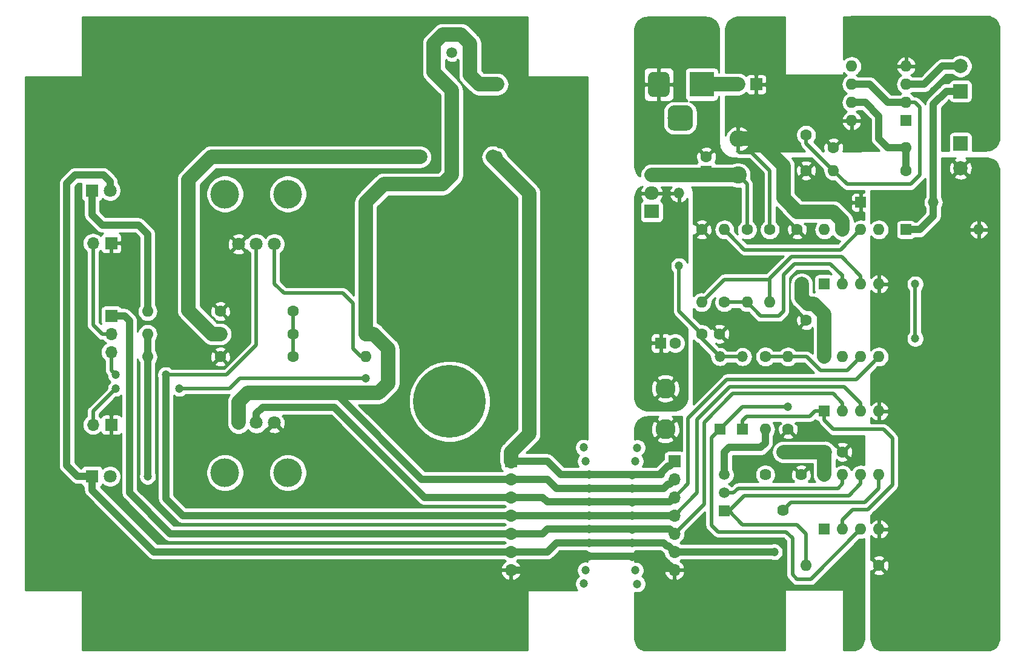
<source format=gbr>
G04 #@! TF.GenerationSoftware,KiCad,Pcbnew,(5.0.0)*
G04 #@! TF.CreationDate,2019-09-25T18:41:39+02:00*
G04 #@! TF.ProjectId,LM317 PSU,4C4D333137205053552E6B696361645F,rev?*
G04 #@! TF.SameCoordinates,PX1312d00PY1312d00*
G04 #@! TF.FileFunction,Copper,L1,Top,Signal*
G04 #@! TF.FilePolarity,Positive*
%FSLAX46Y46*%
G04 Gerber Fmt 4.6, Leading zero omitted, Abs format (unit mm)*
G04 Created by KiCad (PCBNEW (5.0.0)) date 09/25/19 18:41:39*
%MOMM*%
%LPD*%
G01*
G04 APERTURE LIST*
G04 #@! TA.AperFunction,ComponentPad*
%ADD10C,10.160000*%
G04 #@! TD*
G04 #@! TA.AperFunction,ComponentPad*
%ADD11C,2.800000*%
G04 #@! TD*
G04 #@! TA.AperFunction,ComponentPad*
%ADD12O,1.500000X1.500000*%
G04 #@! TD*
G04 #@! TA.AperFunction,ComponentPad*
%ADD13R,1.500000X1.500000*%
G04 #@! TD*
G04 #@! TA.AperFunction,ComponentPad*
%ADD14O,1.600000X1.600000*%
G04 #@! TD*
G04 #@! TA.AperFunction,ComponentPad*
%ADD15R,1.600000X1.600000*%
G04 #@! TD*
G04 #@! TA.AperFunction,ComponentPad*
%ADD16O,1.700000X1.700000*%
G04 #@! TD*
G04 #@! TA.AperFunction,ComponentPad*
%ADD17R,1.700000X1.700000*%
G04 #@! TD*
G04 #@! TA.AperFunction,ComponentPad*
%ADD18C,1.600000*%
G04 #@! TD*
G04 #@! TA.AperFunction,ComponentPad*
%ADD19C,2.000000*%
G04 #@! TD*
G04 #@! TA.AperFunction,ComponentPad*
%ADD20R,2.000000X2.000000*%
G04 #@! TD*
G04 #@! TA.AperFunction,ComponentPad*
%ADD21C,1.500000*%
G04 #@! TD*
G04 #@! TA.AperFunction,ComponentPad*
%ADD22C,1.800000*%
G04 #@! TD*
G04 #@! TA.AperFunction,ComponentPad*
%ADD23R,1.800000X1.800000*%
G04 #@! TD*
G04 #@! TA.AperFunction,ComponentPad*
%ADD24R,3.500000X3.500000*%
G04 #@! TD*
G04 #@! TA.AperFunction,Conductor*
%ADD25C,0.100000*%
G04 #@! TD*
G04 #@! TA.AperFunction,ComponentPad*
%ADD26C,3.000000*%
G04 #@! TD*
G04 #@! TA.AperFunction,ComponentPad*
%ADD27C,3.500000*%
G04 #@! TD*
G04 #@! TA.AperFunction,ComponentPad*
%ADD28C,2.400000*%
G04 #@! TD*
G04 #@! TA.AperFunction,ComponentPad*
%ADD29O,2.400000X2.400000*%
G04 #@! TD*
G04 #@! TA.AperFunction,WasherPad*
%ADD30C,4.000000*%
G04 #@! TD*
G04 #@! TA.AperFunction,ComponentPad*
%ADD31C,1.620000*%
G04 #@! TD*
G04 #@! TA.AperFunction,ComponentPad*
%ADD32R,2.000000X1.905000*%
G04 #@! TD*
G04 #@! TA.AperFunction,ComponentPad*
%ADD33O,2.000000X1.905000*%
G04 #@! TD*
G04 #@! TA.AperFunction,ViaPad*
%ADD34C,1.200000*%
G04 #@! TD*
G04 #@! TA.AperFunction,ViaPad*
%ADD35C,2.000000*%
G04 #@! TD*
G04 #@! TA.AperFunction,Conductor*
%ADD36C,1.000000*%
G04 #@! TD*
G04 #@! TA.AperFunction,Conductor*
%ADD37C,0.500000*%
G04 #@! TD*
G04 #@! TA.AperFunction,Conductor*
%ADD38C,2.000000*%
G04 #@! TD*
G04 #@! TA.AperFunction,Conductor*
%ADD39C,0.254000*%
G04 #@! TD*
G04 APERTURE END LIST*
D10*
G04 #@! TO.P,J2,1*
G04 #@! TO.N,GNDA*
X100000000Y-35500000D03*
G04 #@! TD*
G04 #@! TO.P,J1,1*
G04 #@! TO.N,OUTPUT*
X100000000Y-54500000D03*
G04 #@! TD*
D11*
G04 #@! TO.P,J7,1*
G04 #@! TO.N,GNDA*
X130175000Y-58420000D03*
G04 #@! TD*
D12*
G04 #@! TO.P,D7,2*
G04 #@! TO.N,OUTPUT*
X132080000Y-25400000D03*
D13*
G04 #@! TO.P,D7,1*
G04 #@! TO.N,/REG_INP*
X132080000Y-22860000D03*
G04 #@! TD*
D11*
G04 #@! TO.P,OUT +,1*
G04 #@! TO.N,OUTPUT*
X130175000Y-52705000D03*
G04 #@! TD*
D14*
G04 #@! TO.P,U5,8*
G04 #@! TO.N,12V_F*
X152400000Y-48260000D03*
G04 #@! TO.P,U5,4*
G04 #@! TO.N,V-*
X160020000Y-55880000D03*
G04 #@! TO.P,U5,7*
G04 #@! TO.N,/V_cmp*
X154940000Y-48260000D03*
G04 #@! TO.P,U5,3*
G04 #@! TO.N,I_SET*
X157480000Y-55880000D03*
G04 #@! TO.P,U5,6*
G04 #@! TO.N,Net-(R15-Pad1)*
X157480000Y-48260000D03*
G04 #@! TO.P,U5,2*
G04 #@! TO.N,I_FB*
X154940000Y-55880000D03*
G04 #@! TO.P,U5,5*
G04 #@! TO.N,V_SET*
X160020000Y-48260000D03*
D15*
G04 #@! TO.P,U5,1*
G04 #@! TO.N,/I_cmp*
X152400000Y-55880000D03*
G04 #@! TD*
D16*
G04 #@! TO.P,J5,7*
G04 #@! TO.N,GNDA*
X131445000Y-78105000D03*
G04 #@! TO.P,J5,6*
G04 #@! TO.N,LED*
X131445000Y-75565000D03*
G04 #@! TO.P,J5,5*
G04 #@! TO.N,I_FB*
X131445000Y-73025000D03*
G04 #@! TO.P,J5,4*
G04 #@! TO.N,I_SET*
X131445000Y-70485000D03*
G04 #@! TO.P,J5,3*
G04 #@! TO.N,V_SET*
X131445000Y-67945000D03*
G04 #@! TO.P,J5,2*
G04 #@! TO.N,2V5*
X131445000Y-65405000D03*
D17*
G04 #@! TO.P,J5,1*
G04 #@! TO.N,12V_F*
X131445000Y-62865000D03*
G04 #@! TD*
D16*
G04 #@! TO.P,J4,7*
G04 #@! TO.N,GNDA*
X108585000Y-78105000D03*
G04 #@! TO.P,J4,6*
G04 #@! TO.N,LED*
X108585000Y-75565000D03*
G04 #@! TO.P,J4,5*
G04 #@! TO.N,I_FB*
X108585000Y-73025000D03*
G04 #@! TO.P,J4,4*
G04 #@! TO.N,I_SET*
X108585000Y-70485000D03*
G04 #@! TO.P,J4,3*
G04 #@! TO.N,V_SET*
X108585000Y-67945000D03*
G04 #@! TO.P,J4,2*
G04 #@! TO.N,2V5*
X108585000Y-65405000D03*
D17*
G04 #@! TO.P,J4,1*
G04 #@! TO.N,12V_F*
X108585000Y-62865000D03*
G04 #@! TD*
D18*
G04 #@! TO.P,C1,1*
G04 #@! TO.N,GNDA*
X149860000Y-22225000D03*
G04 #@! TO.P,C1,2*
G04 #@! TO.N,Net-(C1-Pad2)*
X149860000Y-17225000D03*
G04 #@! TD*
D19*
G04 #@! TO.P,C2,2*
G04 #@! TO.N,Net-(C2-Pad2)*
X171450000Y-7620000D03*
D20*
G04 #@! TO.P,C2,1*
G04 #@! TO.N,Net-(C2-Pad1)*
X171450000Y-11120000D03*
G04 #@! TD*
G04 #@! TO.P,C3,1*
G04 #@! TO.N,GNDA*
X171450000Y-18415000D03*
D19*
G04 #@! TO.P,C3,2*
G04 #@! TO.N,V-*
X171450000Y-21915000D03*
G04 #@! TD*
D18*
G04 #@! TO.P,C4,2*
G04 #@! TO.N,12V_F*
X148590000Y-27980000D03*
G04 #@! TO.P,C4,1*
G04 #@! TO.N,GNDA*
X148590000Y-30480000D03*
G04 #@! TD*
D15*
G04 #@! TO.P,C5,1*
G04 #@! TO.N,/REG_INP*
X135890000Y-22320000D03*
D18*
G04 #@! TO.P,C5,2*
G04 #@! TO.N,GNDA*
X135890000Y-20320000D03*
G04 #@! TD*
G04 #@! TO.P,C6,1*
G04 #@! TO.N,/V_ADJ*
X135255000Y-45085000D03*
G04 #@! TO.P,C6,2*
G04 #@! TO.N,GNDA*
X137755000Y-45085000D03*
G04 #@! TD*
G04 #@! TO.P,C7,2*
G04 #@! TO.N,GNDA*
X131540000Y-46355000D03*
D15*
G04 #@! TO.P,C7,1*
G04 #@! TO.N,OUTPUT*
X129540000Y-46355000D03*
G04 #@! TD*
D18*
G04 #@! TO.P,C8,1*
G04 #@! TO.N,GNDA*
X154940000Y-61595000D03*
G04 #@! TO.P,C8,2*
G04 #@! TO.N,12V_F*
X152440000Y-61595000D03*
G04 #@! TD*
G04 #@! TO.P,C9,2*
G04 #@! TO.N,12V_F*
X152360000Y-43180000D03*
G04 #@! TO.P,C9,1*
G04 #@! TO.N,GNDA*
X149860000Y-43180000D03*
G04 #@! TD*
D21*
G04 #@! TO.P,D1,2*
G04 #@! TO.N,GNDA*
X100330000Y-5715000D03*
G04 #@! TO.P,D1,3*
G04 #@! TO.N,2V5*
X102870000Y-5715000D03*
D13*
G04 #@! TO.P,D1,1*
X97790000Y-5715000D03*
G04 #@! TD*
G04 #@! TO.P,D2,1*
G04 #@! TO.N,Net-(C2-Pad1)*
X163830000Y-30480000D03*
D12*
G04 #@! TO.P,D2,2*
G04 #@! TO.N,V-*
X173990000Y-30480000D03*
G04 #@! TD*
G04 #@! TO.P,D3,2*
G04 #@! TO.N,Net-(C2-Pad1)*
X167640000Y-26670000D03*
D13*
G04 #@! TO.P,D3,1*
G04 #@! TO.N,GNDA*
X157480000Y-26670000D03*
G04 #@! TD*
D22*
G04 #@! TO.P,D4,2*
G04 #@! TO.N,Net-(D4-Pad2)*
X52540000Y-65000000D03*
D23*
G04 #@! TO.P,D4,1*
G04 #@! TO.N,LED*
X50000000Y-65000000D03*
G04 #@! TD*
G04 #@! TO.P,D5,1*
G04 #@! TO.N,Net-(D5-Pad1)*
X50000000Y-25000000D03*
D22*
G04 #@! TO.P,D5,2*
G04 #@! TO.N,LED*
X52540000Y-25000000D03*
G04 #@! TD*
D13*
G04 #@! TO.P,D6,1*
G04 #@! TO.N,/I_cmp*
X140970000Y-58420000D03*
D12*
G04 #@! TO.P,D6,2*
G04 #@! TO.N,/V_ADJ*
X140970000Y-48260000D03*
G04 #@! TD*
D13*
G04 #@! TO.P,D8,1*
G04 #@! TO.N,/V_cmp*
X137795000Y-58420000D03*
D12*
G04 #@! TO.P,D8,2*
G04 #@! TO.N,/V_ADJ*
X137795000Y-48260000D03*
G04 #@! TD*
D17*
G04 #@! TO.P,F1,1*
G04 #@! TO.N,12V_F*
X142875000Y-10160000D03*
D16*
G04 #@! TO.P,F1,2*
G04 #@! TO.N,+12V*
X140335000Y-10160000D03*
G04 #@! TD*
D24*
G04 #@! TO.P,J3,1*
G04 #@! TO.N,+12V*
X135255000Y-10160000D03*
D25*
G04 #@! TD*
G04 #@! TO.N,GNDA*
G04 #@! TO.C,J3*
G36*
X130078513Y-8413611D02*
X130151318Y-8424411D01*
X130222714Y-8442295D01*
X130292013Y-8467090D01*
X130358548Y-8498559D01*
X130421678Y-8536398D01*
X130480795Y-8580242D01*
X130535330Y-8629670D01*
X130584758Y-8684205D01*
X130628602Y-8743322D01*
X130666441Y-8806452D01*
X130697910Y-8872987D01*
X130722705Y-8942286D01*
X130740589Y-9013682D01*
X130751389Y-9086487D01*
X130755000Y-9160000D01*
X130755000Y-11160000D01*
X130751389Y-11233513D01*
X130740589Y-11306318D01*
X130722705Y-11377714D01*
X130697910Y-11447013D01*
X130666441Y-11513548D01*
X130628602Y-11576678D01*
X130584758Y-11635795D01*
X130535330Y-11690330D01*
X130480795Y-11739758D01*
X130421678Y-11783602D01*
X130358548Y-11821441D01*
X130292013Y-11852910D01*
X130222714Y-11877705D01*
X130151318Y-11895589D01*
X130078513Y-11906389D01*
X130005000Y-11910000D01*
X128505000Y-11910000D01*
X128431487Y-11906389D01*
X128358682Y-11895589D01*
X128287286Y-11877705D01*
X128217987Y-11852910D01*
X128151452Y-11821441D01*
X128088322Y-11783602D01*
X128029205Y-11739758D01*
X127974670Y-11690330D01*
X127925242Y-11635795D01*
X127881398Y-11576678D01*
X127843559Y-11513548D01*
X127812090Y-11447013D01*
X127787295Y-11377714D01*
X127769411Y-11306318D01*
X127758611Y-11233513D01*
X127755000Y-11160000D01*
X127755000Y-9160000D01*
X127758611Y-9086487D01*
X127769411Y-9013682D01*
X127787295Y-8942286D01*
X127812090Y-8872987D01*
X127843559Y-8806452D01*
X127881398Y-8743322D01*
X127925242Y-8684205D01*
X127974670Y-8629670D01*
X128029205Y-8580242D01*
X128088322Y-8536398D01*
X128151452Y-8498559D01*
X128217987Y-8467090D01*
X128287286Y-8442295D01*
X128358682Y-8424411D01*
X128431487Y-8413611D01*
X128505000Y-8410000D01*
X130005000Y-8410000D01*
X130078513Y-8413611D01*
X130078513Y-8413611D01*
G37*
D26*
G04 #@! TO.P,J3,2*
G04 #@! TO.N,GNDA*
X129255000Y-10160000D03*
D25*
G04 #@! TD*
G04 #@! TO.N,N/C*
G04 #@! TO.C,J3*
G36*
X133215765Y-13114213D02*
X133300704Y-13126813D01*
X133383999Y-13147677D01*
X133464848Y-13176605D01*
X133542472Y-13213319D01*
X133616124Y-13257464D01*
X133685094Y-13308616D01*
X133748718Y-13366282D01*
X133806384Y-13429906D01*
X133857536Y-13498876D01*
X133901681Y-13572528D01*
X133938395Y-13650152D01*
X133967323Y-13731001D01*
X133988187Y-13814296D01*
X134000787Y-13899235D01*
X134005000Y-13985000D01*
X134005000Y-15735000D01*
X134000787Y-15820765D01*
X133988187Y-15905704D01*
X133967323Y-15988999D01*
X133938395Y-16069848D01*
X133901681Y-16147472D01*
X133857536Y-16221124D01*
X133806384Y-16290094D01*
X133748718Y-16353718D01*
X133685094Y-16411384D01*
X133616124Y-16462536D01*
X133542472Y-16506681D01*
X133464848Y-16543395D01*
X133383999Y-16572323D01*
X133300704Y-16593187D01*
X133215765Y-16605787D01*
X133130000Y-16610000D01*
X131380000Y-16610000D01*
X131294235Y-16605787D01*
X131209296Y-16593187D01*
X131126001Y-16572323D01*
X131045152Y-16543395D01*
X130967528Y-16506681D01*
X130893876Y-16462536D01*
X130824906Y-16411384D01*
X130761282Y-16353718D01*
X130703616Y-16290094D01*
X130652464Y-16221124D01*
X130608319Y-16147472D01*
X130571605Y-16069848D01*
X130542677Y-15988999D01*
X130521813Y-15905704D01*
X130509213Y-15820765D01*
X130505000Y-15735000D01*
X130505000Y-13985000D01*
X130509213Y-13899235D01*
X130521813Y-13814296D01*
X130542677Y-13731001D01*
X130571605Y-13650152D01*
X130608319Y-13572528D01*
X130652464Y-13498876D01*
X130703616Y-13429906D01*
X130761282Y-13366282D01*
X130824906Y-13308616D01*
X130893876Y-13257464D01*
X130967528Y-13213319D01*
X131045152Y-13176605D01*
X131126001Y-13147677D01*
X131209296Y-13126813D01*
X131294235Y-13114213D01*
X131380000Y-13110000D01*
X133130000Y-13110000D01*
X133215765Y-13114213D01*
X133215765Y-13114213D01*
G37*
D27*
G04 #@! TO.P,J3,3*
G04 #@! TO.N,N/C*
X132255000Y-14860000D03*
G04 #@! TD*
D16*
G04 #@! TO.P,MES1,2*
G04 #@! TO.N,Net-(MES1-Pad2)*
X50165000Y-32385000D03*
D17*
G04 #@! TO.P,MES1,1*
G04 #@! TO.N,GNDA*
X52705000Y-32385000D03*
G04 #@! TD*
G04 #@! TO.P,MES2,1*
G04 #@! TO.N,GNDA*
X52705000Y-57785000D03*
D16*
G04 #@! TO.P,MES2,2*
G04 #@! TO.N,OUTPUT*
X50165000Y-57785000D03*
G04 #@! TD*
D13*
G04 #@! TO.P,Q1,1*
G04 #@! TO.N,/I_sink_sense*
X138430000Y-69850000D03*
D21*
G04 #@! TO.P,Q1,3*
G04 #@! TO.N,OUTPUT*
X138430000Y-64770000D03*
G04 #@! TO.P,Q1,2*
G04 #@! TO.N,Net-(Q1-Pad2)*
X138430000Y-67310000D03*
G04 #@! TD*
D14*
G04 #@! TO.P,R1,2*
G04 #@! TO.N,12V_F*
X106680000Y-20320000D03*
D18*
G04 #@! TO.P,R1,1*
G04 #@! TO.N,2V5*
X106680000Y-10160000D03*
G04 #@! TD*
D14*
G04 #@! TO.P,R2,2*
G04 #@! TO.N,/Hi_side_sense*
X144780000Y-40640000D03*
D18*
G04 #@! TO.P,R2,1*
G04 #@! TO.N,12V_F*
X144780000Y-30480000D03*
G04 #@! TD*
G04 #@! TO.P,R3,1*
G04 #@! TO.N,12V_F*
X153670000Y-19050000D03*
D14*
G04 #@! TO.P,R3,2*
G04 #@! TO.N,Net-(R3-Pad2)*
X163830000Y-19050000D03*
G04 #@! TD*
G04 #@! TO.P,R4,2*
G04 #@! TO.N,Net-(C1-Pad2)*
X153670000Y-22225000D03*
D18*
G04 #@! TO.P,R4,1*
G04 #@! TO.N,Net-(R3-Pad2)*
X163830000Y-22225000D03*
G04 #@! TD*
D28*
G04 #@! TO.P,R5,1*
G04 #@! TO.N,/REG_INP*
X140335000Y-22860000D03*
D29*
G04 #@! TO.P,R5,2*
G04 #@! TO.N,12V_F*
X140335000Y-17780000D03*
G04 #@! TD*
D18*
G04 #@! TO.P,R6,1*
G04 #@! TO.N,/REG_INP*
X141605000Y-30480000D03*
D14*
G04 #@! TO.P,R6,2*
G04 #@! TO.N,/Lo_side_sense*
X141605000Y-40640000D03*
G04 #@! TD*
G04 #@! TO.P,R7,2*
G04 #@! TO.N,/Hi_side_sense*
X135255000Y-40640000D03*
D18*
G04 #@! TO.P,R7,1*
G04 #@! TO.N,GNDA*
X135255000Y-30480000D03*
G04 #@! TD*
G04 #@! TO.P,R8,1*
G04 #@! TO.N,/Lo_side_sense*
X138430000Y-40640000D03*
D14*
G04 #@! TO.P,R8,2*
G04 #@! TO.N,I_FB*
X138430000Y-30480000D03*
G04 #@! TD*
D18*
G04 #@! TO.P,R9,1*
G04 #@! TO.N,Net-(R10-Pad1)*
X78105000Y-41910000D03*
D14*
G04 #@! TO.P,R9,2*
G04 #@! TO.N,2V5*
X88265000Y-41910000D03*
G04 #@! TD*
G04 #@! TO.P,R10,2*
G04 #@! TO.N,2V5*
X88265000Y-45085000D03*
D18*
G04 #@! TO.P,R10,1*
G04 #@! TO.N,Net-(R10-Pad1)*
X78105000Y-45085000D03*
G04 #@! TD*
G04 #@! TO.P,R11,1*
G04 #@! TO.N,Net-(R10-Pad1)*
X78105000Y-48260000D03*
D14*
G04 #@! TO.P,R11,2*
G04 #@! TO.N,Net-(R11-Pad2)*
X88265000Y-48260000D03*
G04 #@! TD*
G04 #@! TO.P,R12,2*
G04 #@! TO.N,Net-(D5-Pad1)*
X57785000Y-41910000D03*
D18*
G04 #@! TO.P,R12,1*
G04 #@! TO.N,GNDA*
X67945000Y-41910000D03*
G04 #@! TD*
G04 #@! TO.P,R13,1*
G04 #@! TO.N,12V_F*
X67945000Y-45085000D03*
D14*
G04 #@! TO.P,R13,2*
G04 #@! TO.N,Net-(D4-Pad2)*
X57785000Y-45085000D03*
G04 #@! TD*
D18*
G04 #@! TO.P,R14,1*
G04 #@! TO.N,GNDA*
X67945000Y-48260000D03*
D14*
G04 #@! TO.P,R14,2*
G04 #@! TO.N,Net-(D4-Pad2)*
X57785000Y-48260000D03*
G04 #@! TD*
D18*
G04 #@! TO.P,R15,1*
G04 #@! TO.N,Net-(R15-Pad1)*
X144145000Y-48260000D03*
D14*
G04 #@! TO.P,R15,2*
G04 #@! TO.N,OUTPUT*
X144145000Y-58420000D03*
G04 #@! TD*
G04 #@! TO.P,R16,2*
G04 #@! TO.N,Net-(R15-Pad1)*
X147320000Y-48260000D03*
D18*
G04 #@! TO.P,R16,1*
G04 #@! TO.N,GNDA*
X147320000Y-58420000D03*
G04 #@! TD*
D14*
G04 #@! TO.P,R17,2*
G04 #@! TO.N,/I_sink_sense*
X149860000Y-77470000D03*
D18*
G04 #@! TO.P,R17,1*
G04 #@! TO.N,V-*
X160020000Y-77470000D03*
G04 #@! TD*
D30*
G04 #@! TO.P,RV1,*
G04 #@! TO.N,*
X77400000Y-25500000D03*
X68600000Y-25500000D03*
D22*
G04 #@! TO.P,RV1,1*
G04 #@! TO.N,Net-(R11-Pad2)*
X75500000Y-32500000D03*
G04 #@! TO.P,RV1,2*
G04 #@! TO.N,I_SET*
X73000000Y-32500000D03*
G04 #@! TO.P,RV1,3*
G04 #@! TO.N,GNDA*
X70500000Y-32500000D03*
G04 #@! TD*
G04 #@! TO.P,RV2,3*
G04 #@! TO.N,GNDA*
X75500000Y-57500000D03*
G04 #@! TO.P,RV2,2*
G04 #@! TO.N,V_SET*
X73000000Y-57500000D03*
G04 #@! TO.P,RV2,1*
G04 #@! TO.N,2V5*
X70500000Y-57500000D03*
D30*
G04 #@! TO.P,RV2,*
G04 #@! TO.N,*
X77400000Y-64500000D03*
X68600000Y-64500000D03*
G04 #@! TD*
D31*
G04 #@! TO.P,RV3,3*
G04 #@! TO.N,GNDA*
X149145000Y-64770000D03*
G04 #@! TO.P,RV3,2*
G04 #@! TO.N,Net-(RV3-Pad2)*
X146645000Y-69770000D03*
G04 #@! TO.P,RV3,1*
G04 #@! TO.N,2V5*
X144145000Y-64770000D03*
G04 #@! TD*
D17*
G04 #@! TO.P,SW1,1*
G04 #@! TO.N,I_FB*
X52705000Y-42545000D03*
D16*
G04 #@! TO.P,SW1,2*
G04 #@! TO.N,Net-(MES1-Pad2)*
X52705000Y-45085000D03*
G04 #@! TO.P,SW1,3*
G04 #@! TO.N,I_SET*
X52705000Y-47625000D03*
G04 #@! TD*
D14*
G04 #@! TO.P,U1,8*
G04 #@! TO.N,12V_F*
X156210000Y-15240000D03*
G04 #@! TO.P,U1,4*
X163830000Y-7620000D03*
G04 #@! TO.P,U1,7*
G04 #@! TO.N,Net-(R3-Pad2)*
X156210000Y-12700000D03*
G04 #@! TO.P,U1,3*
G04 #@! TO.N,Net-(C2-Pad2)*
X163830000Y-10160000D03*
G04 #@! TO.P,U1,6*
G04 #@! TO.N,Net-(C1-Pad2)*
X156210000Y-10160000D03*
G04 #@! TO.P,U1,2*
X163830000Y-12700000D03*
G04 #@! TO.P,U1,5*
G04 #@! TO.N,Net-(U1-Pad5)*
X156210000Y-7620000D03*
D15*
G04 #@! TO.P,U1,1*
G04 #@! TO.N,GNDA*
X163830000Y-15240000D03*
G04 #@! TD*
D14*
G04 #@! TO.P,U2,8*
G04 #@! TO.N,Net-(U2-Pad8)*
X152400000Y-30480000D03*
G04 #@! TO.P,U2,4*
G04 #@! TO.N,V-*
X160020000Y-38100000D03*
G04 #@! TO.P,U2,7*
G04 #@! TO.N,12V_F*
X154940000Y-30480000D03*
G04 #@! TO.P,U2,3*
G04 #@! TO.N,/Hi_side_sense*
X157480000Y-38100000D03*
G04 #@! TO.P,U2,6*
G04 #@! TO.N,I_FB*
X157480000Y-30480000D03*
G04 #@! TO.P,U2,2*
G04 #@! TO.N,/Lo_side_sense*
X154940000Y-38100000D03*
G04 #@! TO.P,U2,5*
G04 #@! TO.N,Net-(U2-Pad5)*
X160020000Y-30480000D03*
D15*
G04 #@! TO.P,U2,1*
G04 #@! TO.N,Net-(U2-Pad1)*
X152400000Y-38100000D03*
G04 #@! TD*
G04 #@! TO.P,U3,1*
G04 #@! TO.N,LED*
X152400000Y-72390000D03*
D14*
G04 #@! TO.P,U3,5*
G04 #@! TO.N,Net-(RV3-Pad2)*
X160020000Y-64770000D03*
G04 #@! TO.P,U3,2*
G04 #@! TO.N,/I_cmp*
X154940000Y-72390000D03*
G04 #@! TO.P,U3,6*
G04 #@! TO.N,/I_sink_sense*
X157480000Y-64770000D03*
G04 #@! TO.P,U3,3*
G04 #@! TO.N,/V_cmp*
X157480000Y-72390000D03*
G04 #@! TO.P,U3,7*
G04 #@! TO.N,Net-(Q1-Pad2)*
X154940000Y-64770000D03*
G04 #@! TO.P,U3,4*
G04 #@! TO.N,V-*
X160020000Y-72390000D03*
G04 #@! TO.P,U3,8*
G04 #@! TO.N,12V_F*
X152400000Y-64770000D03*
G04 #@! TD*
D32*
G04 #@! TO.P,U4,1*
G04 #@! TO.N,/V_ADJ*
X128270000Y-27940000D03*
D33*
G04 #@! TO.P,U4,2*
G04 #@! TO.N,OUTPUT*
X128270000Y-25400000D03*
G04 #@! TO.P,U4,3*
G04 #@! TO.N,/REG_INP*
X128270000Y-22860000D03*
G04 #@! TD*
D34*
G04 #@! TO.N,*
X119000000Y-78105000D03*
X118745000Y-80010000D03*
X119000000Y-62865000D03*
X118745000Y-60960000D03*
X126000000Y-78135000D03*
X126255000Y-80040000D03*
X126255000Y-60990000D03*
X126000000Y-62895000D03*
G04 #@! TO.N,GNDA*
X119500000Y-76200000D03*
X125500000Y-76230000D03*
G04 #@! TO.N,/V_ADJ*
X132080000Y-35560000D03*
G04 #@! TO.N,OUTPUT*
X88265000Y-51239990D03*
X53339995Y-52705000D03*
X62230000Y-52705000D03*
G04 #@! TO.N,2V5*
X119500000Y-66675000D03*
X125500000Y-66705000D03*
G04 #@! TO.N,LED*
X125500000Y-74325000D03*
X145415000Y-75565000D03*
X119500000Y-74295000D03*
G04 #@! TO.N,Net-(D4-Pad2)*
X57785000Y-65000006D03*
G04 #@! TO.N,I_FB*
X165099998Y-38100000D03*
X165100000Y-45720000D03*
X119500000Y-72390000D03*
X125500000Y-72420000D03*
G04 #@! TO.N,I_SET*
X60325000Y-50800000D03*
X53340000Y-50800006D03*
X119500000Y-70485000D03*
X125500000Y-70515000D03*
G04 #@! TO.N,V_SET*
X125500000Y-68610000D03*
X119500000Y-68580000D03*
G04 #@! TO.N,/V_cmp*
X147320000Y-55245008D03*
G04 #@! TO.N,12V_F*
X125500000Y-64800000D03*
D35*
X149225000Y-38100000D03*
X146684994Y-61595000D03*
D34*
X119500000Y-64770000D03*
D35*
X95885000Y-20320000D03*
G04 #@! TD*
D36*
G04 #@! TO.N,GNDA*
X130755001Y-77415001D02*
X131445000Y-78105000D01*
X130556999Y-77415001D02*
X130755001Y-77415001D01*
X108585000Y-78105000D02*
X113665000Y-78105000D01*
X115570000Y-76200000D02*
X118745000Y-76200000D01*
X129540000Y-76200000D02*
X129594999Y-76254999D01*
X113665000Y-78105000D02*
X115570000Y-76200000D01*
X129594999Y-76254999D02*
X129594999Y-76453001D01*
X129594999Y-76453001D02*
X130556999Y-77415001D01*
X118745000Y-76200000D02*
X129540000Y-76200000D01*
G04 #@! TO.N,Net-(C1-Pad2)*
X158750000Y-10160000D02*
X156210000Y-10160000D01*
X163830000Y-12700000D02*
X161290000Y-12700000D01*
X161290000Y-12700000D02*
X158750000Y-10160000D01*
D37*
X149860000Y-18415000D02*
X149860000Y-17225000D01*
X153670000Y-22225000D02*
X149860000Y-18415000D01*
X165100000Y-12700000D02*
X163830000Y-12700000D01*
X165735000Y-13335000D02*
X165100000Y-12700000D01*
X165735000Y-22860000D02*
X165735000Y-13335000D01*
X164465000Y-24130000D02*
X165735000Y-22860000D01*
X153670000Y-22225000D02*
X155575000Y-24130000D01*
X155575000Y-24130000D02*
X164465000Y-24130000D01*
D36*
G04 #@! TO.N,Net-(C2-Pad1)*
X163830000Y-30480000D02*
X165735000Y-30480000D01*
X167640000Y-28575000D02*
X167640000Y-26670000D01*
X165735000Y-30480000D02*
X167640000Y-28575000D01*
X167640000Y-13584990D02*
X167640000Y-26670000D01*
X167640000Y-12930000D02*
X167640000Y-13584990D01*
X171450000Y-11120000D02*
X169450000Y-11120000D01*
X169450000Y-11120000D02*
X167640000Y-12930000D01*
G04 #@! TO.N,Net-(C2-Pad2)*
X168910000Y-7620000D02*
X171450000Y-7620000D01*
X163830000Y-10160000D02*
X166370000Y-10160000D01*
X166370000Y-10160000D02*
X168910000Y-7620000D01*
D38*
G04 #@! TO.N,+12V*
X135255000Y-10160000D02*
X140335000Y-10160000D01*
G04 #@! TO.N,/REG_INP*
X140335000Y-22860000D02*
X128270000Y-22860000D01*
D37*
X141605000Y-29210000D02*
X141605000Y-30480000D01*
X140335000Y-22860000D02*
X141605000Y-24130000D01*
X141605000Y-24130000D02*
X141605000Y-29210000D01*
G04 #@! TO.N,/V_ADJ*
X132080000Y-36408528D02*
X132080000Y-35560000D01*
X132080000Y-41910000D02*
X132080000Y-36408528D01*
X135255000Y-45085000D02*
X132080000Y-41910000D01*
X135255000Y-45085000D02*
X135255000Y-45720000D01*
X135255000Y-45720000D02*
X137795000Y-48260000D01*
X137795000Y-48260000D02*
X140970000Y-48260000D01*
G04 #@! TO.N,OUTPUT*
X52739996Y-53304999D02*
X53339995Y-52705000D01*
X50165000Y-55879995D02*
X52739996Y-53304999D01*
X50165000Y-57785000D02*
X50165000Y-55879995D01*
X88265000Y-51239990D02*
X70680010Y-51239990D01*
X70680010Y-51239990D02*
X69215000Y-52705000D01*
X69215000Y-52705000D02*
X63078528Y-52705000D01*
X63078528Y-52705000D02*
X62230000Y-52705000D01*
D36*
X138430000Y-61595000D02*
X138430000Y-64770000D01*
X139065000Y-60960000D02*
X138430000Y-61595000D01*
X143510000Y-60960000D02*
X139065000Y-60960000D01*
X144145000Y-58420000D02*
X144145000Y-60325000D01*
X144145000Y-60325000D02*
X143510000Y-60960000D01*
D38*
G04 #@! TO.N,2V5*
X88265000Y-45085000D02*
X88265000Y-41910000D01*
X89396370Y-45085000D02*
X88265000Y-45085000D01*
X70500000Y-54595000D02*
X71755000Y-53340000D01*
X90103004Y-53340000D02*
X91440000Y-52003004D01*
X91440000Y-52003004D02*
X91440000Y-47128630D01*
X70500000Y-57500000D02*
X70500000Y-54595000D01*
X91440000Y-47128630D02*
X89396370Y-45085000D01*
X83820000Y-53340000D02*
X90103004Y-53340000D01*
X71755000Y-53340000D02*
X83820000Y-53340000D01*
D36*
X96101334Y-65405000D02*
X108585000Y-65405000D01*
X84536335Y-53840001D02*
X96101334Y-65405000D01*
X83820000Y-53340000D02*
X84320000Y-53840000D01*
X84320000Y-53840000D02*
X84536335Y-53840001D01*
X130755001Y-66094999D02*
X131445000Y-65405000D01*
X130556999Y-66094999D02*
X130755001Y-66094999D01*
X129976998Y-66675000D02*
X130556999Y-66094999D01*
X114935000Y-66675000D02*
X118745000Y-66675000D01*
X108585000Y-65405000D02*
X113665000Y-65405000D01*
X113665000Y-65405000D02*
X114935000Y-66675000D01*
X118745000Y-66675000D02*
X129976998Y-66675000D01*
D38*
X97790000Y-5715000D02*
X97790000Y-4445000D01*
X97790000Y-4445000D02*
X99060000Y-3175000D01*
X99060000Y-3175000D02*
X101600000Y-3175000D01*
X101600000Y-3175000D02*
X102870000Y-4445000D01*
X102870000Y-4445000D02*
X102870000Y-5715000D01*
X104140000Y-10160000D02*
X106680000Y-10160000D01*
X102870000Y-5715000D02*
X102870000Y-8890000D01*
X102870000Y-8890000D02*
X104140000Y-10160000D01*
X88265000Y-26670000D02*
X88265000Y-41910000D01*
X97790000Y-8465000D02*
X100330000Y-11005000D01*
X97790000Y-5715000D02*
X97790000Y-8465000D01*
X100330000Y-11005000D02*
X100330000Y-22860000D01*
X100330000Y-22860000D02*
X99060000Y-24130000D01*
X99060000Y-24130000D02*
X90805000Y-24130000D01*
X90805000Y-24130000D02*
X88265000Y-26670000D01*
D36*
G04 #@! TO.N,LED*
X102909978Y-75565000D02*
X108585000Y-75565000D01*
X58665000Y-75565000D02*
X102909978Y-75565000D01*
X50000000Y-65000000D02*
X50000000Y-66900000D01*
X50000000Y-66900000D02*
X58665000Y-75565000D01*
X145415000Y-75565000D02*
X131445000Y-75565000D01*
X130595001Y-74715001D02*
X131445000Y-75565000D01*
X130396999Y-74715001D02*
X130595001Y-74715001D01*
X129976998Y-74295000D02*
X130396999Y-74715001D01*
X114921324Y-74295000D02*
X118745000Y-74295000D01*
X108585000Y-75565000D02*
X113651324Y-75565000D01*
X113651324Y-75565000D02*
X114921324Y-74295000D01*
X118745000Y-74295000D02*
X129976998Y-74295000D01*
X52540000Y-23800000D02*
X52540000Y-25000000D01*
X46500000Y-63500000D02*
X46500000Y-24000000D01*
X46500000Y-24000000D02*
X47640000Y-22860000D01*
X50000000Y-65000000D02*
X48000000Y-65000000D01*
X47640000Y-22860000D02*
X51600000Y-22860000D01*
X48000000Y-65000000D02*
X46500000Y-63500000D01*
X51600000Y-22860000D02*
X52540000Y-23800000D01*
G04 #@! TO.N,Net-(D4-Pad2)*
X57785000Y-45085000D02*
X57785000Y-48260000D01*
X57785000Y-48260000D02*
X57785000Y-63500000D01*
X57785000Y-63500000D02*
X57785000Y-65000006D01*
G04 #@! TO.N,Net-(D5-Pad1)*
X50000000Y-28410000D02*
X50000000Y-25000000D01*
X51435000Y-29845000D02*
X50000000Y-28410000D01*
X56515000Y-29845000D02*
X51435000Y-29845000D01*
X57785000Y-41910000D02*
X57785000Y-31115000D01*
X57785000Y-31115000D02*
X56515000Y-29845000D01*
D37*
G04 #@! TO.N,Net-(MES1-Pad2)*
X50165000Y-43815000D02*
X51435000Y-45085000D01*
X50165000Y-32385000D02*
X50165000Y-43815000D01*
X51435000Y-45085000D02*
X51502919Y-45085000D01*
X51502919Y-45085000D02*
X52705000Y-45085000D01*
G04 #@! TO.N,Net-(Q1-Pad2)*
X154940000Y-66040000D02*
X154940000Y-64770000D01*
X140335000Y-66675000D02*
X154305000Y-66675000D01*
X154305000Y-66675000D02*
X154940000Y-66040000D01*
X140335000Y-66675000D02*
X139700000Y-67310000D01*
X139700000Y-67310000D02*
X138430000Y-67310000D01*
G04 #@! TO.N,/I_sink_sense*
X157480000Y-66040000D02*
X157480000Y-64770000D01*
X155844990Y-67675010D02*
X157480000Y-66040000D01*
X141239990Y-67675010D02*
X155844990Y-67675010D01*
X138430000Y-69850000D02*
X139065000Y-69850000D01*
X139065000Y-69850000D02*
X141239990Y-67675010D01*
X149860000Y-73025000D02*
X148590000Y-71755000D01*
X149860000Y-77470000D02*
X149860000Y-73025000D01*
X148590000Y-71755000D02*
X140970000Y-71755000D01*
X140970000Y-71755000D02*
X139065000Y-69850000D01*
G04 #@! TO.N,/Hi_side_sense*
X144780000Y-40640000D02*
X144780000Y-37465000D01*
X138430000Y-37465000D02*
X144780000Y-37465000D01*
X135255000Y-40640000D02*
X138430000Y-37465000D01*
X154801369Y-34289999D02*
X157480000Y-36968630D01*
X157480000Y-36968630D02*
X157480000Y-38100000D01*
X144780000Y-37320771D02*
X147810772Y-34289999D01*
X144780000Y-37465000D02*
X144780000Y-37320771D01*
X147810772Y-34289999D02*
X154801369Y-34289999D01*
D36*
G04 #@! TO.N,Net-(R3-Pad2)*
X161290000Y-19050000D02*
X163830000Y-19050000D01*
X160020000Y-17780000D02*
X161290000Y-19050000D01*
X160020000Y-14605000D02*
X160020000Y-17780000D01*
X156210000Y-12700000D02*
X158115000Y-12700000D01*
X158115000Y-12700000D02*
X160020000Y-14605000D01*
X163830000Y-19050000D02*
X163830000Y-22225000D01*
D37*
G04 #@! TO.N,/Lo_side_sense*
X138430000Y-40640000D02*
X141605000Y-40640000D01*
X154940000Y-36830000D02*
X154940000Y-38100000D01*
X153255784Y-35290010D02*
X154795774Y-36830000D01*
X148224990Y-35290010D02*
X153255784Y-35290010D01*
X146685000Y-36830000D02*
X148224990Y-35290010D01*
X146050000Y-42545000D02*
X146685000Y-41910000D01*
X143510000Y-42545000D02*
X146050000Y-42545000D01*
X154795774Y-36830000D02*
X154940000Y-36830000D01*
X146685000Y-41910000D02*
X146685000Y-36830000D01*
X141605000Y-40640000D02*
X143510000Y-42545000D01*
D36*
G04 #@! TO.N,I_FB*
X105410000Y-73025000D02*
X108585000Y-73025000D01*
X60960000Y-73025000D02*
X105410000Y-73025000D01*
X55245000Y-67310000D02*
X60960000Y-73025000D01*
X55245000Y-43235000D02*
X55245000Y-67310000D01*
X52705000Y-42545000D02*
X54555000Y-42545000D01*
X54555000Y-42545000D02*
X55245000Y-43235000D01*
D37*
X154670011Y-33289989D02*
X141239989Y-33289989D01*
X141239989Y-33289989D02*
X139229999Y-31279999D01*
X139229999Y-31279999D02*
X138430000Y-30480000D01*
X157480000Y-30480000D02*
X154670011Y-33289989D01*
X154940000Y-54748630D02*
X154940000Y-55880000D01*
X135620011Y-57419989D02*
X139604978Y-53435022D01*
X131445000Y-73025000D02*
X135620011Y-68849989D01*
X135620011Y-68849989D02*
X135620011Y-57419989D01*
X139604978Y-53435022D02*
X153626392Y-53435022D01*
X153626392Y-53435022D02*
X154940000Y-54748630D01*
X165099998Y-45719998D02*
X165100000Y-45720000D01*
X165099998Y-38100000D02*
X165099998Y-45719998D01*
D36*
X113030000Y-73025000D02*
X108585000Y-73025000D01*
X113665000Y-72390000D02*
X113030000Y-73025000D01*
X130810000Y-72390000D02*
X118745000Y-72390000D01*
X131445000Y-73025000D02*
X130810000Y-72390000D01*
X118745000Y-72390000D02*
X113665000Y-72390000D01*
D37*
G04 #@! TO.N,Net-(R10-Pad1)*
X78105000Y-41910000D02*
X78105000Y-48260000D01*
G04 #@! TO.N,Net-(R11-Pad2)*
X75500000Y-38035000D02*
X75500000Y-32500000D01*
X87630000Y-48260000D02*
X86514990Y-47144990D01*
X88265000Y-48260000D02*
X87630000Y-48260000D01*
X86514990Y-47144990D02*
X86514990Y-40794991D01*
X86514990Y-40794991D02*
X85090000Y-39370000D01*
X85090000Y-39370000D02*
X76835000Y-39370000D01*
X76835000Y-39370000D02*
X75500000Y-38035000D01*
G04 #@! TO.N,Net-(R15-Pad1)*
X156680001Y-49059999D02*
X157480000Y-48260000D01*
X155575000Y-50165000D02*
X156680001Y-49059999D01*
X151830113Y-50165000D02*
X155575000Y-50165000D01*
X144145000Y-48260000D02*
X149925113Y-48260000D01*
X149925113Y-48260000D02*
X151830113Y-50165000D01*
G04 #@! TO.N,I_SET*
X52740001Y-50200007D02*
X53340000Y-50800006D01*
X52705000Y-47625000D02*
X52705000Y-50165006D01*
X52705000Y-50165006D02*
X52740001Y-50200007D01*
X68825385Y-50800000D02*
X60325000Y-50800000D01*
X73000000Y-32500000D02*
X73000000Y-46625385D01*
X73000000Y-46625385D02*
X68825385Y-50800000D01*
D36*
X62710009Y-70485000D02*
X108585000Y-70485000D01*
X60325000Y-50800000D02*
X60325000Y-68099991D01*
X60325000Y-68099991D02*
X62710009Y-70485000D01*
X108585000Y-70485000D02*
X118745000Y-70485000D01*
D37*
X155166381Y-52435011D02*
X157480000Y-54748630D01*
X139190760Y-52435011D02*
X155166381Y-52435011D01*
X134620000Y-57005771D02*
X139190760Y-52435011D01*
X134620000Y-67310000D02*
X134620000Y-57005771D01*
X131445000Y-70485000D02*
X134620000Y-67310000D01*
X157480000Y-54748630D02*
X157480000Y-55880000D01*
D36*
X118745000Y-70485000D02*
X131445000Y-70485000D01*
G04 #@! TO.N,V_SET*
X96520000Y-67945000D02*
X108585000Y-67945000D01*
X83915010Y-55340010D02*
X96520000Y-67945000D01*
X73887198Y-55340010D02*
X83915010Y-55340010D01*
X73000000Y-57500000D02*
X73000000Y-56227208D01*
X73000000Y-56227208D02*
X73887198Y-55340010D01*
D37*
X159220001Y-49059999D02*
X160020000Y-48260000D01*
X156845000Y-51435000D02*
X159220001Y-49059999D01*
X138776542Y-51435000D02*
X156845000Y-51435000D01*
X133350000Y-56861542D02*
X138776542Y-51435000D01*
X131445000Y-67945000D02*
X133350000Y-66040000D01*
X133350000Y-66040000D02*
X133350000Y-56861542D01*
D36*
X113030000Y-67945000D02*
X108585000Y-67945000D01*
X113665000Y-68580000D02*
X113030000Y-67945000D01*
X131445000Y-67945000D02*
X130810000Y-68580000D01*
X130810000Y-68580000D02*
X118745000Y-68580000D01*
X118745000Y-68580000D02*
X113665000Y-68580000D01*
D37*
G04 #@! TO.N,Net-(RV3-Pad2)*
X160020000Y-66675000D02*
X160020000Y-64770000D01*
X158019980Y-68675020D02*
X160020000Y-66675000D01*
X146645000Y-69770000D02*
X147739980Y-68675020D01*
X147739980Y-68675020D02*
X158019980Y-68675020D01*
G04 #@! TO.N,/I_cmp*
X154940000Y-71120000D02*
X154940000Y-72390000D01*
X156384970Y-69675030D02*
X154940000Y-71120000D01*
X152400000Y-57150000D02*
X153670000Y-58420000D01*
X152400000Y-55880000D02*
X152400000Y-57150000D01*
X153670000Y-58420000D02*
X160655000Y-58420000D01*
X160655000Y-58420000D02*
X161925000Y-59690000D01*
X161925000Y-59690000D02*
X161925000Y-66184227D01*
X158434197Y-69675030D02*
X156384970Y-69675030D01*
X161925000Y-66184227D02*
X158434197Y-69675030D01*
X151100000Y-55880000D02*
X150384991Y-56595009D01*
X152400000Y-55880000D02*
X151100000Y-55880000D01*
X140970000Y-57170000D02*
X140970000Y-58420000D01*
X150384991Y-56595009D02*
X141544991Y-56595009D01*
X141544991Y-56595009D02*
X140970000Y-57170000D01*
G04 #@! TO.N,/V_cmp*
X147050010Y-72755010D02*
X137525010Y-72755010D01*
X150495000Y-79375000D02*
X148590000Y-79375000D01*
X147955000Y-73660000D02*
X147050010Y-72755010D01*
X147955000Y-78740000D02*
X147955000Y-73660000D01*
X148590000Y-79375000D02*
X147955000Y-78740000D01*
X157480000Y-72390000D02*
X150495000Y-79375000D01*
X137525010Y-72755010D02*
X136620022Y-71850022D01*
X136620022Y-71850022D02*
X136620022Y-59594980D01*
X136620022Y-59594980D02*
X140969994Y-55245008D01*
X140969994Y-55245008D02*
X146471472Y-55245008D01*
X146471472Y-55245008D02*
X147320000Y-55245008D01*
D38*
G04 #@! TO.N,12V_F*
X91440000Y-20320000D02*
X91440000Y-20320000D01*
D37*
X144780000Y-22225000D02*
X144780000Y-30480000D01*
X142240000Y-19685000D02*
X144780000Y-22225000D01*
X140542944Y-19685000D02*
X142240000Y-19685000D01*
X140335000Y-17780000D02*
X140335000Y-19477056D01*
X140335000Y-19477056D02*
X140542944Y-19685000D01*
D38*
X142875000Y-17780000D02*
X140335000Y-17780000D01*
X146685000Y-21590000D02*
X142875000Y-17780000D01*
X146685000Y-26035000D02*
X146685000Y-21590000D01*
X147790001Y-27140001D02*
X146685000Y-26035000D01*
X148590000Y-27980000D02*
X147790001Y-27180001D01*
X147790001Y-27180001D02*
X147790001Y-27140001D01*
X154940000Y-29290000D02*
X154940000Y-30480000D01*
X148590000Y-27980000D02*
X153630000Y-27980000D01*
X153630000Y-27980000D02*
X154940000Y-29290000D01*
X152400000Y-64770000D02*
X152400000Y-61635000D01*
X152400000Y-61635000D02*
X152440000Y-61595000D01*
X152440000Y-61595000D02*
X149225000Y-61595000D01*
X152440000Y-61595000D02*
X146684994Y-61595000D01*
D36*
X113665000Y-62865000D02*
X108585000Y-62865000D01*
X115570000Y-64770000D02*
X113665000Y-62865000D01*
X131445000Y-62865000D02*
X130755001Y-63554999D01*
X130755001Y-63554999D02*
X130556999Y-63554999D01*
X130556999Y-63554999D02*
X129594999Y-64516999D01*
X129594999Y-64516999D02*
X129594999Y-64715001D01*
X129594999Y-64715001D02*
X129540000Y-64770000D01*
X129540000Y-64770000D02*
X118745000Y-64770000D01*
X118745000Y-64770000D02*
X115570000Y-64770000D01*
D38*
X111125000Y-25400000D02*
X106045000Y-20320000D01*
X111125000Y-59055000D02*
X111125000Y-25400000D01*
X108585000Y-62865000D02*
X108585000Y-61595000D01*
X108585000Y-61595000D02*
X111125000Y-59055000D01*
X67945000Y-45085000D02*
X66813630Y-45085000D01*
X66813630Y-45085000D02*
X63500000Y-41771370D01*
X66675000Y-20320000D02*
X94470787Y-20320000D01*
X63500000Y-23495000D02*
X66675000Y-20320000D01*
X94470787Y-20320000D02*
X95885000Y-20320000D01*
X63500000Y-41771370D02*
X63500000Y-23495000D01*
X152400000Y-43180000D02*
X152400000Y-47625000D01*
X152400000Y-47625000D02*
X152400000Y-48260000D01*
X149225000Y-40005000D02*
X149225000Y-38100000D01*
X150099999Y-40879999D02*
X149225000Y-40005000D01*
X150964001Y-40879999D02*
X150099999Y-40879999D01*
X152360000Y-43180000D02*
X152360000Y-42275998D01*
X152360000Y-42275998D02*
X150964001Y-40879999D01*
G04 #@! TD*
D39*
G04 #@! TO.N,12V_F*
G36*
X140698976Y-19548586D02*
X140462002Y-19549569D01*
X140462002Y-19451433D01*
X140698976Y-19548586D01*
X140698976Y-19548586D01*
G37*
X140698976Y-19548586D02*
X140462002Y-19549569D01*
X140462002Y-19451433D01*
X140698976Y-19548586D01*
G36*
X146873000Y-8750000D02*
X146882667Y-8798601D01*
X146910197Y-8839803D01*
X146951399Y-8867333D01*
X147000000Y-8877000D01*
X155000000Y-8877000D01*
X155048601Y-8867333D01*
X155089803Y-8839803D01*
X155117333Y-8798601D01*
X155127000Y-8750000D01*
X155127000Y-8562365D01*
X155190392Y-8639608D01*
X155408899Y-8818932D01*
X155541858Y-8890000D01*
X155408899Y-8961068D01*
X155190392Y-9140392D01*
X155011068Y-9358899D01*
X154877818Y-9608192D01*
X154795764Y-9878691D01*
X154768057Y-10160000D01*
X154795764Y-10441309D01*
X154877818Y-10711808D01*
X155011068Y-10961101D01*
X155190392Y-11179608D01*
X155408899Y-11358932D01*
X155541858Y-11430000D01*
X155408899Y-11501068D01*
X155190392Y-11680392D01*
X155011068Y-11898899D01*
X154877818Y-12148192D01*
X154795764Y-12418691D01*
X154768057Y-12700000D01*
X154795764Y-12981309D01*
X154877818Y-13251808D01*
X155011068Y-13501101D01*
X155190392Y-13719608D01*
X155408899Y-13898932D01*
X155546682Y-13972579D01*
X155354869Y-14087615D01*
X155146481Y-14276586D01*
X154978963Y-14502580D01*
X154858754Y-14756913D01*
X154818096Y-14890961D01*
X154940085Y-15113000D01*
X156083000Y-15113000D01*
X156083000Y-15093000D01*
X156337000Y-15093000D01*
X156337000Y-15113000D01*
X157479915Y-15113000D01*
X157601904Y-14890961D01*
X157561246Y-14756913D01*
X157441037Y-14502580D01*
X157273519Y-14276586D01*
X157065131Y-14087615D01*
X156873318Y-13972579D01*
X157011101Y-13898932D01*
X157089002Y-13835000D01*
X157644869Y-13835000D01*
X158885000Y-15075132D01*
X158885001Y-17724239D01*
X158879509Y-17780000D01*
X158901423Y-18002498D01*
X158966324Y-18216446D01*
X158966325Y-18216447D01*
X159071717Y-18413623D01*
X159213552Y-18586449D01*
X159256860Y-18621991D01*
X160102961Y-19468093D01*
X155039329Y-19489098D01*
X155096300Y-19261816D01*
X155110217Y-18979488D01*
X155068787Y-18699870D01*
X154973603Y-18433708D01*
X154906671Y-18308486D01*
X154662702Y-18236903D01*
X153849605Y-19050000D01*
X153863748Y-19064143D01*
X153684143Y-19243748D01*
X153670000Y-19229605D01*
X153655858Y-19243748D01*
X153476253Y-19064143D01*
X153490395Y-19050000D01*
X152677298Y-18236903D01*
X152433329Y-18308486D01*
X152312429Y-18563996D01*
X152243700Y-18838184D01*
X152229783Y-19120512D01*
X152271213Y-19400130D01*
X152307083Y-19500432D01*
X152197465Y-19500887D01*
X150905487Y-18208909D01*
X150974637Y-18139759D01*
X151029735Y-18057298D01*
X152856903Y-18057298D01*
X153670000Y-18870395D01*
X154483097Y-18057298D01*
X154411514Y-17813329D01*
X154156004Y-17692429D01*
X153881816Y-17623700D01*
X153599488Y-17609783D01*
X153319870Y-17651213D01*
X153053708Y-17746397D01*
X152928486Y-17813329D01*
X152856903Y-18057298D01*
X151029735Y-18057298D01*
X151131680Y-17904727D01*
X151239853Y-17643574D01*
X151295000Y-17366335D01*
X151295000Y-17083665D01*
X151239853Y-16806426D01*
X151131680Y-16545273D01*
X150974637Y-16310241D01*
X150774759Y-16110363D01*
X150539727Y-15953320D01*
X150278574Y-15845147D01*
X150001335Y-15790000D01*
X149718665Y-15790000D01*
X149441426Y-15845147D01*
X149180273Y-15953320D01*
X148945241Y-16110363D01*
X148745363Y-16310241D01*
X148588320Y-16545273D01*
X148480147Y-16806426D01*
X148425000Y-17083665D01*
X148425000Y-17366335D01*
X148480147Y-17643574D01*
X148588320Y-17904727D01*
X148745363Y-18139759D01*
X148945241Y-18339637D01*
X148975000Y-18359521D01*
X148975000Y-18371530D01*
X148970719Y-18415000D01*
X148975000Y-18458469D01*
X148975000Y-18458476D01*
X148978763Y-18496680D01*
X148987805Y-18588490D01*
X149003157Y-18639096D01*
X149038411Y-18755312D01*
X149120589Y-18909058D01*
X149231183Y-19043817D01*
X149264956Y-19071534D01*
X149704650Y-19511228D01*
X140813010Y-19548113D01*
X140986066Y-19495621D01*
X141308257Y-19335639D01*
X141593046Y-19115875D01*
X141829489Y-18844774D01*
X142008500Y-18532754D01*
X142123199Y-18191806D01*
X142006854Y-17907000D01*
X140462000Y-17907000D01*
X140462000Y-17927000D01*
X140208000Y-17927000D01*
X140208000Y-17907000D01*
X140188000Y-17907000D01*
X140188000Y-17653000D01*
X140208000Y-17653000D01*
X140208000Y-16108568D01*
X140462000Y-16108568D01*
X140462000Y-17653000D01*
X142006854Y-17653000D01*
X142123199Y-17368194D01*
X142008500Y-17027246D01*
X141829489Y-16715226D01*
X141593046Y-16444125D01*
X141308257Y-16224361D01*
X140986066Y-16064379D01*
X140746805Y-15991805D01*
X140462000Y-16108568D01*
X140208000Y-16108568D01*
X139923195Y-15991805D01*
X139683934Y-16064379D01*
X139361743Y-16224361D01*
X139076954Y-16444125D01*
X138840511Y-16715226D01*
X138661500Y-17027246D01*
X138557000Y-17337877D01*
X138557000Y-15589039D01*
X154818096Y-15589039D01*
X154858754Y-15723087D01*
X154978963Y-15977420D01*
X155146481Y-16203414D01*
X155354869Y-16392385D01*
X155596119Y-16537070D01*
X155860960Y-16631909D01*
X156083000Y-16510624D01*
X156083000Y-15367000D01*
X156337000Y-15367000D01*
X156337000Y-16510624D01*
X156559040Y-16631909D01*
X156823881Y-16537070D01*
X157065131Y-16392385D01*
X157273519Y-16203414D01*
X157441037Y-15977420D01*
X157561246Y-15723087D01*
X157601904Y-15589039D01*
X157479915Y-15367000D01*
X156337000Y-15367000D01*
X156083000Y-15367000D01*
X154940085Y-15367000D01*
X154818096Y-15589039D01*
X138557000Y-15589039D01*
X138557000Y-11795000D01*
X140415322Y-11795000D01*
X140655516Y-11771343D01*
X140963715Y-11677852D01*
X141247752Y-11526031D01*
X141479185Y-11336100D01*
X141531763Y-11414789D01*
X141620211Y-11503237D01*
X141724215Y-11572730D01*
X141839777Y-11620597D01*
X141962458Y-11645000D01*
X142589250Y-11645000D01*
X142748000Y-11486250D01*
X142748000Y-10287000D01*
X143002000Y-10287000D01*
X143002000Y-11486250D01*
X143160750Y-11645000D01*
X143787542Y-11645000D01*
X143910223Y-11620597D01*
X144025785Y-11572730D01*
X144129789Y-11503237D01*
X144218237Y-11414789D01*
X144287730Y-11310785D01*
X144335597Y-11195223D01*
X144360000Y-11072542D01*
X144360000Y-10445750D01*
X144201250Y-10287000D01*
X143002000Y-10287000D01*
X142748000Y-10287000D01*
X142728000Y-10287000D01*
X142728000Y-10033000D01*
X142748000Y-10033000D01*
X142748000Y-8833750D01*
X143002000Y-8833750D01*
X143002000Y-10033000D01*
X144201250Y-10033000D01*
X144360000Y-9874250D01*
X144360000Y-9247458D01*
X144335597Y-9124777D01*
X144287730Y-9009215D01*
X144218237Y-8905211D01*
X144129789Y-8816763D01*
X144025785Y-8747270D01*
X143910223Y-8699403D01*
X143787542Y-8675000D01*
X143160750Y-8675000D01*
X143002000Y-8833750D01*
X142748000Y-8833750D01*
X142589250Y-8675000D01*
X141962458Y-8675000D01*
X141839777Y-8699403D01*
X141724215Y-8747270D01*
X141620211Y-8816763D01*
X141531763Y-8905211D01*
X141479185Y-8983900D01*
X141247752Y-8793969D01*
X140963715Y-8642148D01*
X140655516Y-8548657D01*
X140415322Y-8525000D01*
X138557000Y-8525000D01*
X138557000Y-2631243D01*
X138576283Y-2360913D01*
X138632782Y-2100483D01*
X138725675Y-1850707D01*
X138853076Y-1616656D01*
X139012416Y-1403048D01*
X139200459Y-1214223D01*
X139413401Y-1054001D01*
X139646922Y-925629D01*
X139896313Y-831700D01*
X140156498Y-774123D01*
X140426758Y-753718D01*
X146873000Y-726977D01*
X146873000Y-8750000D01*
X146873000Y-8750000D01*
G37*
X146873000Y-8750000D02*
X146882667Y-8798601D01*
X146910197Y-8839803D01*
X146951399Y-8867333D01*
X147000000Y-8877000D01*
X155000000Y-8877000D01*
X155048601Y-8867333D01*
X155089803Y-8839803D01*
X155117333Y-8798601D01*
X155127000Y-8750000D01*
X155127000Y-8562365D01*
X155190392Y-8639608D01*
X155408899Y-8818932D01*
X155541858Y-8890000D01*
X155408899Y-8961068D01*
X155190392Y-9140392D01*
X155011068Y-9358899D01*
X154877818Y-9608192D01*
X154795764Y-9878691D01*
X154768057Y-10160000D01*
X154795764Y-10441309D01*
X154877818Y-10711808D01*
X155011068Y-10961101D01*
X155190392Y-11179608D01*
X155408899Y-11358932D01*
X155541858Y-11430000D01*
X155408899Y-11501068D01*
X155190392Y-11680392D01*
X155011068Y-11898899D01*
X154877818Y-12148192D01*
X154795764Y-12418691D01*
X154768057Y-12700000D01*
X154795764Y-12981309D01*
X154877818Y-13251808D01*
X155011068Y-13501101D01*
X155190392Y-13719608D01*
X155408899Y-13898932D01*
X155546682Y-13972579D01*
X155354869Y-14087615D01*
X155146481Y-14276586D01*
X154978963Y-14502580D01*
X154858754Y-14756913D01*
X154818096Y-14890961D01*
X154940085Y-15113000D01*
X156083000Y-15113000D01*
X156083000Y-15093000D01*
X156337000Y-15093000D01*
X156337000Y-15113000D01*
X157479915Y-15113000D01*
X157601904Y-14890961D01*
X157561246Y-14756913D01*
X157441037Y-14502580D01*
X157273519Y-14276586D01*
X157065131Y-14087615D01*
X156873318Y-13972579D01*
X157011101Y-13898932D01*
X157089002Y-13835000D01*
X157644869Y-13835000D01*
X158885000Y-15075132D01*
X158885001Y-17724239D01*
X158879509Y-17780000D01*
X158901423Y-18002498D01*
X158966324Y-18216446D01*
X158966325Y-18216447D01*
X159071717Y-18413623D01*
X159213552Y-18586449D01*
X159256860Y-18621991D01*
X160102961Y-19468093D01*
X155039329Y-19489098D01*
X155096300Y-19261816D01*
X155110217Y-18979488D01*
X155068787Y-18699870D01*
X154973603Y-18433708D01*
X154906671Y-18308486D01*
X154662702Y-18236903D01*
X153849605Y-19050000D01*
X153863748Y-19064143D01*
X153684143Y-19243748D01*
X153670000Y-19229605D01*
X153655858Y-19243748D01*
X153476253Y-19064143D01*
X153490395Y-19050000D01*
X152677298Y-18236903D01*
X152433329Y-18308486D01*
X152312429Y-18563996D01*
X152243700Y-18838184D01*
X152229783Y-19120512D01*
X152271213Y-19400130D01*
X152307083Y-19500432D01*
X152197465Y-19500887D01*
X150905487Y-18208909D01*
X150974637Y-18139759D01*
X151029735Y-18057298D01*
X152856903Y-18057298D01*
X153670000Y-18870395D01*
X154483097Y-18057298D01*
X154411514Y-17813329D01*
X154156004Y-17692429D01*
X153881816Y-17623700D01*
X153599488Y-17609783D01*
X153319870Y-17651213D01*
X153053708Y-17746397D01*
X152928486Y-17813329D01*
X152856903Y-18057298D01*
X151029735Y-18057298D01*
X151131680Y-17904727D01*
X151239853Y-17643574D01*
X151295000Y-17366335D01*
X151295000Y-17083665D01*
X151239853Y-16806426D01*
X151131680Y-16545273D01*
X150974637Y-16310241D01*
X150774759Y-16110363D01*
X150539727Y-15953320D01*
X150278574Y-15845147D01*
X150001335Y-15790000D01*
X149718665Y-15790000D01*
X149441426Y-15845147D01*
X149180273Y-15953320D01*
X148945241Y-16110363D01*
X148745363Y-16310241D01*
X148588320Y-16545273D01*
X148480147Y-16806426D01*
X148425000Y-17083665D01*
X148425000Y-17366335D01*
X148480147Y-17643574D01*
X148588320Y-17904727D01*
X148745363Y-18139759D01*
X148945241Y-18339637D01*
X148975000Y-18359521D01*
X148975000Y-18371530D01*
X148970719Y-18415000D01*
X148975000Y-18458469D01*
X148975000Y-18458476D01*
X148978763Y-18496680D01*
X148987805Y-18588490D01*
X149003157Y-18639096D01*
X149038411Y-18755312D01*
X149120589Y-18909058D01*
X149231183Y-19043817D01*
X149264956Y-19071534D01*
X149704650Y-19511228D01*
X140813010Y-19548113D01*
X140986066Y-19495621D01*
X141308257Y-19335639D01*
X141593046Y-19115875D01*
X141829489Y-18844774D01*
X142008500Y-18532754D01*
X142123199Y-18191806D01*
X142006854Y-17907000D01*
X140462000Y-17907000D01*
X140462000Y-17927000D01*
X140208000Y-17927000D01*
X140208000Y-17907000D01*
X140188000Y-17907000D01*
X140188000Y-17653000D01*
X140208000Y-17653000D01*
X140208000Y-16108568D01*
X140462000Y-16108568D01*
X140462000Y-17653000D01*
X142006854Y-17653000D01*
X142123199Y-17368194D01*
X142008500Y-17027246D01*
X141829489Y-16715226D01*
X141593046Y-16444125D01*
X141308257Y-16224361D01*
X140986066Y-16064379D01*
X140746805Y-15991805D01*
X140462000Y-16108568D01*
X140208000Y-16108568D01*
X139923195Y-15991805D01*
X139683934Y-16064379D01*
X139361743Y-16224361D01*
X139076954Y-16444125D01*
X138840511Y-16715226D01*
X138661500Y-17027246D01*
X138557000Y-17337877D01*
X138557000Y-15589039D01*
X154818096Y-15589039D01*
X154858754Y-15723087D01*
X154978963Y-15977420D01*
X155146481Y-16203414D01*
X155354869Y-16392385D01*
X155596119Y-16537070D01*
X155860960Y-16631909D01*
X156083000Y-16510624D01*
X156083000Y-15367000D01*
X156337000Y-15367000D01*
X156337000Y-16510624D01*
X156559040Y-16631909D01*
X156823881Y-16537070D01*
X157065131Y-16392385D01*
X157273519Y-16203414D01*
X157441037Y-15977420D01*
X157561246Y-15723087D01*
X157601904Y-15589039D01*
X157479915Y-15367000D01*
X156337000Y-15367000D01*
X156083000Y-15367000D01*
X154940085Y-15367000D01*
X154818096Y-15589039D01*
X138557000Y-15589039D01*
X138557000Y-11795000D01*
X140415322Y-11795000D01*
X140655516Y-11771343D01*
X140963715Y-11677852D01*
X141247752Y-11526031D01*
X141479185Y-11336100D01*
X141531763Y-11414789D01*
X141620211Y-11503237D01*
X141724215Y-11572730D01*
X141839777Y-11620597D01*
X141962458Y-11645000D01*
X142589250Y-11645000D01*
X142748000Y-11486250D01*
X142748000Y-10287000D01*
X143002000Y-10287000D01*
X143002000Y-11486250D01*
X143160750Y-11645000D01*
X143787542Y-11645000D01*
X143910223Y-11620597D01*
X144025785Y-11572730D01*
X144129789Y-11503237D01*
X144218237Y-11414789D01*
X144287730Y-11310785D01*
X144335597Y-11195223D01*
X144360000Y-11072542D01*
X144360000Y-10445750D01*
X144201250Y-10287000D01*
X143002000Y-10287000D01*
X142748000Y-10287000D01*
X142728000Y-10287000D01*
X142728000Y-10033000D01*
X142748000Y-10033000D01*
X142748000Y-8833750D01*
X143002000Y-8833750D01*
X143002000Y-10033000D01*
X144201250Y-10033000D01*
X144360000Y-9874250D01*
X144360000Y-9247458D01*
X144335597Y-9124777D01*
X144287730Y-9009215D01*
X144218237Y-8905211D01*
X144129789Y-8816763D01*
X144025785Y-8747270D01*
X143910223Y-8699403D01*
X143787542Y-8675000D01*
X143160750Y-8675000D01*
X143002000Y-8833750D01*
X142748000Y-8833750D01*
X142589250Y-8675000D01*
X141962458Y-8675000D01*
X141839777Y-8699403D01*
X141724215Y-8747270D01*
X141620211Y-8816763D01*
X141531763Y-8905211D01*
X141479185Y-8983900D01*
X141247752Y-8793969D01*
X140963715Y-8642148D01*
X140655516Y-8548657D01*
X140415322Y-8525000D01*
X138557000Y-8525000D01*
X138557000Y-2631243D01*
X138576283Y-2360913D01*
X138632782Y-2100483D01*
X138725675Y-1850707D01*
X138853076Y-1616656D01*
X139012416Y-1403048D01*
X139200459Y-1214223D01*
X139413401Y-1054001D01*
X139646922Y-925629D01*
X139896313Y-831700D01*
X140156498Y-774123D01*
X140426758Y-753718D01*
X146873000Y-726977D01*
X146873000Y-8750000D01*
G36*
X140207998Y-19533825D02*
X140170488Y-19531291D01*
X140067115Y-19509191D01*
X140207998Y-19451433D01*
X140207998Y-19533825D01*
X140207998Y-19533825D01*
G37*
X140207998Y-19533825D02*
X140170488Y-19531291D01*
X140067115Y-19509191D01*
X140207998Y-19451433D01*
X140207998Y-19533825D01*
G36*
X175772794Y-777531D02*
X176008281Y-905253D01*
X176223135Y-1065270D01*
X176412959Y-1254309D01*
X176573863Y-1468491D01*
X176702563Y-1703451D01*
X176796420Y-1954369D01*
X176815000Y-2039549D01*
X176815000Y-17977551D01*
X176797218Y-18059517D01*
X176704325Y-18309293D01*
X176576924Y-18543344D01*
X176417584Y-18756952D01*
X176229541Y-18945777D01*
X176016599Y-19105999D01*
X175783078Y-19234371D01*
X175533687Y-19328300D01*
X175273502Y-19385877D01*
X175003242Y-19406282D01*
X173088072Y-19414227D01*
X173088072Y-17415000D01*
X173075812Y-17290518D01*
X173039502Y-17170820D01*
X172980537Y-17060506D01*
X172901185Y-16963815D01*
X172804494Y-16884463D01*
X172694180Y-16825498D01*
X172574482Y-16789188D01*
X172450000Y-16776928D01*
X170450000Y-16776928D01*
X170325518Y-16789188D01*
X170205820Y-16825498D01*
X170095506Y-16884463D01*
X169998815Y-16963815D01*
X169919463Y-17060506D01*
X169860498Y-17170820D01*
X169824188Y-17290518D01*
X169811928Y-17415000D01*
X169811928Y-19415000D01*
X169813190Y-19427812D01*
X168775000Y-19432119D01*
X168775000Y-13400131D01*
X169848967Y-12326166D01*
X169860498Y-12364180D01*
X169919463Y-12474494D01*
X169998815Y-12571185D01*
X170095506Y-12650537D01*
X170205820Y-12709502D01*
X170325518Y-12745812D01*
X170450000Y-12758072D01*
X172450000Y-12758072D01*
X172574482Y-12745812D01*
X172694180Y-12709502D01*
X172804494Y-12650537D01*
X172901185Y-12571185D01*
X172980537Y-12474494D01*
X173039502Y-12364180D01*
X173075812Y-12244482D01*
X173088072Y-12120000D01*
X173088072Y-10120000D01*
X173075812Y-9995518D01*
X173039502Y-9875820D01*
X172980537Y-9765506D01*
X172901185Y-9668815D01*
X172804494Y-9589463D01*
X172694180Y-9530498D01*
X172574482Y-9494188D01*
X172450000Y-9481928D01*
X170450000Y-9481928D01*
X170325518Y-9494188D01*
X170205820Y-9530498D01*
X170095506Y-9589463D01*
X169998815Y-9668815D01*
X169919463Y-9765506D01*
X169860498Y-9875820D01*
X169827379Y-9985000D01*
X169505752Y-9985000D01*
X169450000Y-9979509D01*
X169227501Y-10001423D01*
X169013553Y-10066324D01*
X168816377Y-10171716D01*
X168686856Y-10278011D01*
X168686854Y-10278013D01*
X168643551Y-10313551D01*
X168608013Y-10356854D01*
X166876864Y-12088005D01*
X166833551Y-12123551D01*
X166691716Y-12296377D01*
X166594904Y-12477502D01*
X166586324Y-12493554D01*
X166521423Y-12707502D01*
X166503011Y-12894447D01*
X166474411Y-12840941D01*
X166391532Y-12739953D01*
X166391530Y-12739951D01*
X166363817Y-12706183D01*
X166330049Y-12678470D01*
X165756534Y-12104956D01*
X165728817Y-12071183D01*
X165594059Y-11960589D01*
X165440313Y-11878411D01*
X165273490Y-11827805D01*
X165143477Y-11815000D01*
X165143469Y-11815000D01*
X165100000Y-11810719D01*
X165056531Y-11815000D01*
X164960078Y-11815000D01*
X164849608Y-11680392D01*
X164631101Y-11501068D01*
X164498142Y-11430000D01*
X164631101Y-11358932D01*
X164709002Y-11295000D01*
X166314249Y-11295000D01*
X166370000Y-11300491D01*
X166425751Y-11295000D01*
X166425752Y-11295000D01*
X166592499Y-11278577D01*
X166806447Y-11213676D01*
X167003623Y-11108284D01*
X167176449Y-10966449D01*
X167211996Y-10923135D01*
X169380132Y-8755000D01*
X170272761Y-8755000D01*
X170407748Y-8889987D01*
X170675537Y-9068918D01*
X170973088Y-9192168D01*
X171288967Y-9255000D01*
X171611033Y-9255000D01*
X171926912Y-9192168D01*
X172224463Y-9068918D01*
X172492252Y-8889987D01*
X172719987Y-8662252D01*
X172898918Y-8394463D01*
X173022168Y-8096912D01*
X173085000Y-7781033D01*
X173085000Y-7458967D01*
X173022168Y-7143088D01*
X172898918Y-6845537D01*
X172719987Y-6577748D01*
X172492252Y-6350013D01*
X172224463Y-6171082D01*
X171926912Y-6047832D01*
X171611033Y-5985000D01*
X171288967Y-5985000D01*
X170973088Y-6047832D01*
X170675537Y-6171082D01*
X170407748Y-6350013D01*
X170272761Y-6485000D01*
X168965741Y-6485000D01*
X168909999Y-6479510D01*
X168854257Y-6485000D01*
X168854248Y-6485000D01*
X168687501Y-6501423D01*
X168473553Y-6566324D01*
X168276377Y-6671716D01*
X168103551Y-6813551D01*
X168068009Y-6856859D01*
X165899869Y-9025000D01*
X164709002Y-9025000D01*
X164631101Y-8961068D01*
X164493318Y-8887421D01*
X164685131Y-8772385D01*
X164893519Y-8583414D01*
X165061037Y-8357420D01*
X165181246Y-8103087D01*
X165221904Y-7969039D01*
X165099915Y-7747000D01*
X163957000Y-7747000D01*
X163957000Y-7767000D01*
X163703000Y-7767000D01*
X163703000Y-7747000D01*
X162560085Y-7747000D01*
X162438096Y-7969039D01*
X162478754Y-8103087D01*
X162598963Y-8357420D01*
X162766481Y-8583414D01*
X162974869Y-8772385D01*
X163166682Y-8887421D01*
X163028899Y-8961068D01*
X162810392Y-9140392D01*
X162631068Y-9358899D01*
X162497818Y-9608192D01*
X162415764Y-9878691D01*
X162388057Y-10160000D01*
X162415764Y-10441309D01*
X162497818Y-10711808D01*
X162631068Y-10961101D01*
X162810392Y-11179608D01*
X163028899Y-11358932D01*
X163161858Y-11430000D01*
X163028899Y-11501068D01*
X162950998Y-11565000D01*
X161760132Y-11565000D01*
X159591996Y-9396865D01*
X159556449Y-9353551D01*
X159383623Y-9211716D01*
X159186447Y-9106324D01*
X158972499Y-9041423D01*
X158805752Y-9025000D01*
X158805751Y-9025000D01*
X158750000Y-9019509D01*
X158694249Y-9025000D01*
X157089002Y-9025000D01*
X157011101Y-8961068D01*
X156878142Y-8890000D01*
X157011101Y-8818932D01*
X157229608Y-8639608D01*
X157408932Y-8421101D01*
X157542182Y-8171808D01*
X157624236Y-7901309D01*
X157651943Y-7620000D01*
X157624236Y-7338691D01*
X157603691Y-7270961D01*
X162438096Y-7270961D01*
X162560085Y-7493000D01*
X163703000Y-7493000D01*
X163703000Y-6349376D01*
X163957000Y-6349376D01*
X163957000Y-7493000D01*
X165099915Y-7493000D01*
X165221904Y-7270961D01*
X165181246Y-7136913D01*
X165061037Y-6882580D01*
X164893519Y-6656586D01*
X164685131Y-6467615D01*
X164443881Y-6322930D01*
X164179040Y-6228091D01*
X163957000Y-6349376D01*
X163703000Y-6349376D01*
X163480960Y-6228091D01*
X163216119Y-6322930D01*
X162974869Y-6467615D01*
X162766481Y-6656586D01*
X162598963Y-6882580D01*
X162478754Y-7136913D01*
X162438096Y-7270961D01*
X157603691Y-7270961D01*
X157542182Y-7068192D01*
X157408932Y-6818899D01*
X157229608Y-6600392D01*
X157011101Y-6421068D01*
X156761808Y-6287818D01*
X156491309Y-6205764D01*
X156280492Y-6185000D01*
X156139508Y-6185000D01*
X155928691Y-6205764D01*
X155658192Y-6287818D01*
X155408899Y-6421068D01*
X155190392Y-6600392D01*
X155127000Y-6677635D01*
X155127000Y-692737D01*
X156992110Y-685000D01*
X175522261Y-685000D01*
X175772794Y-777531D01*
X175772794Y-777531D01*
G37*
X175772794Y-777531D02*
X176008281Y-905253D01*
X176223135Y-1065270D01*
X176412959Y-1254309D01*
X176573863Y-1468491D01*
X176702563Y-1703451D01*
X176796420Y-1954369D01*
X176815000Y-2039549D01*
X176815000Y-17977551D01*
X176797218Y-18059517D01*
X176704325Y-18309293D01*
X176576924Y-18543344D01*
X176417584Y-18756952D01*
X176229541Y-18945777D01*
X176016599Y-19105999D01*
X175783078Y-19234371D01*
X175533687Y-19328300D01*
X175273502Y-19385877D01*
X175003242Y-19406282D01*
X173088072Y-19414227D01*
X173088072Y-17415000D01*
X173075812Y-17290518D01*
X173039502Y-17170820D01*
X172980537Y-17060506D01*
X172901185Y-16963815D01*
X172804494Y-16884463D01*
X172694180Y-16825498D01*
X172574482Y-16789188D01*
X172450000Y-16776928D01*
X170450000Y-16776928D01*
X170325518Y-16789188D01*
X170205820Y-16825498D01*
X170095506Y-16884463D01*
X169998815Y-16963815D01*
X169919463Y-17060506D01*
X169860498Y-17170820D01*
X169824188Y-17290518D01*
X169811928Y-17415000D01*
X169811928Y-19415000D01*
X169813190Y-19427812D01*
X168775000Y-19432119D01*
X168775000Y-13400131D01*
X169848967Y-12326166D01*
X169860498Y-12364180D01*
X169919463Y-12474494D01*
X169998815Y-12571185D01*
X170095506Y-12650537D01*
X170205820Y-12709502D01*
X170325518Y-12745812D01*
X170450000Y-12758072D01*
X172450000Y-12758072D01*
X172574482Y-12745812D01*
X172694180Y-12709502D01*
X172804494Y-12650537D01*
X172901185Y-12571185D01*
X172980537Y-12474494D01*
X173039502Y-12364180D01*
X173075812Y-12244482D01*
X173088072Y-12120000D01*
X173088072Y-10120000D01*
X173075812Y-9995518D01*
X173039502Y-9875820D01*
X172980537Y-9765506D01*
X172901185Y-9668815D01*
X172804494Y-9589463D01*
X172694180Y-9530498D01*
X172574482Y-9494188D01*
X172450000Y-9481928D01*
X170450000Y-9481928D01*
X170325518Y-9494188D01*
X170205820Y-9530498D01*
X170095506Y-9589463D01*
X169998815Y-9668815D01*
X169919463Y-9765506D01*
X169860498Y-9875820D01*
X169827379Y-9985000D01*
X169505752Y-9985000D01*
X169450000Y-9979509D01*
X169227501Y-10001423D01*
X169013553Y-10066324D01*
X168816377Y-10171716D01*
X168686856Y-10278011D01*
X168686854Y-10278013D01*
X168643551Y-10313551D01*
X168608013Y-10356854D01*
X166876864Y-12088005D01*
X166833551Y-12123551D01*
X166691716Y-12296377D01*
X166594904Y-12477502D01*
X166586324Y-12493554D01*
X166521423Y-12707502D01*
X166503011Y-12894447D01*
X166474411Y-12840941D01*
X166391532Y-12739953D01*
X166391530Y-12739951D01*
X166363817Y-12706183D01*
X166330049Y-12678470D01*
X165756534Y-12104956D01*
X165728817Y-12071183D01*
X165594059Y-11960589D01*
X165440313Y-11878411D01*
X165273490Y-11827805D01*
X165143477Y-11815000D01*
X165143469Y-11815000D01*
X165100000Y-11810719D01*
X165056531Y-11815000D01*
X164960078Y-11815000D01*
X164849608Y-11680392D01*
X164631101Y-11501068D01*
X164498142Y-11430000D01*
X164631101Y-11358932D01*
X164709002Y-11295000D01*
X166314249Y-11295000D01*
X166370000Y-11300491D01*
X166425751Y-11295000D01*
X166425752Y-11295000D01*
X166592499Y-11278577D01*
X166806447Y-11213676D01*
X167003623Y-11108284D01*
X167176449Y-10966449D01*
X167211996Y-10923135D01*
X169380132Y-8755000D01*
X170272761Y-8755000D01*
X170407748Y-8889987D01*
X170675537Y-9068918D01*
X170973088Y-9192168D01*
X171288967Y-9255000D01*
X171611033Y-9255000D01*
X171926912Y-9192168D01*
X172224463Y-9068918D01*
X172492252Y-8889987D01*
X172719987Y-8662252D01*
X172898918Y-8394463D01*
X173022168Y-8096912D01*
X173085000Y-7781033D01*
X173085000Y-7458967D01*
X173022168Y-7143088D01*
X172898918Y-6845537D01*
X172719987Y-6577748D01*
X172492252Y-6350013D01*
X172224463Y-6171082D01*
X171926912Y-6047832D01*
X171611033Y-5985000D01*
X171288967Y-5985000D01*
X170973088Y-6047832D01*
X170675537Y-6171082D01*
X170407748Y-6350013D01*
X170272761Y-6485000D01*
X168965741Y-6485000D01*
X168909999Y-6479510D01*
X168854257Y-6485000D01*
X168854248Y-6485000D01*
X168687501Y-6501423D01*
X168473553Y-6566324D01*
X168276377Y-6671716D01*
X168103551Y-6813551D01*
X168068009Y-6856859D01*
X165899869Y-9025000D01*
X164709002Y-9025000D01*
X164631101Y-8961068D01*
X164493318Y-8887421D01*
X164685131Y-8772385D01*
X164893519Y-8583414D01*
X165061037Y-8357420D01*
X165181246Y-8103087D01*
X165221904Y-7969039D01*
X165099915Y-7747000D01*
X163957000Y-7747000D01*
X163957000Y-7767000D01*
X163703000Y-7767000D01*
X163703000Y-7747000D01*
X162560085Y-7747000D01*
X162438096Y-7969039D01*
X162478754Y-8103087D01*
X162598963Y-8357420D01*
X162766481Y-8583414D01*
X162974869Y-8772385D01*
X163166682Y-8887421D01*
X163028899Y-8961068D01*
X162810392Y-9140392D01*
X162631068Y-9358899D01*
X162497818Y-9608192D01*
X162415764Y-9878691D01*
X162388057Y-10160000D01*
X162415764Y-10441309D01*
X162497818Y-10711808D01*
X162631068Y-10961101D01*
X162810392Y-11179608D01*
X163028899Y-11358932D01*
X163161858Y-11430000D01*
X163028899Y-11501068D01*
X162950998Y-11565000D01*
X161760132Y-11565000D01*
X159591996Y-9396865D01*
X159556449Y-9353551D01*
X159383623Y-9211716D01*
X159186447Y-9106324D01*
X158972499Y-9041423D01*
X158805752Y-9025000D01*
X158805751Y-9025000D01*
X158750000Y-9019509D01*
X158694249Y-9025000D01*
X157089002Y-9025000D01*
X157011101Y-8961068D01*
X156878142Y-8890000D01*
X157011101Y-8818932D01*
X157229608Y-8639608D01*
X157408932Y-8421101D01*
X157542182Y-8171808D01*
X157624236Y-7901309D01*
X157651943Y-7620000D01*
X157624236Y-7338691D01*
X157603691Y-7270961D01*
X162438096Y-7270961D01*
X162560085Y-7493000D01*
X163703000Y-7493000D01*
X163703000Y-6349376D01*
X163957000Y-6349376D01*
X163957000Y-7493000D01*
X165099915Y-7493000D01*
X165221904Y-7270961D01*
X165181246Y-7136913D01*
X165061037Y-6882580D01*
X164893519Y-6656586D01*
X164685131Y-6467615D01*
X164443881Y-6322930D01*
X164179040Y-6228091D01*
X163957000Y-6349376D01*
X163703000Y-6349376D01*
X163480960Y-6228091D01*
X163216119Y-6322930D01*
X162974869Y-6467615D01*
X162766481Y-6656586D01*
X162598963Y-6882580D01*
X162478754Y-7136913D01*
X162438096Y-7270961D01*
X157603691Y-7270961D01*
X157542182Y-7068192D01*
X157408932Y-6818899D01*
X157229608Y-6600392D01*
X157011101Y-6421068D01*
X156761808Y-6287818D01*
X156491309Y-6205764D01*
X156280492Y-6185000D01*
X156139508Y-6185000D01*
X155928691Y-6205764D01*
X155658192Y-6287818D01*
X155408899Y-6421068D01*
X155190392Y-6600392D01*
X155127000Y-6677635D01*
X155127000Y-692737D01*
X156992110Y-685000D01*
X175522261Y-685000D01*
X175772794Y-777531D01*
G04 #@! TO.N,V-*
G36*
X170589956Y-20515186D02*
X170494192Y-20779587D01*
X171450000Y-21735395D01*
X172405808Y-20779587D01*
X172310044Y-20515186D01*
X172169880Y-20447000D01*
X174995470Y-20447000D01*
X175266504Y-20466385D01*
X175527593Y-20523181D01*
X175777940Y-20616556D01*
X176012445Y-20744605D01*
X176226338Y-20904724D01*
X176415276Y-21093662D01*
X176575395Y-21307555D01*
X176703444Y-21542060D01*
X176796819Y-21792407D01*
X176815000Y-21875985D01*
X176815001Y-87979011D01*
X176796819Y-88062593D01*
X176703444Y-88312940D01*
X176575395Y-88547445D01*
X176415276Y-88761338D01*
X176226338Y-88950276D01*
X176012445Y-89110395D01*
X175777940Y-89238444D01*
X175572686Y-89315000D01*
X160177314Y-89315000D01*
X159972060Y-89238444D01*
X159737555Y-89110395D01*
X159523662Y-88950276D01*
X159334724Y-88761338D01*
X159174605Y-88547445D01*
X159046556Y-88312940D01*
X158953181Y-88062593D01*
X158896385Y-87801504D01*
X158877000Y-87530470D01*
X158877000Y-78462702D01*
X159206903Y-78462702D01*
X159278486Y-78706671D01*
X159533996Y-78827571D01*
X159808184Y-78896300D01*
X160090512Y-78910217D01*
X160370130Y-78868787D01*
X160636292Y-78773603D01*
X160761514Y-78706671D01*
X160833097Y-78462702D01*
X160020000Y-77649605D01*
X159206903Y-78462702D01*
X158877000Y-78462702D01*
X158877000Y-78238998D01*
X159027298Y-78283097D01*
X159840395Y-77470000D01*
X160199605Y-77470000D01*
X161012702Y-78283097D01*
X161256671Y-78211514D01*
X161377571Y-77956004D01*
X161446300Y-77681816D01*
X161460217Y-77399488D01*
X161418787Y-77119870D01*
X161323603Y-76853708D01*
X161256671Y-76728486D01*
X161012702Y-76656903D01*
X160199605Y-77470000D01*
X159840395Y-77470000D01*
X159027298Y-76656903D01*
X158877000Y-76701002D01*
X158877000Y-76477298D01*
X159206903Y-76477298D01*
X160020000Y-77290395D01*
X160833097Y-76477298D01*
X160761514Y-76233329D01*
X160506004Y-76112429D01*
X160231816Y-76043700D01*
X159949488Y-76029783D01*
X159669870Y-76071213D01*
X159403708Y-76166397D01*
X159278486Y-76233329D01*
X159206903Y-76477298D01*
X158877000Y-76477298D01*
X158877000Y-73255480D01*
X159056586Y-73453519D01*
X159282580Y-73621037D01*
X159536913Y-73741246D01*
X159670961Y-73781904D01*
X159893000Y-73659915D01*
X159893000Y-72517000D01*
X160147000Y-72517000D01*
X160147000Y-73659915D01*
X160369039Y-73781904D01*
X160503087Y-73741246D01*
X160757420Y-73621037D01*
X160983414Y-73453519D01*
X161172385Y-73245131D01*
X161317070Y-73003881D01*
X161411909Y-72739040D01*
X161290624Y-72517000D01*
X160147000Y-72517000D01*
X159893000Y-72517000D01*
X159873000Y-72517000D01*
X159873000Y-72263000D01*
X159893000Y-72263000D01*
X159893000Y-71120085D01*
X160147000Y-71120085D01*
X160147000Y-72263000D01*
X161290624Y-72263000D01*
X161411909Y-72040960D01*
X161317070Y-71776119D01*
X161172385Y-71534869D01*
X160983414Y-71326481D01*
X160757420Y-71158963D01*
X160503087Y-71038754D01*
X160369039Y-70998096D01*
X160147000Y-71120085D01*
X159893000Y-71120085D01*
X159670961Y-70998096D01*
X159536913Y-71038754D01*
X159282580Y-71158963D01*
X159056586Y-71326481D01*
X158877000Y-71524520D01*
X158877000Y-70441838D01*
X158928256Y-70414441D01*
X159063014Y-70303847D01*
X159090731Y-70270074D01*
X162520049Y-66840757D01*
X162553817Y-66813044D01*
X162664411Y-66678286D01*
X162746589Y-66524540D01*
X162797195Y-66357717D01*
X162810000Y-66227704D01*
X162810000Y-66227696D01*
X162814281Y-66184227D01*
X162810000Y-66140758D01*
X162810000Y-59733465D01*
X162814281Y-59689999D01*
X162810000Y-59646533D01*
X162810000Y-59646523D01*
X162797195Y-59516510D01*
X162746589Y-59349687D01*
X162664411Y-59195941D01*
X162553817Y-59061183D01*
X162520050Y-59033471D01*
X161311534Y-57824956D01*
X161283817Y-57791183D01*
X161149059Y-57680589D01*
X160995313Y-57598411D01*
X160828490Y-57547805D01*
X160698477Y-57535000D01*
X160698469Y-57535000D01*
X160655000Y-57530719D01*
X160611531Y-57535000D01*
X158877000Y-57535000D01*
X158877000Y-56745480D01*
X159056586Y-56943519D01*
X159282580Y-57111037D01*
X159536913Y-57231246D01*
X159670961Y-57271904D01*
X159893000Y-57149915D01*
X159893000Y-56007000D01*
X160147000Y-56007000D01*
X160147000Y-57149915D01*
X160369039Y-57271904D01*
X160503087Y-57231246D01*
X160757420Y-57111037D01*
X160983414Y-56943519D01*
X161172385Y-56735131D01*
X161317070Y-56493881D01*
X161411909Y-56229040D01*
X161290624Y-56007000D01*
X160147000Y-56007000D01*
X159893000Y-56007000D01*
X159873000Y-56007000D01*
X159873000Y-55753000D01*
X159893000Y-55753000D01*
X159893000Y-54610085D01*
X160147000Y-54610085D01*
X160147000Y-55753000D01*
X161290624Y-55753000D01*
X161411909Y-55530960D01*
X161317070Y-55266119D01*
X161172385Y-55024869D01*
X160983414Y-54816481D01*
X160757420Y-54648963D01*
X160503087Y-54528754D01*
X160369039Y-54488096D01*
X160147000Y-54610085D01*
X159893000Y-54610085D01*
X159670961Y-54488096D01*
X159536913Y-54528754D01*
X159282580Y-54648963D01*
X159056586Y-54816481D01*
X158877000Y-55014520D01*
X158877000Y-50654579D01*
X159846704Y-49684875D01*
X159949508Y-49695000D01*
X160090492Y-49695000D01*
X160301309Y-49674236D01*
X160571808Y-49592182D01*
X160821101Y-49458932D01*
X161039608Y-49279608D01*
X161218932Y-49061101D01*
X161352182Y-48811808D01*
X161434236Y-48541309D01*
X161461943Y-48260000D01*
X161434236Y-47978691D01*
X161352182Y-47708192D01*
X161218932Y-47458899D01*
X161039608Y-47240392D01*
X160821101Y-47061068D01*
X160571808Y-46927818D01*
X160301309Y-46845764D01*
X160090492Y-46825000D01*
X159949508Y-46825000D01*
X159738691Y-46845764D01*
X159468192Y-46927818D01*
X159218899Y-47061068D01*
X159000392Y-47240392D01*
X158877000Y-47390746D01*
X158877000Y-38965480D01*
X159056586Y-39163519D01*
X159282580Y-39331037D01*
X159536913Y-39451246D01*
X159670961Y-39491904D01*
X159893000Y-39369915D01*
X159893000Y-38227000D01*
X160147000Y-38227000D01*
X160147000Y-39369915D01*
X160369039Y-39491904D01*
X160503087Y-39451246D01*
X160757420Y-39331037D01*
X160983414Y-39163519D01*
X161172385Y-38955131D01*
X161317070Y-38713881D01*
X161411909Y-38449040D01*
X161290624Y-38227000D01*
X160147000Y-38227000D01*
X159893000Y-38227000D01*
X159873000Y-38227000D01*
X159873000Y-37978363D01*
X163864998Y-37978363D01*
X163864998Y-38221637D01*
X163912458Y-38460236D01*
X164005555Y-38684992D01*
X164140711Y-38887267D01*
X164214998Y-38961554D01*
X164214999Y-44858447D01*
X164140713Y-44932733D01*
X164005557Y-45135008D01*
X163912460Y-45359764D01*
X163865000Y-45598363D01*
X163865000Y-45841637D01*
X163912460Y-46080236D01*
X164005557Y-46304992D01*
X164140713Y-46507267D01*
X164312733Y-46679287D01*
X164515008Y-46814443D01*
X164739764Y-46907540D01*
X164978363Y-46955000D01*
X165221637Y-46955000D01*
X165460236Y-46907540D01*
X165684992Y-46814443D01*
X165887267Y-46679287D01*
X166059287Y-46507267D01*
X166194443Y-46304992D01*
X166287540Y-46080236D01*
X166335000Y-45841637D01*
X166335000Y-45598363D01*
X166287540Y-45359764D01*
X166194443Y-45135008D01*
X166059287Y-44932733D01*
X165984998Y-44858444D01*
X165984998Y-38961554D01*
X166059285Y-38887267D01*
X166194441Y-38684992D01*
X166287538Y-38460236D01*
X166334998Y-38221637D01*
X166334998Y-37978363D01*
X166287538Y-37739764D01*
X166194441Y-37515008D01*
X166059285Y-37312733D01*
X165887265Y-37140713D01*
X165684990Y-37005557D01*
X165460234Y-36912460D01*
X165221635Y-36865000D01*
X164978361Y-36865000D01*
X164739762Y-36912460D01*
X164515006Y-37005557D01*
X164312731Y-37140713D01*
X164140711Y-37312733D01*
X164005555Y-37515008D01*
X163912458Y-37739764D01*
X163864998Y-37978363D01*
X159873000Y-37978363D01*
X159873000Y-37973000D01*
X159893000Y-37973000D01*
X159893000Y-36830085D01*
X160147000Y-36830085D01*
X160147000Y-37973000D01*
X161290624Y-37973000D01*
X161411909Y-37750960D01*
X161317070Y-37486119D01*
X161172385Y-37244869D01*
X160983414Y-37036481D01*
X160757420Y-36868963D01*
X160503087Y-36748754D01*
X160369039Y-36708096D01*
X160147000Y-36830085D01*
X159893000Y-36830085D01*
X159670961Y-36708096D01*
X159536913Y-36748754D01*
X159282580Y-36868963D01*
X159056586Y-37036481D01*
X158877000Y-37234520D01*
X158877000Y-31349254D01*
X159000392Y-31499608D01*
X159218899Y-31678932D01*
X159468192Y-31812182D01*
X159738691Y-31894236D01*
X159949508Y-31915000D01*
X160090492Y-31915000D01*
X160301309Y-31894236D01*
X160571808Y-31812182D01*
X160821101Y-31678932D01*
X161039608Y-31499608D01*
X161218932Y-31281101D01*
X161352182Y-31031808D01*
X161434236Y-30761309D01*
X161461943Y-30480000D01*
X161434236Y-30198691D01*
X161352182Y-29928192D01*
X161218932Y-29678899D01*
X161039608Y-29460392D01*
X160821101Y-29281068D01*
X160571808Y-29147818D01*
X160301309Y-29065764D01*
X160090492Y-29045000D01*
X159949508Y-29045000D01*
X159738691Y-29065764D01*
X159468192Y-29147818D01*
X159218899Y-29281068D01*
X159000392Y-29460392D01*
X158877000Y-29610746D01*
X158877000Y-25015000D01*
X164421531Y-25015000D01*
X164465000Y-25019281D01*
X164508469Y-25015000D01*
X164508477Y-25015000D01*
X164638490Y-25002195D01*
X164805313Y-24951589D01*
X164959059Y-24869411D01*
X165093817Y-24758817D01*
X165121534Y-24725044D01*
X166330050Y-23516529D01*
X166363817Y-23488817D01*
X166474411Y-23354059D01*
X166505001Y-23296829D01*
X166505001Y-25869813D01*
X166482843Y-25896812D01*
X166354236Y-26137419D01*
X166275040Y-26398493D01*
X166248299Y-26670000D01*
X166275040Y-26941507D01*
X166354236Y-27202581D01*
X166482843Y-27443188D01*
X166505001Y-27470187D01*
X166505000Y-28104868D01*
X165264869Y-29345000D01*
X165085501Y-29345000D01*
X165031185Y-29278815D01*
X164934494Y-29199463D01*
X164824180Y-29140498D01*
X164704482Y-29104188D01*
X164580000Y-29091928D01*
X163080000Y-29091928D01*
X162955518Y-29104188D01*
X162835820Y-29140498D01*
X162725506Y-29199463D01*
X162628815Y-29278815D01*
X162549463Y-29375506D01*
X162490498Y-29485820D01*
X162454188Y-29605518D01*
X162441928Y-29730000D01*
X162441928Y-31230000D01*
X162454188Y-31354482D01*
X162490498Y-31474180D01*
X162549463Y-31584494D01*
X162628815Y-31681185D01*
X162725506Y-31760537D01*
X162835820Y-31819502D01*
X162955518Y-31855812D01*
X163080000Y-31868072D01*
X164580000Y-31868072D01*
X164704482Y-31855812D01*
X164824180Y-31819502D01*
X164934494Y-31760537D01*
X165031185Y-31681185D01*
X165085501Y-31615000D01*
X165679249Y-31615000D01*
X165735000Y-31620491D01*
X165790751Y-31615000D01*
X165790752Y-31615000D01*
X165957499Y-31598577D01*
X166171447Y-31533676D01*
X166368623Y-31428284D01*
X166541449Y-31286449D01*
X166576996Y-31243135D01*
X166998946Y-30821185D01*
X172647682Y-30821185D01*
X172684347Y-30942070D01*
X172799580Y-31187912D01*
X172960560Y-31406549D01*
X173161101Y-31589579D01*
X173393496Y-31729969D01*
X173648814Y-31822323D01*
X173863000Y-31700420D01*
X173863000Y-30607000D01*
X174117000Y-30607000D01*
X174117000Y-31700420D01*
X174331186Y-31822323D01*
X174586504Y-31729969D01*
X174818899Y-31589579D01*
X175019440Y-31406549D01*
X175180420Y-31187912D01*
X175295653Y-30942070D01*
X175332318Y-30821185D01*
X175209656Y-30607000D01*
X174117000Y-30607000D01*
X173863000Y-30607000D01*
X172770344Y-30607000D01*
X172647682Y-30821185D01*
X166998946Y-30821185D01*
X167681316Y-30138815D01*
X172647682Y-30138815D01*
X172770344Y-30353000D01*
X173863000Y-30353000D01*
X173863000Y-29259580D01*
X174117000Y-29259580D01*
X174117000Y-30353000D01*
X175209656Y-30353000D01*
X175332318Y-30138815D01*
X175295653Y-30017930D01*
X175180420Y-29772088D01*
X175019440Y-29553451D01*
X174818899Y-29370421D01*
X174586504Y-29230031D01*
X174331186Y-29137677D01*
X174117000Y-29259580D01*
X173863000Y-29259580D01*
X173648814Y-29137677D01*
X173393496Y-29230031D01*
X173161101Y-29370421D01*
X172960560Y-29553451D01*
X172799580Y-29772088D01*
X172684347Y-30017930D01*
X172647682Y-30138815D01*
X167681316Y-30138815D01*
X168403141Y-29416991D01*
X168446449Y-29381449D01*
X168588284Y-29208623D01*
X168693676Y-29011447D01*
X168758577Y-28797499D01*
X168775000Y-28630752D01*
X168775000Y-28630751D01*
X168780491Y-28575000D01*
X168775000Y-28519248D01*
X168775000Y-27470186D01*
X168797157Y-27443188D01*
X168925764Y-27202581D01*
X169004960Y-26941507D01*
X169031701Y-26670000D01*
X169004960Y-26398493D01*
X168925764Y-26137419D01*
X168797157Y-25896812D01*
X168775000Y-25869814D01*
X168775000Y-23050413D01*
X170494192Y-23050413D01*
X170589956Y-23314814D01*
X170879571Y-23455704D01*
X171191108Y-23537384D01*
X171512595Y-23556718D01*
X171831675Y-23512961D01*
X172136088Y-23407795D01*
X172310044Y-23314814D01*
X172405808Y-23050413D01*
X171450000Y-22094605D01*
X170494192Y-23050413D01*
X168775000Y-23050413D01*
X168775000Y-21977595D01*
X169808282Y-21977595D01*
X169852039Y-22296675D01*
X169957205Y-22601088D01*
X170050186Y-22775044D01*
X170314587Y-22870808D01*
X171270395Y-21915000D01*
X171629605Y-21915000D01*
X172585413Y-22870808D01*
X172849814Y-22775044D01*
X172990704Y-22485429D01*
X173072384Y-22173892D01*
X173091718Y-21852405D01*
X173047961Y-21533325D01*
X172942795Y-21228912D01*
X172849814Y-21054956D01*
X172585413Y-20959192D01*
X171629605Y-21915000D01*
X171270395Y-21915000D01*
X170314587Y-20959192D01*
X170050186Y-21054956D01*
X169909296Y-21344571D01*
X169827616Y-21656108D01*
X169808282Y-21977595D01*
X168775000Y-21977595D01*
X168775000Y-20447000D01*
X170717524Y-20447000D01*
X170589956Y-20515186D01*
X170589956Y-20515186D01*
G37*
X170589956Y-20515186D02*
X170494192Y-20779587D01*
X171450000Y-21735395D01*
X172405808Y-20779587D01*
X172310044Y-20515186D01*
X172169880Y-20447000D01*
X174995470Y-20447000D01*
X175266504Y-20466385D01*
X175527593Y-20523181D01*
X175777940Y-20616556D01*
X176012445Y-20744605D01*
X176226338Y-20904724D01*
X176415276Y-21093662D01*
X176575395Y-21307555D01*
X176703444Y-21542060D01*
X176796819Y-21792407D01*
X176815000Y-21875985D01*
X176815001Y-87979011D01*
X176796819Y-88062593D01*
X176703444Y-88312940D01*
X176575395Y-88547445D01*
X176415276Y-88761338D01*
X176226338Y-88950276D01*
X176012445Y-89110395D01*
X175777940Y-89238444D01*
X175572686Y-89315000D01*
X160177314Y-89315000D01*
X159972060Y-89238444D01*
X159737555Y-89110395D01*
X159523662Y-88950276D01*
X159334724Y-88761338D01*
X159174605Y-88547445D01*
X159046556Y-88312940D01*
X158953181Y-88062593D01*
X158896385Y-87801504D01*
X158877000Y-87530470D01*
X158877000Y-78462702D01*
X159206903Y-78462702D01*
X159278486Y-78706671D01*
X159533996Y-78827571D01*
X159808184Y-78896300D01*
X160090512Y-78910217D01*
X160370130Y-78868787D01*
X160636292Y-78773603D01*
X160761514Y-78706671D01*
X160833097Y-78462702D01*
X160020000Y-77649605D01*
X159206903Y-78462702D01*
X158877000Y-78462702D01*
X158877000Y-78238998D01*
X159027298Y-78283097D01*
X159840395Y-77470000D01*
X160199605Y-77470000D01*
X161012702Y-78283097D01*
X161256671Y-78211514D01*
X161377571Y-77956004D01*
X161446300Y-77681816D01*
X161460217Y-77399488D01*
X161418787Y-77119870D01*
X161323603Y-76853708D01*
X161256671Y-76728486D01*
X161012702Y-76656903D01*
X160199605Y-77470000D01*
X159840395Y-77470000D01*
X159027298Y-76656903D01*
X158877000Y-76701002D01*
X158877000Y-76477298D01*
X159206903Y-76477298D01*
X160020000Y-77290395D01*
X160833097Y-76477298D01*
X160761514Y-76233329D01*
X160506004Y-76112429D01*
X160231816Y-76043700D01*
X159949488Y-76029783D01*
X159669870Y-76071213D01*
X159403708Y-76166397D01*
X159278486Y-76233329D01*
X159206903Y-76477298D01*
X158877000Y-76477298D01*
X158877000Y-73255480D01*
X159056586Y-73453519D01*
X159282580Y-73621037D01*
X159536913Y-73741246D01*
X159670961Y-73781904D01*
X159893000Y-73659915D01*
X159893000Y-72517000D01*
X160147000Y-72517000D01*
X160147000Y-73659915D01*
X160369039Y-73781904D01*
X160503087Y-73741246D01*
X160757420Y-73621037D01*
X160983414Y-73453519D01*
X161172385Y-73245131D01*
X161317070Y-73003881D01*
X161411909Y-72739040D01*
X161290624Y-72517000D01*
X160147000Y-72517000D01*
X159893000Y-72517000D01*
X159873000Y-72517000D01*
X159873000Y-72263000D01*
X159893000Y-72263000D01*
X159893000Y-71120085D01*
X160147000Y-71120085D01*
X160147000Y-72263000D01*
X161290624Y-72263000D01*
X161411909Y-72040960D01*
X161317070Y-71776119D01*
X161172385Y-71534869D01*
X160983414Y-71326481D01*
X160757420Y-71158963D01*
X160503087Y-71038754D01*
X160369039Y-70998096D01*
X160147000Y-71120085D01*
X159893000Y-71120085D01*
X159670961Y-70998096D01*
X159536913Y-71038754D01*
X159282580Y-71158963D01*
X159056586Y-71326481D01*
X158877000Y-71524520D01*
X158877000Y-70441838D01*
X158928256Y-70414441D01*
X159063014Y-70303847D01*
X159090731Y-70270074D01*
X162520049Y-66840757D01*
X162553817Y-66813044D01*
X162664411Y-66678286D01*
X162746589Y-66524540D01*
X162797195Y-66357717D01*
X162810000Y-66227704D01*
X162810000Y-66227696D01*
X162814281Y-66184227D01*
X162810000Y-66140758D01*
X162810000Y-59733465D01*
X162814281Y-59689999D01*
X162810000Y-59646533D01*
X162810000Y-59646523D01*
X162797195Y-59516510D01*
X162746589Y-59349687D01*
X162664411Y-59195941D01*
X162553817Y-59061183D01*
X162520050Y-59033471D01*
X161311534Y-57824956D01*
X161283817Y-57791183D01*
X161149059Y-57680589D01*
X160995313Y-57598411D01*
X160828490Y-57547805D01*
X160698477Y-57535000D01*
X160698469Y-57535000D01*
X160655000Y-57530719D01*
X160611531Y-57535000D01*
X158877000Y-57535000D01*
X158877000Y-56745480D01*
X159056586Y-56943519D01*
X159282580Y-57111037D01*
X159536913Y-57231246D01*
X159670961Y-57271904D01*
X159893000Y-57149915D01*
X159893000Y-56007000D01*
X160147000Y-56007000D01*
X160147000Y-57149915D01*
X160369039Y-57271904D01*
X160503087Y-57231246D01*
X160757420Y-57111037D01*
X160983414Y-56943519D01*
X161172385Y-56735131D01*
X161317070Y-56493881D01*
X161411909Y-56229040D01*
X161290624Y-56007000D01*
X160147000Y-56007000D01*
X159893000Y-56007000D01*
X159873000Y-56007000D01*
X159873000Y-55753000D01*
X159893000Y-55753000D01*
X159893000Y-54610085D01*
X160147000Y-54610085D01*
X160147000Y-55753000D01*
X161290624Y-55753000D01*
X161411909Y-55530960D01*
X161317070Y-55266119D01*
X161172385Y-55024869D01*
X160983414Y-54816481D01*
X160757420Y-54648963D01*
X160503087Y-54528754D01*
X160369039Y-54488096D01*
X160147000Y-54610085D01*
X159893000Y-54610085D01*
X159670961Y-54488096D01*
X159536913Y-54528754D01*
X159282580Y-54648963D01*
X159056586Y-54816481D01*
X158877000Y-55014520D01*
X158877000Y-50654579D01*
X159846704Y-49684875D01*
X159949508Y-49695000D01*
X160090492Y-49695000D01*
X160301309Y-49674236D01*
X160571808Y-49592182D01*
X160821101Y-49458932D01*
X161039608Y-49279608D01*
X161218932Y-49061101D01*
X161352182Y-48811808D01*
X161434236Y-48541309D01*
X161461943Y-48260000D01*
X161434236Y-47978691D01*
X161352182Y-47708192D01*
X161218932Y-47458899D01*
X161039608Y-47240392D01*
X160821101Y-47061068D01*
X160571808Y-46927818D01*
X160301309Y-46845764D01*
X160090492Y-46825000D01*
X159949508Y-46825000D01*
X159738691Y-46845764D01*
X159468192Y-46927818D01*
X159218899Y-47061068D01*
X159000392Y-47240392D01*
X158877000Y-47390746D01*
X158877000Y-38965480D01*
X159056586Y-39163519D01*
X159282580Y-39331037D01*
X159536913Y-39451246D01*
X159670961Y-39491904D01*
X159893000Y-39369915D01*
X159893000Y-38227000D01*
X160147000Y-38227000D01*
X160147000Y-39369915D01*
X160369039Y-39491904D01*
X160503087Y-39451246D01*
X160757420Y-39331037D01*
X160983414Y-39163519D01*
X161172385Y-38955131D01*
X161317070Y-38713881D01*
X161411909Y-38449040D01*
X161290624Y-38227000D01*
X160147000Y-38227000D01*
X159893000Y-38227000D01*
X159873000Y-38227000D01*
X159873000Y-37978363D01*
X163864998Y-37978363D01*
X163864998Y-38221637D01*
X163912458Y-38460236D01*
X164005555Y-38684992D01*
X164140711Y-38887267D01*
X164214998Y-38961554D01*
X164214999Y-44858447D01*
X164140713Y-44932733D01*
X164005557Y-45135008D01*
X163912460Y-45359764D01*
X163865000Y-45598363D01*
X163865000Y-45841637D01*
X163912460Y-46080236D01*
X164005557Y-46304992D01*
X164140713Y-46507267D01*
X164312733Y-46679287D01*
X164515008Y-46814443D01*
X164739764Y-46907540D01*
X164978363Y-46955000D01*
X165221637Y-46955000D01*
X165460236Y-46907540D01*
X165684992Y-46814443D01*
X165887267Y-46679287D01*
X166059287Y-46507267D01*
X166194443Y-46304992D01*
X166287540Y-46080236D01*
X166335000Y-45841637D01*
X166335000Y-45598363D01*
X166287540Y-45359764D01*
X166194443Y-45135008D01*
X166059287Y-44932733D01*
X165984998Y-44858444D01*
X165984998Y-38961554D01*
X166059285Y-38887267D01*
X166194441Y-38684992D01*
X166287538Y-38460236D01*
X166334998Y-38221637D01*
X166334998Y-37978363D01*
X166287538Y-37739764D01*
X166194441Y-37515008D01*
X166059285Y-37312733D01*
X165887265Y-37140713D01*
X165684990Y-37005557D01*
X165460234Y-36912460D01*
X165221635Y-36865000D01*
X164978361Y-36865000D01*
X164739762Y-36912460D01*
X164515006Y-37005557D01*
X164312731Y-37140713D01*
X164140711Y-37312733D01*
X164005555Y-37515008D01*
X163912458Y-37739764D01*
X163864998Y-37978363D01*
X159873000Y-37978363D01*
X159873000Y-37973000D01*
X159893000Y-37973000D01*
X159893000Y-36830085D01*
X160147000Y-36830085D01*
X160147000Y-37973000D01*
X161290624Y-37973000D01*
X161411909Y-37750960D01*
X161317070Y-37486119D01*
X161172385Y-37244869D01*
X160983414Y-37036481D01*
X160757420Y-36868963D01*
X160503087Y-36748754D01*
X160369039Y-36708096D01*
X160147000Y-36830085D01*
X159893000Y-36830085D01*
X159670961Y-36708096D01*
X159536913Y-36748754D01*
X159282580Y-36868963D01*
X159056586Y-37036481D01*
X158877000Y-37234520D01*
X158877000Y-31349254D01*
X159000392Y-31499608D01*
X159218899Y-31678932D01*
X159468192Y-31812182D01*
X159738691Y-31894236D01*
X159949508Y-31915000D01*
X160090492Y-31915000D01*
X160301309Y-31894236D01*
X160571808Y-31812182D01*
X160821101Y-31678932D01*
X161039608Y-31499608D01*
X161218932Y-31281101D01*
X161352182Y-31031808D01*
X161434236Y-30761309D01*
X161461943Y-30480000D01*
X161434236Y-30198691D01*
X161352182Y-29928192D01*
X161218932Y-29678899D01*
X161039608Y-29460392D01*
X160821101Y-29281068D01*
X160571808Y-29147818D01*
X160301309Y-29065764D01*
X160090492Y-29045000D01*
X159949508Y-29045000D01*
X159738691Y-29065764D01*
X159468192Y-29147818D01*
X159218899Y-29281068D01*
X159000392Y-29460392D01*
X158877000Y-29610746D01*
X158877000Y-25015000D01*
X164421531Y-25015000D01*
X164465000Y-25019281D01*
X164508469Y-25015000D01*
X164508477Y-25015000D01*
X164638490Y-25002195D01*
X164805313Y-24951589D01*
X164959059Y-24869411D01*
X165093817Y-24758817D01*
X165121534Y-24725044D01*
X166330050Y-23516529D01*
X166363817Y-23488817D01*
X166474411Y-23354059D01*
X166505001Y-23296829D01*
X166505001Y-25869813D01*
X166482843Y-25896812D01*
X166354236Y-26137419D01*
X166275040Y-26398493D01*
X166248299Y-26670000D01*
X166275040Y-26941507D01*
X166354236Y-27202581D01*
X166482843Y-27443188D01*
X166505001Y-27470187D01*
X166505000Y-28104868D01*
X165264869Y-29345000D01*
X165085501Y-29345000D01*
X165031185Y-29278815D01*
X164934494Y-29199463D01*
X164824180Y-29140498D01*
X164704482Y-29104188D01*
X164580000Y-29091928D01*
X163080000Y-29091928D01*
X162955518Y-29104188D01*
X162835820Y-29140498D01*
X162725506Y-29199463D01*
X162628815Y-29278815D01*
X162549463Y-29375506D01*
X162490498Y-29485820D01*
X162454188Y-29605518D01*
X162441928Y-29730000D01*
X162441928Y-31230000D01*
X162454188Y-31354482D01*
X162490498Y-31474180D01*
X162549463Y-31584494D01*
X162628815Y-31681185D01*
X162725506Y-31760537D01*
X162835820Y-31819502D01*
X162955518Y-31855812D01*
X163080000Y-31868072D01*
X164580000Y-31868072D01*
X164704482Y-31855812D01*
X164824180Y-31819502D01*
X164934494Y-31760537D01*
X165031185Y-31681185D01*
X165085501Y-31615000D01*
X165679249Y-31615000D01*
X165735000Y-31620491D01*
X165790751Y-31615000D01*
X165790752Y-31615000D01*
X165957499Y-31598577D01*
X166171447Y-31533676D01*
X166368623Y-31428284D01*
X166541449Y-31286449D01*
X166576996Y-31243135D01*
X166998946Y-30821185D01*
X172647682Y-30821185D01*
X172684347Y-30942070D01*
X172799580Y-31187912D01*
X172960560Y-31406549D01*
X173161101Y-31589579D01*
X173393496Y-31729969D01*
X173648814Y-31822323D01*
X173863000Y-31700420D01*
X173863000Y-30607000D01*
X174117000Y-30607000D01*
X174117000Y-31700420D01*
X174331186Y-31822323D01*
X174586504Y-31729969D01*
X174818899Y-31589579D01*
X175019440Y-31406549D01*
X175180420Y-31187912D01*
X175295653Y-30942070D01*
X175332318Y-30821185D01*
X175209656Y-30607000D01*
X174117000Y-30607000D01*
X173863000Y-30607000D01*
X172770344Y-30607000D01*
X172647682Y-30821185D01*
X166998946Y-30821185D01*
X167681316Y-30138815D01*
X172647682Y-30138815D01*
X172770344Y-30353000D01*
X173863000Y-30353000D01*
X173863000Y-29259580D01*
X174117000Y-29259580D01*
X174117000Y-30353000D01*
X175209656Y-30353000D01*
X175332318Y-30138815D01*
X175295653Y-30017930D01*
X175180420Y-29772088D01*
X175019440Y-29553451D01*
X174818899Y-29370421D01*
X174586504Y-29230031D01*
X174331186Y-29137677D01*
X174117000Y-29259580D01*
X173863000Y-29259580D01*
X173648814Y-29137677D01*
X173393496Y-29230031D01*
X173161101Y-29370421D01*
X172960560Y-29553451D01*
X172799580Y-29772088D01*
X172684347Y-30017930D01*
X172647682Y-30138815D01*
X167681316Y-30138815D01*
X168403141Y-29416991D01*
X168446449Y-29381449D01*
X168588284Y-29208623D01*
X168693676Y-29011447D01*
X168758577Y-28797499D01*
X168775000Y-28630752D01*
X168775000Y-28630751D01*
X168780491Y-28575000D01*
X168775000Y-28519248D01*
X168775000Y-27470186D01*
X168797157Y-27443188D01*
X168925764Y-27202581D01*
X169004960Y-26941507D01*
X169031701Y-26670000D01*
X169004960Y-26398493D01*
X168925764Y-26137419D01*
X168797157Y-25896812D01*
X168775000Y-25869814D01*
X168775000Y-23050413D01*
X170494192Y-23050413D01*
X170589956Y-23314814D01*
X170879571Y-23455704D01*
X171191108Y-23537384D01*
X171512595Y-23556718D01*
X171831675Y-23512961D01*
X172136088Y-23407795D01*
X172310044Y-23314814D01*
X172405808Y-23050413D01*
X171450000Y-22094605D01*
X170494192Y-23050413D01*
X168775000Y-23050413D01*
X168775000Y-21977595D01*
X169808282Y-21977595D01*
X169852039Y-22296675D01*
X169957205Y-22601088D01*
X170050186Y-22775044D01*
X170314587Y-22870808D01*
X171270395Y-21915000D01*
X171629605Y-21915000D01*
X172585413Y-22870808D01*
X172849814Y-22775044D01*
X172990704Y-22485429D01*
X173072384Y-22173892D01*
X173091718Y-21852405D01*
X173047961Y-21533325D01*
X172942795Y-21228912D01*
X172849814Y-21054956D01*
X172585413Y-20959192D01*
X171629605Y-21915000D01*
X171270395Y-21915000D01*
X170314587Y-20959192D01*
X170050186Y-21054956D01*
X169909296Y-21344571D01*
X169827616Y-21656108D01*
X169808282Y-21977595D01*
X168775000Y-21977595D01*
X168775000Y-20447000D01*
X170717524Y-20447000D01*
X170589956Y-20515186D01*
G04 #@! TO.N,OUTPUT*
G36*
X126894031Y-24533077D02*
X126750429Y-24808906D01*
X126679437Y-25027020D01*
X126799406Y-25273000D01*
X128143000Y-25273000D01*
X128143000Y-25253000D01*
X128397000Y-25253000D01*
X128397000Y-25273000D01*
X129740594Y-25273000D01*
X129860563Y-25027020D01*
X129789571Y-24808906D01*
X129645969Y-24533077D01*
X129615406Y-24495000D01*
X131039877Y-24495000D01*
X130970421Y-24571101D01*
X130830031Y-24803496D01*
X130737677Y-25058814D01*
X130859580Y-25273000D01*
X131953000Y-25273000D01*
X131953000Y-25253000D01*
X132207000Y-25253000D01*
X132207000Y-25273000D01*
X132227000Y-25273000D01*
X132227000Y-25527000D01*
X132207000Y-25527000D01*
X132207000Y-26619656D01*
X132421185Y-26742318D01*
X132542070Y-26705653D01*
X132787912Y-26590420D01*
X133006549Y-26429440D01*
X133189579Y-26228899D01*
X133223000Y-26173575D01*
X133223000Y-35092235D01*
X133174443Y-34975008D01*
X133039287Y-34772733D01*
X132867267Y-34600713D01*
X132664992Y-34465557D01*
X132440236Y-34372460D01*
X132201637Y-34325000D01*
X131958363Y-34325000D01*
X131719764Y-34372460D01*
X131495008Y-34465557D01*
X131292733Y-34600713D01*
X131120713Y-34772733D01*
X130985557Y-34975008D01*
X130892460Y-35199764D01*
X130845000Y-35438363D01*
X130845000Y-35681637D01*
X130892460Y-35920236D01*
X130985557Y-36144992D01*
X131120713Y-36347267D01*
X131195000Y-36421554D01*
X131195000Y-36452004D01*
X131195001Y-36452014D01*
X131195000Y-41866531D01*
X131190719Y-41910000D01*
X131195000Y-41953469D01*
X131195000Y-41953476D01*
X131207805Y-42083489D01*
X131258411Y-42250312D01*
X131340589Y-42404058D01*
X131451183Y-42538817D01*
X131484956Y-42566534D01*
X133223000Y-44304578D01*
X133223000Y-53875470D01*
X133203615Y-54146504D01*
X133146819Y-54407593D01*
X133053444Y-54657940D01*
X132925395Y-54892445D01*
X132765276Y-55106338D01*
X132576338Y-55295276D01*
X132362445Y-55455395D01*
X132127940Y-55583444D01*
X131877593Y-55676819D01*
X131616504Y-55733615D01*
X131345470Y-55753000D01*
X127734530Y-55753000D01*
X127463496Y-55733615D01*
X127202407Y-55676819D01*
X126952060Y-55583444D01*
X126717555Y-55455395D01*
X126503662Y-55295276D01*
X126314724Y-55106338D01*
X126154605Y-54892445D01*
X126026556Y-54657940D01*
X125933181Y-54407593D01*
X125876385Y-54146504D01*
X125874879Y-54125447D01*
X128934158Y-54125447D01*
X129078135Y-54430770D01*
X129435892Y-54611597D01*
X129822053Y-54719155D01*
X130221777Y-54749310D01*
X130619704Y-54700904D01*
X131000540Y-54575795D01*
X131271865Y-54430770D01*
X131415842Y-54125447D01*
X130175000Y-52884605D01*
X128934158Y-54125447D01*
X125874879Y-54125447D01*
X125857000Y-53875470D01*
X125857000Y-52751777D01*
X128130690Y-52751777D01*
X128179096Y-53149704D01*
X128304205Y-53530540D01*
X128449230Y-53801865D01*
X128754553Y-53945842D01*
X129995395Y-52705000D01*
X130354605Y-52705000D01*
X131595447Y-53945842D01*
X131900770Y-53801865D01*
X132081597Y-53444108D01*
X132189155Y-53057947D01*
X132219310Y-52658223D01*
X132170904Y-52260296D01*
X132045795Y-51879460D01*
X131900770Y-51608135D01*
X131595447Y-51464158D01*
X130354605Y-52705000D01*
X129995395Y-52705000D01*
X128754553Y-51464158D01*
X128449230Y-51608135D01*
X128268403Y-51965892D01*
X128160845Y-52352053D01*
X128130690Y-52751777D01*
X125857000Y-52751777D01*
X125857000Y-51284553D01*
X128934158Y-51284553D01*
X130175000Y-52525395D01*
X131415842Y-51284553D01*
X131271865Y-50979230D01*
X130914108Y-50798403D01*
X130527947Y-50690845D01*
X130128223Y-50660690D01*
X129730296Y-50709096D01*
X129349460Y-50834205D01*
X129078135Y-50979230D01*
X128934158Y-51284553D01*
X125857000Y-51284553D01*
X125857000Y-46640750D01*
X128105000Y-46640750D01*
X128105000Y-47217542D01*
X128129403Y-47340223D01*
X128177270Y-47455785D01*
X128246763Y-47559789D01*
X128335211Y-47648237D01*
X128439215Y-47717730D01*
X128554777Y-47765597D01*
X128677458Y-47790000D01*
X129254250Y-47790000D01*
X129413000Y-47631250D01*
X129413000Y-46482000D01*
X128263750Y-46482000D01*
X128105000Y-46640750D01*
X125857000Y-46640750D01*
X125857000Y-45492458D01*
X128105000Y-45492458D01*
X128105000Y-46069250D01*
X128263750Y-46228000D01*
X129413000Y-46228000D01*
X129413000Y-45078750D01*
X129667000Y-45078750D01*
X129667000Y-46228000D01*
X129687000Y-46228000D01*
X129687000Y-46482000D01*
X129667000Y-46482000D01*
X129667000Y-47631250D01*
X129825750Y-47790000D01*
X130402542Y-47790000D01*
X130525223Y-47765597D01*
X130640785Y-47717730D01*
X130744789Y-47648237D01*
X130803968Y-47589058D01*
X130860273Y-47626680D01*
X131121426Y-47734853D01*
X131398665Y-47790000D01*
X131681335Y-47790000D01*
X131958574Y-47734853D01*
X132219727Y-47626680D01*
X132454759Y-47469637D01*
X132654637Y-47269759D01*
X132811680Y-47034727D01*
X132919853Y-46773574D01*
X132975000Y-46496335D01*
X132975000Y-46213665D01*
X132919853Y-45936426D01*
X132811680Y-45675273D01*
X132654637Y-45440241D01*
X132454759Y-45240363D01*
X132219727Y-45083320D01*
X131958574Y-44975147D01*
X131681335Y-44920000D01*
X131398665Y-44920000D01*
X131121426Y-44975147D01*
X130860273Y-45083320D01*
X130803968Y-45120942D01*
X130744789Y-45061763D01*
X130640785Y-44992270D01*
X130525223Y-44944403D01*
X130402542Y-44920000D01*
X129825750Y-44920000D01*
X129667000Y-45078750D01*
X129413000Y-45078750D01*
X129254250Y-44920000D01*
X128677458Y-44920000D01*
X128554777Y-44944403D01*
X128439215Y-44992270D01*
X128335211Y-45061763D01*
X128246763Y-45150211D01*
X128177270Y-45254215D01*
X128129403Y-45369777D01*
X128105000Y-45492458D01*
X125857000Y-45492458D01*
X125857000Y-26987500D01*
X126631928Y-26987500D01*
X126631928Y-28892500D01*
X126644188Y-29016982D01*
X126680498Y-29136680D01*
X126739463Y-29246994D01*
X126818815Y-29343685D01*
X126915506Y-29423037D01*
X127025820Y-29482002D01*
X127145518Y-29518312D01*
X127270000Y-29530572D01*
X129270000Y-29530572D01*
X129394482Y-29518312D01*
X129514180Y-29482002D01*
X129624494Y-29423037D01*
X129721185Y-29343685D01*
X129800537Y-29246994D01*
X129859502Y-29136680D01*
X129895812Y-29016982D01*
X129908072Y-28892500D01*
X129908072Y-26987500D01*
X129895812Y-26863018D01*
X129859502Y-26743320D01*
X129800537Y-26633006D01*
X129721185Y-26536315D01*
X129624494Y-26456963D01*
X129532781Y-26407941D01*
X129645969Y-26266923D01*
X129789571Y-25991094D01*
X129860563Y-25772980D01*
X129845057Y-25741186D01*
X130737677Y-25741186D01*
X130830031Y-25996504D01*
X130970421Y-26228899D01*
X131153451Y-26429440D01*
X131372088Y-26590420D01*
X131617930Y-26705653D01*
X131738815Y-26742318D01*
X131953000Y-26619656D01*
X131953000Y-25527000D01*
X130859580Y-25527000D01*
X130737677Y-25741186D01*
X129845057Y-25741186D01*
X129740594Y-25527000D01*
X128397000Y-25527000D01*
X128397000Y-25547000D01*
X128143000Y-25547000D01*
X128143000Y-25527000D01*
X126799406Y-25527000D01*
X126679437Y-25772980D01*
X126750429Y-25991094D01*
X126894031Y-26266923D01*
X127007219Y-26407941D01*
X126915506Y-26456963D01*
X126818815Y-26536315D01*
X126739463Y-26633006D01*
X126680498Y-26743320D01*
X126644188Y-26863018D01*
X126631928Y-26987500D01*
X125857000Y-26987500D01*
X125857000Y-26134530D01*
X125876385Y-25863496D01*
X125933181Y-25602407D01*
X126026556Y-25352060D01*
X126154605Y-25117555D01*
X126314724Y-24903662D01*
X126503662Y-24714724D01*
X126717555Y-24554605D01*
X126952060Y-24426556D01*
X126991268Y-24411932D01*
X126894031Y-24533077D01*
X126894031Y-24533077D01*
G37*
X126894031Y-24533077D02*
X126750429Y-24808906D01*
X126679437Y-25027020D01*
X126799406Y-25273000D01*
X128143000Y-25273000D01*
X128143000Y-25253000D01*
X128397000Y-25253000D01*
X128397000Y-25273000D01*
X129740594Y-25273000D01*
X129860563Y-25027020D01*
X129789571Y-24808906D01*
X129645969Y-24533077D01*
X129615406Y-24495000D01*
X131039877Y-24495000D01*
X130970421Y-24571101D01*
X130830031Y-24803496D01*
X130737677Y-25058814D01*
X130859580Y-25273000D01*
X131953000Y-25273000D01*
X131953000Y-25253000D01*
X132207000Y-25253000D01*
X132207000Y-25273000D01*
X132227000Y-25273000D01*
X132227000Y-25527000D01*
X132207000Y-25527000D01*
X132207000Y-26619656D01*
X132421185Y-26742318D01*
X132542070Y-26705653D01*
X132787912Y-26590420D01*
X133006549Y-26429440D01*
X133189579Y-26228899D01*
X133223000Y-26173575D01*
X133223000Y-35092235D01*
X133174443Y-34975008D01*
X133039287Y-34772733D01*
X132867267Y-34600713D01*
X132664992Y-34465557D01*
X132440236Y-34372460D01*
X132201637Y-34325000D01*
X131958363Y-34325000D01*
X131719764Y-34372460D01*
X131495008Y-34465557D01*
X131292733Y-34600713D01*
X131120713Y-34772733D01*
X130985557Y-34975008D01*
X130892460Y-35199764D01*
X130845000Y-35438363D01*
X130845000Y-35681637D01*
X130892460Y-35920236D01*
X130985557Y-36144992D01*
X131120713Y-36347267D01*
X131195000Y-36421554D01*
X131195000Y-36452004D01*
X131195001Y-36452014D01*
X131195000Y-41866531D01*
X131190719Y-41910000D01*
X131195000Y-41953469D01*
X131195000Y-41953476D01*
X131207805Y-42083489D01*
X131258411Y-42250312D01*
X131340589Y-42404058D01*
X131451183Y-42538817D01*
X131484956Y-42566534D01*
X133223000Y-44304578D01*
X133223000Y-53875470D01*
X133203615Y-54146504D01*
X133146819Y-54407593D01*
X133053444Y-54657940D01*
X132925395Y-54892445D01*
X132765276Y-55106338D01*
X132576338Y-55295276D01*
X132362445Y-55455395D01*
X132127940Y-55583444D01*
X131877593Y-55676819D01*
X131616504Y-55733615D01*
X131345470Y-55753000D01*
X127734530Y-55753000D01*
X127463496Y-55733615D01*
X127202407Y-55676819D01*
X126952060Y-55583444D01*
X126717555Y-55455395D01*
X126503662Y-55295276D01*
X126314724Y-55106338D01*
X126154605Y-54892445D01*
X126026556Y-54657940D01*
X125933181Y-54407593D01*
X125876385Y-54146504D01*
X125874879Y-54125447D01*
X128934158Y-54125447D01*
X129078135Y-54430770D01*
X129435892Y-54611597D01*
X129822053Y-54719155D01*
X130221777Y-54749310D01*
X130619704Y-54700904D01*
X131000540Y-54575795D01*
X131271865Y-54430770D01*
X131415842Y-54125447D01*
X130175000Y-52884605D01*
X128934158Y-54125447D01*
X125874879Y-54125447D01*
X125857000Y-53875470D01*
X125857000Y-52751777D01*
X128130690Y-52751777D01*
X128179096Y-53149704D01*
X128304205Y-53530540D01*
X128449230Y-53801865D01*
X128754553Y-53945842D01*
X129995395Y-52705000D01*
X130354605Y-52705000D01*
X131595447Y-53945842D01*
X131900770Y-53801865D01*
X132081597Y-53444108D01*
X132189155Y-53057947D01*
X132219310Y-52658223D01*
X132170904Y-52260296D01*
X132045795Y-51879460D01*
X131900770Y-51608135D01*
X131595447Y-51464158D01*
X130354605Y-52705000D01*
X129995395Y-52705000D01*
X128754553Y-51464158D01*
X128449230Y-51608135D01*
X128268403Y-51965892D01*
X128160845Y-52352053D01*
X128130690Y-52751777D01*
X125857000Y-52751777D01*
X125857000Y-51284553D01*
X128934158Y-51284553D01*
X130175000Y-52525395D01*
X131415842Y-51284553D01*
X131271865Y-50979230D01*
X130914108Y-50798403D01*
X130527947Y-50690845D01*
X130128223Y-50660690D01*
X129730296Y-50709096D01*
X129349460Y-50834205D01*
X129078135Y-50979230D01*
X128934158Y-51284553D01*
X125857000Y-51284553D01*
X125857000Y-46640750D01*
X128105000Y-46640750D01*
X128105000Y-47217542D01*
X128129403Y-47340223D01*
X128177270Y-47455785D01*
X128246763Y-47559789D01*
X128335211Y-47648237D01*
X128439215Y-47717730D01*
X128554777Y-47765597D01*
X128677458Y-47790000D01*
X129254250Y-47790000D01*
X129413000Y-47631250D01*
X129413000Y-46482000D01*
X128263750Y-46482000D01*
X128105000Y-46640750D01*
X125857000Y-46640750D01*
X125857000Y-45492458D01*
X128105000Y-45492458D01*
X128105000Y-46069250D01*
X128263750Y-46228000D01*
X129413000Y-46228000D01*
X129413000Y-45078750D01*
X129667000Y-45078750D01*
X129667000Y-46228000D01*
X129687000Y-46228000D01*
X129687000Y-46482000D01*
X129667000Y-46482000D01*
X129667000Y-47631250D01*
X129825750Y-47790000D01*
X130402542Y-47790000D01*
X130525223Y-47765597D01*
X130640785Y-47717730D01*
X130744789Y-47648237D01*
X130803968Y-47589058D01*
X130860273Y-47626680D01*
X131121426Y-47734853D01*
X131398665Y-47790000D01*
X131681335Y-47790000D01*
X131958574Y-47734853D01*
X132219727Y-47626680D01*
X132454759Y-47469637D01*
X132654637Y-47269759D01*
X132811680Y-47034727D01*
X132919853Y-46773574D01*
X132975000Y-46496335D01*
X132975000Y-46213665D01*
X132919853Y-45936426D01*
X132811680Y-45675273D01*
X132654637Y-45440241D01*
X132454759Y-45240363D01*
X132219727Y-45083320D01*
X131958574Y-44975147D01*
X131681335Y-44920000D01*
X131398665Y-44920000D01*
X131121426Y-44975147D01*
X130860273Y-45083320D01*
X130803968Y-45120942D01*
X130744789Y-45061763D01*
X130640785Y-44992270D01*
X130525223Y-44944403D01*
X130402542Y-44920000D01*
X129825750Y-44920000D01*
X129667000Y-45078750D01*
X129413000Y-45078750D01*
X129254250Y-44920000D01*
X128677458Y-44920000D01*
X128554777Y-44944403D01*
X128439215Y-44992270D01*
X128335211Y-45061763D01*
X128246763Y-45150211D01*
X128177270Y-45254215D01*
X128129403Y-45369777D01*
X128105000Y-45492458D01*
X125857000Y-45492458D01*
X125857000Y-26987500D01*
X126631928Y-26987500D01*
X126631928Y-28892500D01*
X126644188Y-29016982D01*
X126680498Y-29136680D01*
X126739463Y-29246994D01*
X126818815Y-29343685D01*
X126915506Y-29423037D01*
X127025820Y-29482002D01*
X127145518Y-29518312D01*
X127270000Y-29530572D01*
X129270000Y-29530572D01*
X129394482Y-29518312D01*
X129514180Y-29482002D01*
X129624494Y-29423037D01*
X129721185Y-29343685D01*
X129800537Y-29246994D01*
X129859502Y-29136680D01*
X129895812Y-29016982D01*
X129908072Y-28892500D01*
X129908072Y-26987500D01*
X129895812Y-26863018D01*
X129859502Y-26743320D01*
X129800537Y-26633006D01*
X129721185Y-26536315D01*
X129624494Y-26456963D01*
X129532781Y-26407941D01*
X129645969Y-26266923D01*
X129789571Y-25991094D01*
X129860563Y-25772980D01*
X129845057Y-25741186D01*
X130737677Y-25741186D01*
X130830031Y-25996504D01*
X130970421Y-26228899D01*
X131153451Y-26429440D01*
X131372088Y-26590420D01*
X131617930Y-26705653D01*
X131738815Y-26742318D01*
X131953000Y-26619656D01*
X131953000Y-25527000D01*
X130859580Y-25527000D01*
X130737677Y-25741186D01*
X129845057Y-25741186D01*
X129740594Y-25527000D01*
X128397000Y-25527000D01*
X128397000Y-25547000D01*
X128143000Y-25547000D01*
X128143000Y-25527000D01*
X126799406Y-25527000D01*
X126679437Y-25772980D01*
X126750429Y-25991094D01*
X126894031Y-26266923D01*
X127007219Y-26407941D01*
X126915506Y-26456963D01*
X126818815Y-26536315D01*
X126739463Y-26633006D01*
X126680498Y-26743320D01*
X126644188Y-26863018D01*
X126631928Y-26987500D01*
X125857000Y-26987500D01*
X125857000Y-26134530D01*
X125876385Y-25863496D01*
X125933181Y-25602407D01*
X126026556Y-25352060D01*
X126154605Y-25117555D01*
X126314724Y-24903662D01*
X126503662Y-24714724D01*
X126717555Y-24554605D01*
X126952060Y-24426556D01*
X126991268Y-24411932D01*
X126894031Y-24533077D01*
G04 #@! TO.N,GNDA*
G36*
X135735022Y-71806553D02*
X135730741Y-71850022D01*
X135735022Y-71893491D01*
X135735022Y-71893498D01*
X135742557Y-71970000D01*
X135747827Y-72023512D01*
X135758824Y-72059764D01*
X135798433Y-72190334D01*
X135880611Y-72344080D01*
X135991205Y-72478839D01*
X136024978Y-72506556D01*
X136868480Y-73350059D01*
X136896193Y-73383827D01*
X136929961Y-73411540D01*
X136929963Y-73411542D01*
X136980494Y-73453012D01*
X137030951Y-73494421D01*
X137184697Y-73576599D01*
X137351520Y-73627205D01*
X137481533Y-73640010D01*
X137481543Y-73640010D01*
X137525009Y-73644291D01*
X137568475Y-73640010D01*
X146683432Y-73640010D01*
X147070001Y-74026580D01*
X147070000Y-78696531D01*
X147065719Y-78740000D01*
X147070000Y-78783469D01*
X147070000Y-78783476D01*
X147079599Y-78880941D01*
X147082805Y-78913490D01*
X147092533Y-78945557D01*
X147133411Y-79080312D01*
X147215589Y-79234058D01*
X147326183Y-79368817D01*
X147359956Y-79396534D01*
X147933470Y-79970049D01*
X147961183Y-80003817D01*
X147994951Y-80031530D01*
X147994953Y-80031532D01*
X148095941Y-80114411D01*
X148249686Y-80196589D01*
X148416510Y-80247195D01*
X148546523Y-80260000D01*
X148546531Y-80260000D01*
X148590000Y-80264281D01*
X148633469Y-80260000D01*
X150451531Y-80260000D01*
X150495000Y-80264281D01*
X150538469Y-80260000D01*
X150538477Y-80260000D01*
X150668490Y-80247195D01*
X150835313Y-80196589D01*
X150989059Y-80114411D01*
X151123817Y-80003817D01*
X151151534Y-79970044D01*
X157306704Y-73814875D01*
X157409508Y-73825000D01*
X157550492Y-73825000D01*
X157761309Y-73804236D01*
X157988000Y-73735471D01*
X157988000Y-87530470D01*
X157968615Y-87801504D01*
X157911819Y-88062593D01*
X157818444Y-88312940D01*
X157690395Y-88547445D01*
X157530276Y-88761338D01*
X157341338Y-88950276D01*
X157127445Y-89110395D01*
X156892940Y-89238444D01*
X156687686Y-89315000D01*
X155127000Y-89315000D01*
X155127000Y-80951111D01*
X155117323Y-80902487D01*
X155089785Y-80861291D01*
X155048578Y-80833769D01*
X154999975Y-80824111D01*
X146999975Y-80825694D01*
X146951399Y-80835361D01*
X146910197Y-80862891D01*
X146882667Y-80904093D01*
X146873000Y-80952694D01*
X146873000Y-89315000D01*
X127157314Y-89315000D01*
X126952060Y-89238444D01*
X126717555Y-89110395D01*
X126503662Y-88950276D01*
X126314724Y-88761338D01*
X126154605Y-88547445D01*
X126026556Y-88312940D01*
X125933181Y-88062593D01*
X125876385Y-87801504D01*
X125857000Y-87530470D01*
X125857000Y-81211898D01*
X125894764Y-81227540D01*
X126133363Y-81275000D01*
X126376637Y-81275000D01*
X126615236Y-81227540D01*
X126839992Y-81134443D01*
X127042267Y-80999287D01*
X127214287Y-80827267D01*
X127349443Y-80624992D01*
X127442540Y-80400236D01*
X127490000Y-80161637D01*
X127490000Y-79918363D01*
X127442540Y-79679764D01*
X127349443Y-79455008D01*
X127214287Y-79252733D01*
X127042267Y-79080713D01*
X126897543Y-78984011D01*
X126959287Y-78922267D01*
X127094443Y-78719992D01*
X127187540Y-78495236D01*
X127194172Y-78461890D01*
X130003524Y-78461890D01*
X130048175Y-78609099D01*
X130173359Y-78871920D01*
X130347412Y-79105269D01*
X130563645Y-79300178D01*
X130813748Y-79449157D01*
X131088109Y-79546481D01*
X131318000Y-79425814D01*
X131318000Y-78232000D01*
X131572000Y-78232000D01*
X131572000Y-79425814D01*
X131801891Y-79546481D01*
X132076252Y-79449157D01*
X132326355Y-79300178D01*
X132542588Y-79105269D01*
X132716641Y-78871920D01*
X132841825Y-78609099D01*
X132886476Y-78461890D01*
X132765155Y-78232000D01*
X131572000Y-78232000D01*
X131318000Y-78232000D01*
X130124845Y-78232000D01*
X130003524Y-78461890D01*
X127194172Y-78461890D01*
X127235000Y-78256637D01*
X127235000Y-78013363D01*
X127187540Y-77774764D01*
X127094443Y-77550008D01*
X126959287Y-77347733D01*
X126787267Y-77175713D01*
X126584992Y-77040557D01*
X126360236Y-76947460D01*
X126121637Y-76900000D01*
X125878363Y-76900000D01*
X125857000Y-76904249D01*
X125857000Y-75513184D01*
X125860236Y-75512540D01*
X126059505Y-75430000D01*
X129506867Y-75430000D01*
X129555003Y-75478136D01*
X129590550Y-75521450D01*
X129763376Y-75663285D01*
X129960552Y-75768677D01*
X129973255Y-75772530D01*
X129981487Y-75856111D01*
X130066401Y-76136034D01*
X130204294Y-76394014D01*
X130389866Y-76620134D01*
X130615986Y-76805706D01*
X130680523Y-76840201D01*
X130563645Y-76909822D01*
X130347412Y-77104731D01*
X130173359Y-77338080D01*
X130048175Y-77600901D01*
X130003524Y-77748110D01*
X130124845Y-77978000D01*
X131318000Y-77978000D01*
X131318000Y-77958000D01*
X131572000Y-77958000D01*
X131572000Y-77978000D01*
X132765155Y-77978000D01*
X132886476Y-77748110D01*
X132841825Y-77600901D01*
X132716641Y-77338080D01*
X132542588Y-77104731D01*
X132326355Y-76909822D01*
X132209477Y-76840201D01*
X132274014Y-76805706D01*
X132402817Y-76700000D01*
X144927921Y-76700000D01*
X145054764Y-76752540D01*
X145293363Y-76800000D01*
X145536637Y-76800000D01*
X145775236Y-76752540D01*
X145999992Y-76659443D01*
X146202267Y-76524287D01*
X146374287Y-76352267D01*
X146509443Y-76149992D01*
X146602540Y-75925236D01*
X146650000Y-75686637D01*
X146650000Y-75443363D01*
X146602540Y-75204764D01*
X146509443Y-74980008D01*
X146374287Y-74777733D01*
X146202267Y-74605713D01*
X145999992Y-74470557D01*
X145775236Y-74377460D01*
X145536637Y-74330000D01*
X145293363Y-74330000D01*
X145054764Y-74377460D01*
X144927921Y-74430000D01*
X132402817Y-74430000D01*
X132274014Y-74324294D01*
X132219209Y-74295000D01*
X132274014Y-74265706D01*
X132500134Y-74080134D01*
X132685706Y-73854014D01*
X132823599Y-73596034D01*
X132908513Y-73316111D01*
X132937185Y-73025000D01*
X132915612Y-72805966D01*
X135735022Y-69986557D01*
X135735022Y-71806553D01*
X135735022Y-71806553D01*
G37*
X135735022Y-71806553D02*
X135730741Y-71850022D01*
X135735022Y-71893491D01*
X135735022Y-71893498D01*
X135742557Y-71970000D01*
X135747827Y-72023512D01*
X135758824Y-72059764D01*
X135798433Y-72190334D01*
X135880611Y-72344080D01*
X135991205Y-72478839D01*
X136024978Y-72506556D01*
X136868480Y-73350059D01*
X136896193Y-73383827D01*
X136929961Y-73411540D01*
X136929963Y-73411542D01*
X136980494Y-73453012D01*
X137030951Y-73494421D01*
X137184697Y-73576599D01*
X137351520Y-73627205D01*
X137481533Y-73640010D01*
X137481543Y-73640010D01*
X137525009Y-73644291D01*
X137568475Y-73640010D01*
X146683432Y-73640010D01*
X147070001Y-74026580D01*
X147070000Y-78696531D01*
X147065719Y-78740000D01*
X147070000Y-78783469D01*
X147070000Y-78783476D01*
X147079599Y-78880941D01*
X147082805Y-78913490D01*
X147092533Y-78945557D01*
X147133411Y-79080312D01*
X147215589Y-79234058D01*
X147326183Y-79368817D01*
X147359956Y-79396534D01*
X147933470Y-79970049D01*
X147961183Y-80003817D01*
X147994951Y-80031530D01*
X147994953Y-80031532D01*
X148095941Y-80114411D01*
X148249686Y-80196589D01*
X148416510Y-80247195D01*
X148546523Y-80260000D01*
X148546531Y-80260000D01*
X148590000Y-80264281D01*
X148633469Y-80260000D01*
X150451531Y-80260000D01*
X150495000Y-80264281D01*
X150538469Y-80260000D01*
X150538477Y-80260000D01*
X150668490Y-80247195D01*
X150835313Y-80196589D01*
X150989059Y-80114411D01*
X151123817Y-80003817D01*
X151151534Y-79970044D01*
X157306704Y-73814875D01*
X157409508Y-73825000D01*
X157550492Y-73825000D01*
X157761309Y-73804236D01*
X157988000Y-73735471D01*
X157988000Y-87530470D01*
X157968615Y-87801504D01*
X157911819Y-88062593D01*
X157818444Y-88312940D01*
X157690395Y-88547445D01*
X157530276Y-88761338D01*
X157341338Y-88950276D01*
X157127445Y-89110395D01*
X156892940Y-89238444D01*
X156687686Y-89315000D01*
X155127000Y-89315000D01*
X155127000Y-80951111D01*
X155117323Y-80902487D01*
X155089785Y-80861291D01*
X155048578Y-80833769D01*
X154999975Y-80824111D01*
X146999975Y-80825694D01*
X146951399Y-80835361D01*
X146910197Y-80862891D01*
X146882667Y-80904093D01*
X146873000Y-80952694D01*
X146873000Y-89315000D01*
X127157314Y-89315000D01*
X126952060Y-89238444D01*
X126717555Y-89110395D01*
X126503662Y-88950276D01*
X126314724Y-88761338D01*
X126154605Y-88547445D01*
X126026556Y-88312940D01*
X125933181Y-88062593D01*
X125876385Y-87801504D01*
X125857000Y-87530470D01*
X125857000Y-81211898D01*
X125894764Y-81227540D01*
X126133363Y-81275000D01*
X126376637Y-81275000D01*
X126615236Y-81227540D01*
X126839992Y-81134443D01*
X127042267Y-80999287D01*
X127214287Y-80827267D01*
X127349443Y-80624992D01*
X127442540Y-80400236D01*
X127490000Y-80161637D01*
X127490000Y-79918363D01*
X127442540Y-79679764D01*
X127349443Y-79455008D01*
X127214287Y-79252733D01*
X127042267Y-79080713D01*
X126897543Y-78984011D01*
X126959287Y-78922267D01*
X127094443Y-78719992D01*
X127187540Y-78495236D01*
X127194172Y-78461890D01*
X130003524Y-78461890D01*
X130048175Y-78609099D01*
X130173359Y-78871920D01*
X130347412Y-79105269D01*
X130563645Y-79300178D01*
X130813748Y-79449157D01*
X131088109Y-79546481D01*
X131318000Y-79425814D01*
X131318000Y-78232000D01*
X131572000Y-78232000D01*
X131572000Y-79425814D01*
X131801891Y-79546481D01*
X132076252Y-79449157D01*
X132326355Y-79300178D01*
X132542588Y-79105269D01*
X132716641Y-78871920D01*
X132841825Y-78609099D01*
X132886476Y-78461890D01*
X132765155Y-78232000D01*
X131572000Y-78232000D01*
X131318000Y-78232000D01*
X130124845Y-78232000D01*
X130003524Y-78461890D01*
X127194172Y-78461890D01*
X127235000Y-78256637D01*
X127235000Y-78013363D01*
X127187540Y-77774764D01*
X127094443Y-77550008D01*
X126959287Y-77347733D01*
X126787267Y-77175713D01*
X126584992Y-77040557D01*
X126360236Y-76947460D01*
X126121637Y-76900000D01*
X125878363Y-76900000D01*
X125857000Y-76904249D01*
X125857000Y-75513184D01*
X125860236Y-75512540D01*
X126059505Y-75430000D01*
X129506867Y-75430000D01*
X129555003Y-75478136D01*
X129590550Y-75521450D01*
X129763376Y-75663285D01*
X129960552Y-75768677D01*
X129973255Y-75772530D01*
X129981487Y-75856111D01*
X130066401Y-76136034D01*
X130204294Y-76394014D01*
X130389866Y-76620134D01*
X130615986Y-76805706D01*
X130680523Y-76840201D01*
X130563645Y-76909822D01*
X130347412Y-77104731D01*
X130173359Y-77338080D01*
X130048175Y-77600901D01*
X130003524Y-77748110D01*
X130124845Y-77978000D01*
X131318000Y-77978000D01*
X131318000Y-77958000D01*
X131572000Y-77958000D01*
X131572000Y-77978000D01*
X132765155Y-77978000D01*
X132886476Y-77748110D01*
X132841825Y-77600901D01*
X132716641Y-77338080D01*
X132542588Y-77104731D01*
X132326355Y-76909822D01*
X132209477Y-76840201D01*
X132274014Y-76805706D01*
X132402817Y-76700000D01*
X144927921Y-76700000D01*
X145054764Y-76752540D01*
X145293363Y-76800000D01*
X145536637Y-76800000D01*
X145775236Y-76752540D01*
X145999992Y-76659443D01*
X146202267Y-76524287D01*
X146374287Y-76352267D01*
X146509443Y-76149992D01*
X146602540Y-75925236D01*
X146650000Y-75686637D01*
X146650000Y-75443363D01*
X146602540Y-75204764D01*
X146509443Y-74980008D01*
X146374287Y-74777733D01*
X146202267Y-74605713D01*
X145999992Y-74470557D01*
X145775236Y-74377460D01*
X145536637Y-74330000D01*
X145293363Y-74330000D01*
X145054764Y-74377460D01*
X144927921Y-74430000D01*
X132402817Y-74430000D01*
X132274014Y-74324294D01*
X132219209Y-74295000D01*
X132274014Y-74265706D01*
X132500134Y-74080134D01*
X132685706Y-73854014D01*
X132823599Y-73596034D01*
X132908513Y-73316111D01*
X132937185Y-73025000D01*
X132915612Y-72805966D01*
X135735022Y-69986557D01*
X135735022Y-71806553D01*
G36*
X151148815Y-57131185D02*
X151245506Y-57210537D01*
X151355820Y-57269502D01*
X151475518Y-57305812D01*
X151526559Y-57310839D01*
X151527805Y-57323490D01*
X151578412Y-57490313D01*
X151660590Y-57644059D01*
X151743468Y-57745046D01*
X151743471Y-57745049D01*
X151771184Y-57778817D01*
X151804951Y-57806529D01*
X153013470Y-59015049D01*
X153041183Y-59048817D01*
X153074951Y-59076530D01*
X153074953Y-59076532D01*
X153104671Y-59100921D01*
X153175941Y-59159411D01*
X153329687Y-59241589D01*
X153496510Y-59292195D01*
X153626523Y-59305000D01*
X153626533Y-59305000D01*
X153669999Y-59309281D01*
X153713465Y-59305000D01*
X157988000Y-59305000D01*
X157988000Y-63424529D01*
X157761309Y-63355764D01*
X157550492Y-63335000D01*
X157409508Y-63335000D01*
X157198691Y-63355764D01*
X156928192Y-63437818D01*
X156678899Y-63571068D01*
X156460392Y-63750392D01*
X156281068Y-63968899D01*
X156210000Y-64101858D01*
X156138932Y-63968899D01*
X155959608Y-63750392D01*
X155741101Y-63571068D01*
X155491808Y-63437818D01*
X155221309Y-63355764D01*
X155010492Y-63335000D01*
X154869508Y-63335000D01*
X154658691Y-63355764D01*
X154388192Y-63437818D01*
X154138899Y-63571068D01*
X154035000Y-63656336D01*
X154035000Y-62679607D01*
X154126903Y-62587704D01*
X154198486Y-62831671D01*
X154453996Y-62952571D01*
X154728184Y-63021300D01*
X155010512Y-63035217D01*
X155290130Y-62993787D01*
X155556292Y-62898603D01*
X155681514Y-62831671D01*
X155753097Y-62587702D01*
X154940000Y-61774605D01*
X154925858Y-61788748D01*
X154746253Y-61609143D01*
X154760395Y-61595000D01*
X155119605Y-61595000D01*
X155932702Y-62408097D01*
X156176671Y-62336514D01*
X156297571Y-62081004D01*
X156366300Y-61806816D01*
X156380217Y-61524488D01*
X156338787Y-61244870D01*
X156243603Y-60978708D01*
X156176671Y-60853486D01*
X155932702Y-60781903D01*
X155119605Y-61595000D01*
X154760395Y-61595000D01*
X153947298Y-60781903D01*
X153871228Y-60804223D01*
X153806031Y-60682248D01*
X153740418Y-60602298D01*
X154126903Y-60602298D01*
X154940000Y-61415395D01*
X155753097Y-60602298D01*
X155681514Y-60358329D01*
X155426004Y-60237429D01*
X155151816Y-60168700D01*
X154869488Y-60154783D01*
X154589870Y-60196213D01*
X154323708Y-60291397D01*
X154198486Y-60358329D01*
X154126903Y-60602298D01*
X153740418Y-60602298D01*
X153601714Y-60433286D01*
X153352752Y-60228969D01*
X153068715Y-60077148D01*
X152760516Y-59983657D01*
X152440000Y-59952088D01*
X152359670Y-59960000D01*
X146523961Y-59960000D01*
X146444801Y-59975746D01*
X146364478Y-59983657D01*
X146287243Y-60007086D01*
X146208082Y-60022832D01*
X146133515Y-60053719D01*
X146056279Y-60077148D01*
X145985096Y-60115196D01*
X145910531Y-60146082D01*
X145843425Y-60190921D01*
X145772242Y-60228969D01*
X145709848Y-60280174D01*
X145642742Y-60325013D01*
X145585675Y-60382080D01*
X145523280Y-60433286D01*
X145472074Y-60495681D01*
X145415007Y-60552748D01*
X145370168Y-60619854D01*
X145318963Y-60682248D01*
X145280915Y-60753431D01*
X145236076Y-60820537D01*
X145205190Y-60895102D01*
X145167142Y-60966285D01*
X145143713Y-61043521D01*
X145112826Y-61118088D01*
X145097080Y-61197249D01*
X145073651Y-61274484D01*
X145065740Y-61354807D01*
X145049994Y-61433967D01*
X145049994Y-61514678D01*
X145042083Y-61595000D01*
X145049994Y-61675322D01*
X145049994Y-61756033D01*
X145065740Y-61835193D01*
X145073651Y-61915516D01*
X145097080Y-61992751D01*
X145112826Y-62071912D01*
X145143713Y-62146479D01*
X145167142Y-62223715D01*
X145205190Y-62294898D01*
X145236076Y-62369463D01*
X145280915Y-62436569D01*
X145318963Y-62507752D01*
X145370168Y-62570146D01*
X145415007Y-62637252D01*
X145472074Y-62694319D01*
X145523280Y-62756714D01*
X145585675Y-62807920D01*
X145642742Y-62864987D01*
X145709848Y-62909826D01*
X145772242Y-62961031D01*
X145843425Y-62999079D01*
X145910531Y-63043918D01*
X145985096Y-63074804D01*
X146056279Y-63112852D01*
X146133515Y-63136281D01*
X146208082Y-63167168D01*
X146287243Y-63182914D01*
X146364478Y-63206343D01*
X146444801Y-63214254D01*
X146523961Y-63230000D01*
X150765000Y-63230000D01*
X150765000Y-64850321D01*
X150788657Y-65090515D01*
X150882148Y-65398714D01*
X151033969Y-65682751D01*
X151121985Y-65790000D01*
X150177557Y-65790000D01*
X150261082Y-65706475D01*
X150144845Y-65590238D01*
X150389832Y-65517444D01*
X150511733Y-65260227D01*
X150581110Y-64984171D01*
X150595298Y-64699885D01*
X150553752Y-64418294D01*
X150458068Y-64150217D01*
X150389832Y-64022556D01*
X150144843Y-63949762D01*
X149324605Y-64770000D01*
X149338748Y-64784143D01*
X149159143Y-64963748D01*
X149145000Y-64949605D01*
X149130858Y-64963748D01*
X148951253Y-64784143D01*
X148965395Y-64770000D01*
X148145157Y-63949762D01*
X147900168Y-64022556D01*
X147778267Y-64279773D01*
X147708890Y-64555829D01*
X147694702Y-64840115D01*
X147736248Y-65121706D01*
X147831932Y-65389783D01*
X147900168Y-65517444D01*
X148145155Y-65590238D01*
X148028918Y-65706475D01*
X148112443Y-65790000D01*
X145168539Y-65790000D01*
X145267405Y-65691134D01*
X145425543Y-65454464D01*
X145534470Y-65191491D01*
X145590000Y-64912320D01*
X145590000Y-64627680D01*
X145534470Y-64348509D01*
X145425543Y-64085536D01*
X145267405Y-63848866D01*
X145188696Y-63770157D01*
X148324762Y-63770157D01*
X149145000Y-64590395D01*
X149965238Y-63770157D01*
X149892444Y-63525168D01*
X149635227Y-63403267D01*
X149359171Y-63333890D01*
X149074885Y-63319702D01*
X148793294Y-63361248D01*
X148525217Y-63456932D01*
X148397556Y-63525168D01*
X148324762Y-63770157D01*
X145188696Y-63770157D01*
X145066134Y-63647595D01*
X144829464Y-63489457D01*
X144566491Y-63380530D01*
X144287320Y-63325000D01*
X144002680Y-63325000D01*
X143723509Y-63380530D01*
X143460536Y-63489457D01*
X143223866Y-63647595D01*
X143022595Y-63848866D01*
X142864457Y-64085536D01*
X142755530Y-64348509D01*
X142700000Y-64627680D01*
X142700000Y-64912320D01*
X142755530Y-65191491D01*
X142864457Y-65454464D01*
X143022595Y-65691134D01*
X143121461Y-65790000D01*
X140378469Y-65790000D01*
X140335000Y-65785719D01*
X140291531Y-65790000D01*
X140291523Y-65790000D01*
X140161510Y-65802805D01*
X139994686Y-65853411D01*
X139840941Y-65935589D01*
X139739953Y-66018468D01*
X139739951Y-66018470D01*
X139706183Y-66046183D01*
X139678470Y-66079951D01*
X139418553Y-66339868D01*
X139312886Y-66234201D01*
X139086043Y-66082629D01*
X138983127Y-66040000D01*
X139086043Y-65997371D01*
X139312886Y-65845799D01*
X139505799Y-65652886D01*
X139657371Y-65426043D01*
X139761775Y-65173989D01*
X139815000Y-64906411D01*
X139815000Y-64633589D01*
X139761775Y-64366011D01*
X139657371Y-64113957D01*
X139565000Y-63975714D01*
X139565000Y-62095000D01*
X143454249Y-62095000D01*
X143510000Y-62100491D01*
X143565751Y-62095000D01*
X143565752Y-62095000D01*
X143732499Y-62078577D01*
X143946447Y-62013676D01*
X144143623Y-61908284D01*
X144316449Y-61766449D01*
X144351995Y-61723136D01*
X144908140Y-61166992D01*
X144951449Y-61131449D01*
X145093284Y-60958623D01*
X145198676Y-60761447D01*
X145263577Y-60547499D01*
X145280000Y-60380752D01*
X145285491Y-60325000D01*
X145280000Y-60269248D01*
X145280000Y-59412702D01*
X146506903Y-59412702D01*
X146578486Y-59656671D01*
X146833996Y-59777571D01*
X147108184Y-59846300D01*
X147390512Y-59860217D01*
X147670130Y-59818787D01*
X147936292Y-59723603D01*
X148061514Y-59656671D01*
X148133097Y-59412702D01*
X147320000Y-58599605D01*
X146506903Y-59412702D01*
X145280000Y-59412702D01*
X145280000Y-59299002D01*
X145343932Y-59221101D01*
X145477182Y-58971808D01*
X145559236Y-58701309D01*
X145586943Y-58420000D01*
X145559236Y-58138691D01*
X145477182Y-57868192D01*
X145343932Y-57618899D01*
X145229948Y-57480009D01*
X146221644Y-57480009D01*
X146211023Y-57490630D01*
X146327296Y-57606903D01*
X146083329Y-57678486D01*
X145962429Y-57933996D01*
X145893700Y-58208184D01*
X145879783Y-58490512D01*
X145921213Y-58770130D01*
X146016397Y-59036292D01*
X146083329Y-59161514D01*
X146327298Y-59233097D01*
X147140395Y-58420000D01*
X147126253Y-58405858D01*
X147305858Y-58226253D01*
X147320000Y-58240395D01*
X147334143Y-58226253D01*
X147513748Y-58405858D01*
X147499605Y-58420000D01*
X148312702Y-59233097D01*
X148556671Y-59161514D01*
X148677571Y-58906004D01*
X148746300Y-58631816D01*
X148760217Y-58349488D01*
X148718787Y-58069870D01*
X148623603Y-57803708D01*
X148556671Y-57678486D01*
X148312704Y-57606903D01*
X148428977Y-57490630D01*
X148418356Y-57480009D01*
X150341522Y-57480009D01*
X150384991Y-57484290D01*
X150428460Y-57480009D01*
X150428468Y-57480009D01*
X150558481Y-57467204D01*
X150725304Y-57416598D01*
X150879050Y-57334420D01*
X151013808Y-57223826D01*
X151041525Y-57190053D01*
X151126989Y-57104589D01*
X151148815Y-57131185D01*
X151148815Y-57131185D01*
G37*
X151148815Y-57131185D02*
X151245506Y-57210537D01*
X151355820Y-57269502D01*
X151475518Y-57305812D01*
X151526559Y-57310839D01*
X151527805Y-57323490D01*
X151578412Y-57490313D01*
X151660590Y-57644059D01*
X151743468Y-57745046D01*
X151743471Y-57745049D01*
X151771184Y-57778817D01*
X151804951Y-57806529D01*
X153013470Y-59015049D01*
X153041183Y-59048817D01*
X153074951Y-59076530D01*
X153074953Y-59076532D01*
X153104671Y-59100921D01*
X153175941Y-59159411D01*
X153329687Y-59241589D01*
X153496510Y-59292195D01*
X153626523Y-59305000D01*
X153626533Y-59305000D01*
X153669999Y-59309281D01*
X153713465Y-59305000D01*
X157988000Y-59305000D01*
X157988000Y-63424529D01*
X157761309Y-63355764D01*
X157550492Y-63335000D01*
X157409508Y-63335000D01*
X157198691Y-63355764D01*
X156928192Y-63437818D01*
X156678899Y-63571068D01*
X156460392Y-63750392D01*
X156281068Y-63968899D01*
X156210000Y-64101858D01*
X156138932Y-63968899D01*
X155959608Y-63750392D01*
X155741101Y-63571068D01*
X155491808Y-63437818D01*
X155221309Y-63355764D01*
X155010492Y-63335000D01*
X154869508Y-63335000D01*
X154658691Y-63355764D01*
X154388192Y-63437818D01*
X154138899Y-63571068D01*
X154035000Y-63656336D01*
X154035000Y-62679607D01*
X154126903Y-62587704D01*
X154198486Y-62831671D01*
X154453996Y-62952571D01*
X154728184Y-63021300D01*
X155010512Y-63035217D01*
X155290130Y-62993787D01*
X155556292Y-62898603D01*
X155681514Y-62831671D01*
X155753097Y-62587702D01*
X154940000Y-61774605D01*
X154925858Y-61788748D01*
X154746253Y-61609143D01*
X154760395Y-61595000D01*
X155119605Y-61595000D01*
X155932702Y-62408097D01*
X156176671Y-62336514D01*
X156297571Y-62081004D01*
X156366300Y-61806816D01*
X156380217Y-61524488D01*
X156338787Y-61244870D01*
X156243603Y-60978708D01*
X156176671Y-60853486D01*
X155932702Y-60781903D01*
X155119605Y-61595000D01*
X154760395Y-61595000D01*
X153947298Y-60781903D01*
X153871228Y-60804223D01*
X153806031Y-60682248D01*
X153740418Y-60602298D01*
X154126903Y-60602298D01*
X154940000Y-61415395D01*
X155753097Y-60602298D01*
X155681514Y-60358329D01*
X155426004Y-60237429D01*
X155151816Y-60168700D01*
X154869488Y-60154783D01*
X154589870Y-60196213D01*
X154323708Y-60291397D01*
X154198486Y-60358329D01*
X154126903Y-60602298D01*
X153740418Y-60602298D01*
X153601714Y-60433286D01*
X153352752Y-60228969D01*
X153068715Y-60077148D01*
X152760516Y-59983657D01*
X152440000Y-59952088D01*
X152359670Y-59960000D01*
X146523961Y-59960000D01*
X146444801Y-59975746D01*
X146364478Y-59983657D01*
X146287243Y-60007086D01*
X146208082Y-60022832D01*
X146133515Y-60053719D01*
X146056279Y-60077148D01*
X145985096Y-60115196D01*
X145910531Y-60146082D01*
X145843425Y-60190921D01*
X145772242Y-60228969D01*
X145709848Y-60280174D01*
X145642742Y-60325013D01*
X145585675Y-60382080D01*
X145523280Y-60433286D01*
X145472074Y-60495681D01*
X145415007Y-60552748D01*
X145370168Y-60619854D01*
X145318963Y-60682248D01*
X145280915Y-60753431D01*
X145236076Y-60820537D01*
X145205190Y-60895102D01*
X145167142Y-60966285D01*
X145143713Y-61043521D01*
X145112826Y-61118088D01*
X145097080Y-61197249D01*
X145073651Y-61274484D01*
X145065740Y-61354807D01*
X145049994Y-61433967D01*
X145049994Y-61514678D01*
X145042083Y-61595000D01*
X145049994Y-61675322D01*
X145049994Y-61756033D01*
X145065740Y-61835193D01*
X145073651Y-61915516D01*
X145097080Y-61992751D01*
X145112826Y-62071912D01*
X145143713Y-62146479D01*
X145167142Y-62223715D01*
X145205190Y-62294898D01*
X145236076Y-62369463D01*
X145280915Y-62436569D01*
X145318963Y-62507752D01*
X145370168Y-62570146D01*
X145415007Y-62637252D01*
X145472074Y-62694319D01*
X145523280Y-62756714D01*
X145585675Y-62807920D01*
X145642742Y-62864987D01*
X145709848Y-62909826D01*
X145772242Y-62961031D01*
X145843425Y-62999079D01*
X145910531Y-63043918D01*
X145985096Y-63074804D01*
X146056279Y-63112852D01*
X146133515Y-63136281D01*
X146208082Y-63167168D01*
X146287243Y-63182914D01*
X146364478Y-63206343D01*
X146444801Y-63214254D01*
X146523961Y-63230000D01*
X150765000Y-63230000D01*
X150765000Y-64850321D01*
X150788657Y-65090515D01*
X150882148Y-65398714D01*
X151033969Y-65682751D01*
X151121985Y-65790000D01*
X150177557Y-65790000D01*
X150261082Y-65706475D01*
X150144845Y-65590238D01*
X150389832Y-65517444D01*
X150511733Y-65260227D01*
X150581110Y-64984171D01*
X150595298Y-64699885D01*
X150553752Y-64418294D01*
X150458068Y-64150217D01*
X150389832Y-64022556D01*
X150144843Y-63949762D01*
X149324605Y-64770000D01*
X149338748Y-64784143D01*
X149159143Y-64963748D01*
X149145000Y-64949605D01*
X149130858Y-64963748D01*
X148951253Y-64784143D01*
X148965395Y-64770000D01*
X148145157Y-63949762D01*
X147900168Y-64022556D01*
X147778267Y-64279773D01*
X147708890Y-64555829D01*
X147694702Y-64840115D01*
X147736248Y-65121706D01*
X147831932Y-65389783D01*
X147900168Y-65517444D01*
X148145155Y-65590238D01*
X148028918Y-65706475D01*
X148112443Y-65790000D01*
X145168539Y-65790000D01*
X145267405Y-65691134D01*
X145425543Y-65454464D01*
X145534470Y-65191491D01*
X145590000Y-64912320D01*
X145590000Y-64627680D01*
X145534470Y-64348509D01*
X145425543Y-64085536D01*
X145267405Y-63848866D01*
X145188696Y-63770157D01*
X148324762Y-63770157D01*
X149145000Y-64590395D01*
X149965238Y-63770157D01*
X149892444Y-63525168D01*
X149635227Y-63403267D01*
X149359171Y-63333890D01*
X149074885Y-63319702D01*
X148793294Y-63361248D01*
X148525217Y-63456932D01*
X148397556Y-63525168D01*
X148324762Y-63770157D01*
X145188696Y-63770157D01*
X145066134Y-63647595D01*
X144829464Y-63489457D01*
X144566491Y-63380530D01*
X144287320Y-63325000D01*
X144002680Y-63325000D01*
X143723509Y-63380530D01*
X143460536Y-63489457D01*
X143223866Y-63647595D01*
X143022595Y-63848866D01*
X142864457Y-64085536D01*
X142755530Y-64348509D01*
X142700000Y-64627680D01*
X142700000Y-64912320D01*
X142755530Y-65191491D01*
X142864457Y-65454464D01*
X143022595Y-65691134D01*
X143121461Y-65790000D01*
X140378469Y-65790000D01*
X140335000Y-65785719D01*
X140291531Y-65790000D01*
X140291523Y-65790000D01*
X140161510Y-65802805D01*
X139994686Y-65853411D01*
X139840941Y-65935589D01*
X139739953Y-66018468D01*
X139739951Y-66018470D01*
X139706183Y-66046183D01*
X139678470Y-66079951D01*
X139418553Y-66339868D01*
X139312886Y-66234201D01*
X139086043Y-66082629D01*
X138983127Y-66040000D01*
X139086043Y-65997371D01*
X139312886Y-65845799D01*
X139505799Y-65652886D01*
X139657371Y-65426043D01*
X139761775Y-65173989D01*
X139815000Y-64906411D01*
X139815000Y-64633589D01*
X139761775Y-64366011D01*
X139657371Y-64113957D01*
X139565000Y-63975714D01*
X139565000Y-62095000D01*
X143454249Y-62095000D01*
X143510000Y-62100491D01*
X143565751Y-62095000D01*
X143565752Y-62095000D01*
X143732499Y-62078577D01*
X143946447Y-62013676D01*
X144143623Y-61908284D01*
X144316449Y-61766449D01*
X144351995Y-61723136D01*
X144908140Y-61166992D01*
X144951449Y-61131449D01*
X145093284Y-60958623D01*
X145198676Y-60761447D01*
X145263577Y-60547499D01*
X145280000Y-60380752D01*
X145285491Y-60325000D01*
X145280000Y-60269248D01*
X145280000Y-59412702D01*
X146506903Y-59412702D01*
X146578486Y-59656671D01*
X146833996Y-59777571D01*
X147108184Y-59846300D01*
X147390512Y-59860217D01*
X147670130Y-59818787D01*
X147936292Y-59723603D01*
X148061514Y-59656671D01*
X148133097Y-59412702D01*
X147320000Y-58599605D01*
X146506903Y-59412702D01*
X145280000Y-59412702D01*
X145280000Y-59299002D01*
X145343932Y-59221101D01*
X145477182Y-58971808D01*
X145559236Y-58701309D01*
X145586943Y-58420000D01*
X145559236Y-58138691D01*
X145477182Y-57868192D01*
X145343932Y-57618899D01*
X145229948Y-57480009D01*
X146221644Y-57480009D01*
X146211023Y-57490630D01*
X146327296Y-57606903D01*
X146083329Y-57678486D01*
X145962429Y-57933996D01*
X145893700Y-58208184D01*
X145879783Y-58490512D01*
X145921213Y-58770130D01*
X146016397Y-59036292D01*
X146083329Y-59161514D01*
X146327298Y-59233097D01*
X147140395Y-58420000D01*
X147126253Y-58405858D01*
X147305858Y-58226253D01*
X147320000Y-58240395D01*
X147334143Y-58226253D01*
X147513748Y-58405858D01*
X147499605Y-58420000D01*
X148312702Y-59233097D01*
X148556671Y-59161514D01*
X148677571Y-58906004D01*
X148746300Y-58631816D01*
X148760217Y-58349488D01*
X148718787Y-58069870D01*
X148623603Y-57803708D01*
X148556671Y-57678486D01*
X148312704Y-57606903D01*
X148428977Y-57490630D01*
X148418356Y-57480009D01*
X150341522Y-57480009D01*
X150384991Y-57484290D01*
X150428460Y-57480009D01*
X150428468Y-57480009D01*
X150558481Y-57467204D01*
X150725304Y-57416598D01*
X150879050Y-57334420D01*
X151013808Y-57223826D01*
X151041525Y-57190053D01*
X151126989Y-57104589D01*
X151148815Y-57131185D01*
G36*
X132477805Y-56688052D02*
X132460719Y-56861542D01*
X132465001Y-56905021D01*
X132465001Y-61402996D01*
X132419482Y-61389188D01*
X132295000Y-61376928D01*
X130595000Y-61376928D01*
X130470518Y-61389188D01*
X130350820Y-61425498D01*
X130240506Y-61484463D01*
X130143815Y-61563815D01*
X130064463Y-61660506D01*
X130005498Y-61770820D01*
X129969188Y-61890518D01*
X129956928Y-62015000D01*
X129956928Y-62588781D01*
X129923376Y-62606715D01*
X129750550Y-62748550D01*
X129715010Y-62791856D01*
X128871867Y-63635000D01*
X126990870Y-63635000D01*
X127094443Y-63479992D01*
X127187540Y-63255236D01*
X127235000Y-63016637D01*
X127235000Y-62773363D01*
X127187540Y-62534764D01*
X127094443Y-62310008D01*
X126959287Y-62107733D01*
X126897543Y-62045989D01*
X127042267Y-61949287D01*
X127214287Y-61777267D01*
X127349443Y-61574992D01*
X127442540Y-61350236D01*
X127490000Y-61111637D01*
X127490000Y-60868363D01*
X127442540Y-60629764D01*
X127349443Y-60405008D01*
X127214287Y-60202733D01*
X127042267Y-60030713D01*
X126839992Y-59895557D01*
X126706945Y-59840447D01*
X128934158Y-59840447D01*
X129078135Y-60145770D01*
X129435892Y-60326597D01*
X129822053Y-60434155D01*
X130221777Y-60464310D01*
X130619704Y-60415904D01*
X131000540Y-60290795D01*
X131271865Y-60145770D01*
X131415842Y-59840447D01*
X130175000Y-58599605D01*
X128934158Y-59840447D01*
X126706945Y-59840447D01*
X126615236Y-59802460D01*
X126376637Y-59755000D01*
X126133363Y-59755000D01*
X125894764Y-59802460D01*
X125857000Y-59818102D01*
X125857000Y-58519530D01*
X125860773Y-58466777D01*
X128130690Y-58466777D01*
X128179096Y-58864704D01*
X128304205Y-59245540D01*
X128449230Y-59516865D01*
X128754553Y-59660842D01*
X129995395Y-58420000D01*
X130354605Y-58420000D01*
X131595447Y-59660842D01*
X131900770Y-59516865D01*
X132081597Y-59159108D01*
X132189155Y-58772947D01*
X132219310Y-58373223D01*
X132170904Y-57975296D01*
X132045795Y-57594460D01*
X131900770Y-57323135D01*
X131595447Y-57179158D01*
X130354605Y-58420000D01*
X129995395Y-58420000D01*
X128754553Y-57179158D01*
X128449230Y-57323135D01*
X128268403Y-57680892D01*
X128160845Y-58067053D01*
X128130690Y-58466777D01*
X125860773Y-58466777D01*
X125876385Y-58248496D01*
X125933181Y-57987407D01*
X126026556Y-57737060D01*
X126154605Y-57502555D01*
X126314724Y-57288662D01*
X126503662Y-57099724D01*
X126717555Y-56939605D01*
X126952060Y-56811556D01*
X127202407Y-56718181D01*
X127463496Y-56661385D01*
X127734530Y-56642000D01*
X129175851Y-56642000D01*
X129078135Y-56694230D01*
X128934158Y-56999553D01*
X130175000Y-58240395D01*
X131415842Y-56999553D01*
X131271865Y-56694230D01*
X131168531Y-56642000D01*
X131985000Y-56642000D01*
X131994060Y-56641676D01*
X132278690Y-56621319D01*
X132296626Y-56618741D01*
X132513118Y-56571646D01*
X132477805Y-56688052D01*
X132477805Y-56688052D01*
G37*
X132477805Y-56688052D02*
X132460719Y-56861542D01*
X132465001Y-56905021D01*
X132465001Y-61402996D01*
X132419482Y-61389188D01*
X132295000Y-61376928D01*
X130595000Y-61376928D01*
X130470518Y-61389188D01*
X130350820Y-61425498D01*
X130240506Y-61484463D01*
X130143815Y-61563815D01*
X130064463Y-61660506D01*
X130005498Y-61770820D01*
X129969188Y-61890518D01*
X129956928Y-62015000D01*
X129956928Y-62588781D01*
X129923376Y-62606715D01*
X129750550Y-62748550D01*
X129715010Y-62791856D01*
X128871867Y-63635000D01*
X126990870Y-63635000D01*
X127094443Y-63479992D01*
X127187540Y-63255236D01*
X127235000Y-63016637D01*
X127235000Y-62773363D01*
X127187540Y-62534764D01*
X127094443Y-62310008D01*
X126959287Y-62107733D01*
X126897543Y-62045989D01*
X127042267Y-61949287D01*
X127214287Y-61777267D01*
X127349443Y-61574992D01*
X127442540Y-61350236D01*
X127490000Y-61111637D01*
X127490000Y-60868363D01*
X127442540Y-60629764D01*
X127349443Y-60405008D01*
X127214287Y-60202733D01*
X127042267Y-60030713D01*
X126839992Y-59895557D01*
X126706945Y-59840447D01*
X128934158Y-59840447D01*
X129078135Y-60145770D01*
X129435892Y-60326597D01*
X129822053Y-60434155D01*
X130221777Y-60464310D01*
X130619704Y-60415904D01*
X131000540Y-60290795D01*
X131271865Y-60145770D01*
X131415842Y-59840447D01*
X130175000Y-58599605D01*
X128934158Y-59840447D01*
X126706945Y-59840447D01*
X126615236Y-59802460D01*
X126376637Y-59755000D01*
X126133363Y-59755000D01*
X125894764Y-59802460D01*
X125857000Y-59818102D01*
X125857000Y-58519530D01*
X125860773Y-58466777D01*
X128130690Y-58466777D01*
X128179096Y-58864704D01*
X128304205Y-59245540D01*
X128449230Y-59516865D01*
X128754553Y-59660842D01*
X129995395Y-58420000D01*
X130354605Y-58420000D01*
X131595447Y-59660842D01*
X131900770Y-59516865D01*
X132081597Y-59159108D01*
X132189155Y-58772947D01*
X132219310Y-58373223D01*
X132170904Y-57975296D01*
X132045795Y-57594460D01*
X131900770Y-57323135D01*
X131595447Y-57179158D01*
X130354605Y-58420000D01*
X129995395Y-58420000D01*
X128754553Y-57179158D01*
X128449230Y-57323135D01*
X128268403Y-57680892D01*
X128160845Y-58067053D01*
X128130690Y-58466777D01*
X125860773Y-58466777D01*
X125876385Y-58248496D01*
X125933181Y-57987407D01*
X126026556Y-57737060D01*
X126154605Y-57502555D01*
X126314724Y-57288662D01*
X126503662Y-57099724D01*
X126717555Y-56939605D01*
X126952060Y-56811556D01*
X127202407Y-56718181D01*
X127463496Y-56661385D01*
X127734530Y-56642000D01*
X129175851Y-56642000D01*
X129078135Y-56694230D01*
X128934158Y-56999553D01*
X130175000Y-58240395D01*
X131415842Y-56999553D01*
X131271865Y-56694230D01*
X131168531Y-56642000D01*
X131985000Y-56642000D01*
X131994060Y-56641676D01*
X132278690Y-56621319D01*
X132296626Y-56618741D01*
X132513118Y-56571646D01*
X132477805Y-56688052D01*
G36*
X153416208Y-36702013D02*
X153324482Y-36674188D01*
X153200000Y-36661928D01*
X151600000Y-36661928D01*
X151475518Y-36674188D01*
X151355820Y-36710498D01*
X151245506Y-36769463D01*
X151148815Y-36848815D01*
X151069463Y-36945506D01*
X151010498Y-37055820D01*
X150974188Y-37175518D01*
X150961928Y-37300000D01*
X150961928Y-38900000D01*
X150974188Y-39024482D01*
X151010498Y-39144180D01*
X151065503Y-39247085D01*
X151044323Y-39244999D01*
X151044320Y-39244999D01*
X150964001Y-39237088D01*
X150883682Y-39244999D01*
X150860000Y-39244999D01*
X150860000Y-37938967D01*
X150844254Y-37859807D01*
X150836343Y-37779484D01*
X150812914Y-37702249D01*
X150797168Y-37623088D01*
X150766281Y-37548521D01*
X150742852Y-37471285D01*
X150704804Y-37400102D01*
X150673918Y-37325537D01*
X150629079Y-37258431D01*
X150591031Y-37187248D01*
X150539826Y-37124854D01*
X150494987Y-37057748D01*
X150437920Y-37000681D01*
X150386714Y-36938286D01*
X150324319Y-36887080D01*
X150267252Y-36830013D01*
X150200146Y-36785174D01*
X150137752Y-36733969D01*
X150066569Y-36695921D01*
X149999463Y-36651082D01*
X149924898Y-36620196D01*
X149853715Y-36582148D01*
X149776479Y-36558719D01*
X149701912Y-36527832D01*
X149622751Y-36512086D01*
X149545516Y-36488657D01*
X149465193Y-36480746D01*
X149386033Y-36465000D01*
X149305322Y-36465000D01*
X149225000Y-36457089D01*
X149144678Y-36465000D01*
X149063967Y-36465000D01*
X148984806Y-36480746D01*
X148904485Y-36488657D01*
X148827252Y-36512085D01*
X148748088Y-36527832D01*
X148673518Y-36558720D01*
X148596286Y-36582148D01*
X148525107Y-36620194D01*
X148450537Y-36651082D01*
X148383427Y-36695924D01*
X148312249Y-36733969D01*
X148249860Y-36785170D01*
X148182748Y-36830013D01*
X148125677Y-36887084D01*
X148063287Y-36938286D01*
X148012085Y-37000676D01*
X147955013Y-37057748D01*
X147910170Y-37124861D01*
X147858970Y-37187248D01*
X147820926Y-37258423D01*
X147776082Y-37325537D01*
X147745192Y-37400111D01*
X147707149Y-37471285D01*
X147683722Y-37548512D01*
X147652832Y-37623088D01*
X147637084Y-37702258D01*
X147613658Y-37779484D01*
X147605748Y-37859797D01*
X147590000Y-37938967D01*
X147590000Y-38261033D01*
X147590001Y-38261037D01*
X147590000Y-39924680D01*
X147582089Y-40005000D01*
X147590000Y-40085319D01*
X147590000Y-40085321D01*
X147613657Y-40325515D01*
X147707148Y-40633714D01*
X147858969Y-40917751D01*
X148063286Y-41166714D01*
X148125687Y-41217925D01*
X148887074Y-41979312D01*
X148938285Y-42041713D01*
X149060250Y-42141807D01*
X149046903Y-42187298D01*
X149860000Y-43000395D01*
X149874143Y-42986253D01*
X150053748Y-43165858D01*
X150039605Y-43180000D01*
X150053748Y-43194143D01*
X149874143Y-43373748D01*
X149860000Y-43359605D01*
X149046903Y-44172702D01*
X149118486Y-44416671D01*
X149373996Y-44537571D01*
X149648184Y-44606300D01*
X149930512Y-44620217D01*
X150210130Y-44578787D01*
X150476292Y-44483603D01*
X150601514Y-44416671D01*
X150673097Y-44172704D01*
X150765000Y-44264607D01*
X150765001Y-47544669D01*
X150765000Y-47544679D01*
X150765000Y-47848309D01*
X150581647Y-47664956D01*
X150553930Y-47631183D01*
X150419172Y-47520589D01*
X150265426Y-47438411D01*
X150098603Y-47387805D01*
X149968590Y-47375000D01*
X149968582Y-47375000D01*
X149925113Y-47370719D01*
X149881644Y-47375000D01*
X148450078Y-47375000D01*
X148339608Y-47240392D01*
X148121101Y-47061068D01*
X147871808Y-46927818D01*
X147601309Y-46845764D01*
X147390492Y-46825000D01*
X147249508Y-46825000D01*
X147038691Y-46845764D01*
X146768192Y-46927818D01*
X146518899Y-47061068D01*
X146300392Y-47240392D01*
X146189922Y-47375000D01*
X145279521Y-47375000D01*
X145259637Y-47345241D01*
X145059759Y-47145363D01*
X144824727Y-46988320D01*
X144563574Y-46880147D01*
X144286335Y-46825000D01*
X144003665Y-46825000D01*
X143726426Y-46880147D01*
X143465273Y-46988320D01*
X143230241Y-47145363D01*
X143030363Y-47345241D01*
X142873320Y-47580273D01*
X142765147Y-47841426D01*
X142710000Y-48118665D01*
X142710000Y-48401335D01*
X142765147Y-48678574D01*
X142873320Y-48939727D01*
X143030363Y-49174759D01*
X143230241Y-49374637D01*
X143465273Y-49531680D01*
X143726426Y-49639853D01*
X144003665Y-49695000D01*
X144286335Y-49695000D01*
X144563574Y-49639853D01*
X144824727Y-49531680D01*
X145059759Y-49374637D01*
X145259637Y-49174759D01*
X145279521Y-49145000D01*
X146189922Y-49145000D01*
X146300392Y-49279608D01*
X146518899Y-49458932D01*
X146768192Y-49592182D01*
X147038691Y-49674236D01*
X147249508Y-49695000D01*
X147390492Y-49695000D01*
X147601309Y-49674236D01*
X147871808Y-49592182D01*
X148121101Y-49458932D01*
X148339608Y-49279608D01*
X148450078Y-49145000D01*
X149558535Y-49145000D01*
X150963534Y-50550000D01*
X138820007Y-50550000D01*
X138776541Y-50545719D01*
X138733075Y-50550000D01*
X138733065Y-50550000D01*
X138603052Y-50562805D01*
X138436229Y-50613411D01*
X138282483Y-50695589D01*
X138282481Y-50695590D01*
X138282482Y-50695590D01*
X138181495Y-50778468D01*
X138181493Y-50778470D01*
X138147725Y-50806183D01*
X138120012Y-50839951D01*
X134076342Y-54883621D01*
X134088741Y-54826626D01*
X134091319Y-54808690D01*
X134111676Y-54524060D01*
X134112000Y-54515000D01*
X134112000Y-45957311D01*
X134140363Y-45999759D01*
X134340241Y-46199637D01*
X134575273Y-46356680D01*
X134685943Y-46402521D01*
X136415862Y-48132441D01*
X136403299Y-48260000D01*
X136430040Y-48531507D01*
X136509236Y-48792581D01*
X136637843Y-49033188D01*
X136810919Y-49244081D01*
X137021812Y-49417157D01*
X137262419Y-49545764D01*
X137523493Y-49624960D01*
X137726963Y-49645000D01*
X137863037Y-49645000D01*
X138066507Y-49624960D01*
X138327581Y-49545764D01*
X138568188Y-49417157D01*
X138779081Y-49244081D01*
X138860395Y-49145000D01*
X139904605Y-49145000D01*
X139985919Y-49244081D01*
X140196812Y-49417157D01*
X140437419Y-49545764D01*
X140698493Y-49624960D01*
X140901963Y-49645000D01*
X141038037Y-49645000D01*
X141241507Y-49624960D01*
X141502581Y-49545764D01*
X141743188Y-49417157D01*
X141954081Y-49244081D01*
X142127157Y-49033188D01*
X142255764Y-48792581D01*
X142334960Y-48531507D01*
X142361701Y-48260000D01*
X142334960Y-47988493D01*
X142255764Y-47727419D01*
X142127157Y-47486812D01*
X141954081Y-47275919D01*
X141743188Y-47102843D01*
X141502581Y-46974236D01*
X141241507Y-46895040D01*
X141038037Y-46875000D01*
X140901963Y-46875000D01*
X140698493Y-46895040D01*
X140437419Y-46974236D01*
X140196812Y-47102843D01*
X139985919Y-47275919D01*
X139904605Y-47375000D01*
X138860395Y-47375000D01*
X138779081Y-47275919D01*
X138568188Y-47102843D01*
X138327581Y-46974236D01*
X138066507Y-46895040D01*
X137863037Y-46875000D01*
X137726963Y-46875000D01*
X137667441Y-46880862D01*
X137193361Y-46406783D01*
X137268996Y-46442571D01*
X137543184Y-46511300D01*
X137825512Y-46525217D01*
X138105130Y-46483787D01*
X138371292Y-46388603D01*
X138496514Y-46321671D01*
X138568097Y-46077702D01*
X137755000Y-45264605D01*
X137740858Y-45278748D01*
X137561253Y-45099143D01*
X137575395Y-45085000D01*
X137934605Y-45085000D01*
X138747702Y-45898097D01*
X138991671Y-45826514D01*
X139112571Y-45571004D01*
X139181300Y-45296816D01*
X139195217Y-45014488D01*
X139153787Y-44734870D01*
X139058603Y-44468708D01*
X138991671Y-44343486D01*
X138747702Y-44271903D01*
X137934605Y-45085000D01*
X137575395Y-45085000D01*
X136762298Y-44271903D01*
X136518329Y-44343486D01*
X136504676Y-44372341D01*
X136369637Y-44170241D01*
X136291694Y-44092298D01*
X136941903Y-44092298D01*
X137755000Y-44905395D01*
X138568097Y-44092298D01*
X138496514Y-43848329D01*
X138241004Y-43727429D01*
X137966816Y-43658700D01*
X137684488Y-43644783D01*
X137404870Y-43686213D01*
X137138708Y-43781397D01*
X137013486Y-43848329D01*
X136941903Y-44092298D01*
X136291694Y-44092298D01*
X136169759Y-43970363D01*
X135934727Y-43813320D01*
X135673574Y-43705147D01*
X135396335Y-43650000D01*
X135113665Y-43650000D01*
X135078561Y-43656983D01*
X134112000Y-42690422D01*
X134112000Y-41509254D01*
X134235392Y-41659608D01*
X134453899Y-41838932D01*
X134703192Y-41972182D01*
X134973691Y-42054236D01*
X135184508Y-42075000D01*
X135325492Y-42075000D01*
X135536309Y-42054236D01*
X135806808Y-41972182D01*
X136056101Y-41838932D01*
X136274608Y-41659608D01*
X136453932Y-41441101D01*
X136587182Y-41191808D01*
X136669236Y-40921309D01*
X136696943Y-40640000D01*
X136679875Y-40466704D01*
X137138531Y-40008047D01*
X137050147Y-40221426D01*
X136995000Y-40498665D01*
X136995000Y-40781335D01*
X137050147Y-41058574D01*
X137158320Y-41319727D01*
X137315363Y-41554759D01*
X137515241Y-41754637D01*
X137750273Y-41911680D01*
X138011426Y-42019853D01*
X138288665Y-42075000D01*
X138571335Y-42075000D01*
X138848574Y-42019853D01*
X139109727Y-41911680D01*
X139344759Y-41754637D01*
X139544637Y-41554759D01*
X139564521Y-41525000D01*
X140474922Y-41525000D01*
X140585392Y-41659608D01*
X140803899Y-41838932D01*
X141053192Y-41972182D01*
X141323691Y-42054236D01*
X141534508Y-42075000D01*
X141675492Y-42075000D01*
X141778296Y-42064875D01*
X142853470Y-43140049D01*
X142881183Y-43173817D01*
X142914951Y-43201530D01*
X142914953Y-43201532D01*
X142986589Y-43260322D01*
X143015941Y-43284411D01*
X143169687Y-43366589D01*
X143336510Y-43417195D01*
X143466523Y-43430000D01*
X143466531Y-43430000D01*
X143510000Y-43434281D01*
X143553469Y-43430000D01*
X146006531Y-43430000D01*
X146050000Y-43434281D01*
X146093469Y-43430000D01*
X146093477Y-43430000D01*
X146223490Y-43417195D01*
X146390313Y-43366589D01*
X146544059Y-43284411D01*
X146585364Y-43250512D01*
X148419783Y-43250512D01*
X148461213Y-43530130D01*
X148556397Y-43796292D01*
X148623329Y-43921514D01*
X148867298Y-43993097D01*
X149680395Y-43180000D01*
X148867298Y-42366903D01*
X148623329Y-42438486D01*
X148502429Y-42693996D01*
X148433700Y-42968184D01*
X148419783Y-43250512D01*
X146585364Y-43250512D01*
X146678817Y-43173817D01*
X146706534Y-43140044D01*
X147280050Y-42566529D01*
X147313817Y-42538817D01*
X147341533Y-42505046D01*
X147424411Y-42404059D01*
X147506589Y-42250314D01*
X147557195Y-42083490D01*
X147560401Y-42050941D01*
X147570000Y-41953477D01*
X147570000Y-41953469D01*
X147574281Y-41910000D01*
X147570000Y-41866531D01*
X147570000Y-37196578D01*
X148591569Y-36175010D01*
X152889206Y-36175010D01*
X153416208Y-36702013D01*
X153416208Y-36702013D01*
G37*
X153416208Y-36702013D02*
X153324482Y-36674188D01*
X153200000Y-36661928D01*
X151600000Y-36661928D01*
X151475518Y-36674188D01*
X151355820Y-36710498D01*
X151245506Y-36769463D01*
X151148815Y-36848815D01*
X151069463Y-36945506D01*
X151010498Y-37055820D01*
X150974188Y-37175518D01*
X150961928Y-37300000D01*
X150961928Y-38900000D01*
X150974188Y-39024482D01*
X151010498Y-39144180D01*
X151065503Y-39247085D01*
X151044323Y-39244999D01*
X151044320Y-39244999D01*
X150964001Y-39237088D01*
X150883682Y-39244999D01*
X150860000Y-39244999D01*
X150860000Y-37938967D01*
X150844254Y-37859807D01*
X150836343Y-37779484D01*
X150812914Y-37702249D01*
X150797168Y-37623088D01*
X150766281Y-37548521D01*
X150742852Y-37471285D01*
X150704804Y-37400102D01*
X150673918Y-37325537D01*
X150629079Y-37258431D01*
X150591031Y-37187248D01*
X150539826Y-37124854D01*
X150494987Y-37057748D01*
X150437920Y-37000681D01*
X150386714Y-36938286D01*
X150324319Y-36887080D01*
X150267252Y-36830013D01*
X150200146Y-36785174D01*
X150137752Y-36733969D01*
X150066569Y-36695921D01*
X149999463Y-36651082D01*
X149924898Y-36620196D01*
X149853715Y-36582148D01*
X149776479Y-36558719D01*
X149701912Y-36527832D01*
X149622751Y-36512086D01*
X149545516Y-36488657D01*
X149465193Y-36480746D01*
X149386033Y-36465000D01*
X149305322Y-36465000D01*
X149225000Y-36457089D01*
X149144678Y-36465000D01*
X149063967Y-36465000D01*
X148984806Y-36480746D01*
X148904485Y-36488657D01*
X148827252Y-36512085D01*
X148748088Y-36527832D01*
X148673518Y-36558720D01*
X148596286Y-36582148D01*
X148525107Y-36620194D01*
X148450537Y-36651082D01*
X148383427Y-36695924D01*
X148312249Y-36733969D01*
X148249860Y-36785170D01*
X148182748Y-36830013D01*
X148125677Y-36887084D01*
X148063287Y-36938286D01*
X148012085Y-37000676D01*
X147955013Y-37057748D01*
X147910170Y-37124861D01*
X147858970Y-37187248D01*
X147820926Y-37258423D01*
X147776082Y-37325537D01*
X147745192Y-37400111D01*
X147707149Y-37471285D01*
X147683722Y-37548512D01*
X147652832Y-37623088D01*
X147637084Y-37702258D01*
X147613658Y-37779484D01*
X147605748Y-37859797D01*
X147590000Y-37938967D01*
X147590000Y-38261033D01*
X147590001Y-38261037D01*
X147590000Y-39924680D01*
X147582089Y-40005000D01*
X147590000Y-40085319D01*
X147590000Y-40085321D01*
X147613657Y-40325515D01*
X147707148Y-40633714D01*
X147858969Y-40917751D01*
X148063286Y-41166714D01*
X148125687Y-41217925D01*
X148887074Y-41979312D01*
X148938285Y-42041713D01*
X149060250Y-42141807D01*
X149046903Y-42187298D01*
X149860000Y-43000395D01*
X149874143Y-42986253D01*
X150053748Y-43165858D01*
X150039605Y-43180000D01*
X150053748Y-43194143D01*
X149874143Y-43373748D01*
X149860000Y-43359605D01*
X149046903Y-44172702D01*
X149118486Y-44416671D01*
X149373996Y-44537571D01*
X149648184Y-44606300D01*
X149930512Y-44620217D01*
X150210130Y-44578787D01*
X150476292Y-44483603D01*
X150601514Y-44416671D01*
X150673097Y-44172704D01*
X150765000Y-44264607D01*
X150765001Y-47544669D01*
X150765000Y-47544679D01*
X150765000Y-47848309D01*
X150581647Y-47664956D01*
X150553930Y-47631183D01*
X150419172Y-47520589D01*
X150265426Y-47438411D01*
X150098603Y-47387805D01*
X149968590Y-47375000D01*
X149968582Y-47375000D01*
X149925113Y-47370719D01*
X149881644Y-47375000D01*
X148450078Y-47375000D01*
X148339608Y-47240392D01*
X148121101Y-47061068D01*
X147871808Y-46927818D01*
X147601309Y-46845764D01*
X147390492Y-46825000D01*
X147249508Y-46825000D01*
X147038691Y-46845764D01*
X146768192Y-46927818D01*
X146518899Y-47061068D01*
X146300392Y-47240392D01*
X146189922Y-47375000D01*
X145279521Y-47375000D01*
X145259637Y-47345241D01*
X145059759Y-47145363D01*
X144824727Y-46988320D01*
X144563574Y-46880147D01*
X144286335Y-46825000D01*
X144003665Y-46825000D01*
X143726426Y-46880147D01*
X143465273Y-46988320D01*
X143230241Y-47145363D01*
X143030363Y-47345241D01*
X142873320Y-47580273D01*
X142765147Y-47841426D01*
X142710000Y-48118665D01*
X142710000Y-48401335D01*
X142765147Y-48678574D01*
X142873320Y-48939727D01*
X143030363Y-49174759D01*
X143230241Y-49374637D01*
X143465273Y-49531680D01*
X143726426Y-49639853D01*
X144003665Y-49695000D01*
X144286335Y-49695000D01*
X144563574Y-49639853D01*
X144824727Y-49531680D01*
X145059759Y-49374637D01*
X145259637Y-49174759D01*
X145279521Y-49145000D01*
X146189922Y-49145000D01*
X146300392Y-49279608D01*
X146518899Y-49458932D01*
X146768192Y-49592182D01*
X147038691Y-49674236D01*
X147249508Y-49695000D01*
X147390492Y-49695000D01*
X147601309Y-49674236D01*
X147871808Y-49592182D01*
X148121101Y-49458932D01*
X148339608Y-49279608D01*
X148450078Y-49145000D01*
X149558535Y-49145000D01*
X150963534Y-50550000D01*
X138820007Y-50550000D01*
X138776541Y-50545719D01*
X138733075Y-50550000D01*
X138733065Y-50550000D01*
X138603052Y-50562805D01*
X138436229Y-50613411D01*
X138282483Y-50695589D01*
X138282481Y-50695590D01*
X138282482Y-50695590D01*
X138181495Y-50778468D01*
X138181493Y-50778470D01*
X138147725Y-50806183D01*
X138120012Y-50839951D01*
X134076342Y-54883621D01*
X134088741Y-54826626D01*
X134091319Y-54808690D01*
X134111676Y-54524060D01*
X134112000Y-54515000D01*
X134112000Y-45957311D01*
X134140363Y-45999759D01*
X134340241Y-46199637D01*
X134575273Y-46356680D01*
X134685943Y-46402521D01*
X136415862Y-48132441D01*
X136403299Y-48260000D01*
X136430040Y-48531507D01*
X136509236Y-48792581D01*
X136637843Y-49033188D01*
X136810919Y-49244081D01*
X137021812Y-49417157D01*
X137262419Y-49545764D01*
X137523493Y-49624960D01*
X137726963Y-49645000D01*
X137863037Y-49645000D01*
X138066507Y-49624960D01*
X138327581Y-49545764D01*
X138568188Y-49417157D01*
X138779081Y-49244081D01*
X138860395Y-49145000D01*
X139904605Y-49145000D01*
X139985919Y-49244081D01*
X140196812Y-49417157D01*
X140437419Y-49545764D01*
X140698493Y-49624960D01*
X140901963Y-49645000D01*
X141038037Y-49645000D01*
X141241507Y-49624960D01*
X141502581Y-49545764D01*
X141743188Y-49417157D01*
X141954081Y-49244081D01*
X142127157Y-49033188D01*
X142255764Y-48792581D01*
X142334960Y-48531507D01*
X142361701Y-48260000D01*
X142334960Y-47988493D01*
X142255764Y-47727419D01*
X142127157Y-47486812D01*
X141954081Y-47275919D01*
X141743188Y-47102843D01*
X141502581Y-46974236D01*
X141241507Y-46895040D01*
X141038037Y-46875000D01*
X140901963Y-46875000D01*
X140698493Y-46895040D01*
X140437419Y-46974236D01*
X140196812Y-47102843D01*
X139985919Y-47275919D01*
X139904605Y-47375000D01*
X138860395Y-47375000D01*
X138779081Y-47275919D01*
X138568188Y-47102843D01*
X138327581Y-46974236D01*
X138066507Y-46895040D01*
X137863037Y-46875000D01*
X137726963Y-46875000D01*
X137667441Y-46880862D01*
X137193361Y-46406783D01*
X137268996Y-46442571D01*
X137543184Y-46511300D01*
X137825512Y-46525217D01*
X138105130Y-46483787D01*
X138371292Y-46388603D01*
X138496514Y-46321671D01*
X138568097Y-46077702D01*
X137755000Y-45264605D01*
X137740858Y-45278748D01*
X137561253Y-45099143D01*
X137575395Y-45085000D01*
X137934605Y-45085000D01*
X138747702Y-45898097D01*
X138991671Y-45826514D01*
X139112571Y-45571004D01*
X139181300Y-45296816D01*
X139195217Y-45014488D01*
X139153787Y-44734870D01*
X139058603Y-44468708D01*
X138991671Y-44343486D01*
X138747702Y-44271903D01*
X137934605Y-45085000D01*
X137575395Y-45085000D01*
X136762298Y-44271903D01*
X136518329Y-44343486D01*
X136504676Y-44372341D01*
X136369637Y-44170241D01*
X136291694Y-44092298D01*
X136941903Y-44092298D01*
X137755000Y-44905395D01*
X138568097Y-44092298D01*
X138496514Y-43848329D01*
X138241004Y-43727429D01*
X137966816Y-43658700D01*
X137684488Y-43644783D01*
X137404870Y-43686213D01*
X137138708Y-43781397D01*
X137013486Y-43848329D01*
X136941903Y-44092298D01*
X136291694Y-44092298D01*
X136169759Y-43970363D01*
X135934727Y-43813320D01*
X135673574Y-43705147D01*
X135396335Y-43650000D01*
X135113665Y-43650000D01*
X135078561Y-43656983D01*
X134112000Y-42690422D01*
X134112000Y-41509254D01*
X134235392Y-41659608D01*
X134453899Y-41838932D01*
X134703192Y-41972182D01*
X134973691Y-42054236D01*
X135184508Y-42075000D01*
X135325492Y-42075000D01*
X135536309Y-42054236D01*
X135806808Y-41972182D01*
X136056101Y-41838932D01*
X136274608Y-41659608D01*
X136453932Y-41441101D01*
X136587182Y-41191808D01*
X136669236Y-40921309D01*
X136696943Y-40640000D01*
X136679875Y-40466704D01*
X137138531Y-40008047D01*
X137050147Y-40221426D01*
X136995000Y-40498665D01*
X136995000Y-40781335D01*
X137050147Y-41058574D01*
X137158320Y-41319727D01*
X137315363Y-41554759D01*
X137515241Y-41754637D01*
X137750273Y-41911680D01*
X138011426Y-42019853D01*
X138288665Y-42075000D01*
X138571335Y-42075000D01*
X138848574Y-42019853D01*
X139109727Y-41911680D01*
X139344759Y-41754637D01*
X139544637Y-41554759D01*
X139564521Y-41525000D01*
X140474922Y-41525000D01*
X140585392Y-41659608D01*
X140803899Y-41838932D01*
X141053192Y-41972182D01*
X141323691Y-42054236D01*
X141534508Y-42075000D01*
X141675492Y-42075000D01*
X141778296Y-42064875D01*
X142853470Y-43140049D01*
X142881183Y-43173817D01*
X142914951Y-43201530D01*
X142914953Y-43201532D01*
X142986589Y-43260322D01*
X143015941Y-43284411D01*
X143169687Y-43366589D01*
X143336510Y-43417195D01*
X143466523Y-43430000D01*
X143466531Y-43430000D01*
X143510000Y-43434281D01*
X143553469Y-43430000D01*
X146006531Y-43430000D01*
X146050000Y-43434281D01*
X146093469Y-43430000D01*
X146093477Y-43430000D01*
X146223490Y-43417195D01*
X146390313Y-43366589D01*
X146544059Y-43284411D01*
X146585364Y-43250512D01*
X148419783Y-43250512D01*
X148461213Y-43530130D01*
X148556397Y-43796292D01*
X148623329Y-43921514D01*
X148867298Y-43993097D01*
X149680395Y-43180000D01*
X148867298Y-42366903D01*
X148623329Y-42438486D01*
X148502429Y-42693996D01*
X148433700Y-42968184D01*
X148419783Y-43250512D01*
X146585364Y-43250512D01*
X146678817Y-43173817D01*
X146706534Y-43140044D01*
X147280050Y-42566529D01*
X147313817Y-42538817D01*
X147341533Y-42505046D01*
X147424411Y-42404059D01*
X147506589Y-42250314D01*
X147557195Y-42083490D01*
X147560401Y-42050941D01*
X147570000Y-41953477D01*
X147570000Y-41953469D01*
X147574281Y-41910000D01*
X147570000Y-41866531D01*
X147570000Y-37196578D01*
X148591569Y-36175010D01*
X152889206Y-36175010D01*
X153416208Y-36702013D01*
G36*
X139799750Y-24624482D02*
X140154268Y-24695000D01*
X140515732Y-24695000D01*
X140720000Y-24654369D01*
X140720001Y-29166514D01*
X140720000Y-29166524D01*
X140720000Y-29345479D01*
X140690241Y-29365363D01*
X140490363Y-29565241D01*
X140333320Y-29800273D01*
X140225147Y-30061426D01*
X140170000Y-30338665D01*
X140170000Y-30621335D01*
X140225147Y-30898574D01*
X140313531Y-31111953D01*
X139886535Y-30684957D01*
X139886531Y-30684952D01*
X139854875Y-30653296D01*
X139871943Y-30480000D01*
X139844236Y-30198691D01*
X139762182Y-29928192D01*
X139628932Y-29678899D01*
X139449608Y-29460392D01*
X139231101Y-29281068D01*
X138981808Y-29147818D01*
X138711309Y-29065764D01*
X138500492Y-29045000D01*
X138359508Y-29045000D01*
X138148691Y-29065764D01*
X137878192Y-29147818D01*
X137628899Y-29281068D01*
X137410392Y-29460392D01*
X137231068Y-29678899D01*
X137097818Y-29928192D01*
X137015764Y-30198691D01*
X136988057Y-30480000D01*
X137015764Y-30761309D01*
X137097818Y-31031808D01*
X137231068Y-31281101D01*
X137410392Y-31499608D01*
X137628899Y-31678932D01*
X137878192Y-31812182D01*
X138148691Y-31894236D01*
X138359508Y-31915000D01*
X138500492Y-31915000D01*
X138603296Y-31904875D01*
X138634952Y-31936531D01*
X138634957Y-31936535D01*
X140583459Y-33885038D01*
X140611172Y-33918806D01*
X140644940Y-33946519D01*
X140644942Y-33946521D01*
X140648799Y-33949686D01*
X140745930Y-34029400D01*
X140899676Y-34111578D01*
X141066499Y-34162184D01*
X141196512Y-34174989D01*
X141196522Y-34174989D01*
X141239988Y-34179270D01*
X141283454Y-34174989D01*
X146674203Y-34174989D01*
X144269193Y-36580000D01*
X138473466Y-36580000D01*
X138429999Y-36575719D01*
X138386533Y-36580000D01*
X138386523Y-36580000D01*
X138256510Y-36592805D01*
X138089687Y-36643411D01*
X137935941Y-36725589D01*
X137925730Y-36733969D01*
X137834953Y-36808468D01*
X137834951Y-36808470D01*
X137801183Y-36836183D01*
X137773470Y-36869951D01*
X135428296Y-39215125D01*
X135325492Y-39205000D01*
X135184508Y-39205000D01*
X134973691Y-39225764D01*
X134703192Y-39307818D01*
X134453899Y-39441068D01*
X134235392Y-39620392D01*
X134112000Y-39770746D01*
X134112000Y-31472702D01*
X134441903Y-31472702D01*
X134513486Y-31716671D01*
X134768996Y-31837571D01*
X135043184Y-31906300D01*
X135325512Y-31920217D01*
X135605130Y-31878787D01*
X135871292Y-31783603D01*
X135996514Y-31716671D01*
X136068097Y-31472702D01*
X135255000Y-30659605D01*
X134441903Y-31472702D01*
X134112000Y-31472702D01*
X134112000Y-31248998D01*
X134262298Y-31293097D01*
X135075395Y-30480000D01*
X135434605Y-30480000D01*
X136247702Y-31293097D01*
X136491671Y-31221514D01*
X136612571Y-30966004D01*
X136681300Y-30691816D01*
X136695217Y-30409488D01*
X136653787Y-30129870D01*
X136558603Y-29863708D01*
X136491671Y-29738486D01*
X136247702Y-29666903D01*
X135434605Y-30480000D01*
X135075395Y-30480000D01*
X134262298Y-29666903D01*
X134112000Y-29711002D01*
X134112000Y-29487298D01*
X134441903Y-29487298D01*
X135255000Y-30300395D01*
X136068097Y-29487298D01*
X135996514Y-29243329D01*
X135741004Y-29122429D01*
X135466816Y-29053700D01*
X135184488Y-29039783D01*
X134904870Y-29081213D01*
X134638708Y-29176397D01*
X134513486Y-29243329D01*
X134441903Y-29487298D01*
X134112000Y-29487298D01*
X134112000Y-25495000D01*
X134111676Y-25485940D01*
X134091319Y-25201310D01*
X134088741Y-25183374D01*
X134028084Y-24904539D01*
X134022979Y-24887153D01*
X133923257Y-24619788D01*
X133915729Y-24603305D01*
X133856590Y-24495000D01*
X139487152Y-24495000D01*
X139799750Y-24624482D01*
X139799750Y-24624482D01*
G37*
X139799750Y-24624482D02*
X140154268Y-24695000D01*
X140515732Y-24695000D01*
X140720000Y-24654369D01*
X140720001Y-29166514D01*
X140720000Y-29166524D01*
X140720000Y-29345479D01*
X140690241Y-29365363D01*
X140490363Y-29565241D01*
X140333320Y-29800273D01*
X140225147Y-30061426D01*
X140170000Y-30338665D01*
X140170000Y-30621335D01*
X140225147Y-30898574D01*
X140313531Y-31111953D01*
X139886535Y-30684957D01*
X139886531Y-30684952D01*
X139854875Y-30653296D01*
X139871943Y-30480000D01*
X139844236Y-30198691D01*
X139762182Y-29928192D01*
X139628932Y-29678899D01*
X139449608Y-29460392D01*
X139231101Y-29281068D01*
X138981808Y-29147818D01*
X138711309Y-29065764D01*
X138500492Y-29045000D01*
X138359508Y-29045000D01*
X138148691Y-29065764D01*
X137878192Y-29147818D01*
X137628899Y-29281068D01*
X137410392Y-29460392D01*
X137231068Y-29678899D01*
X137097818Y-29928192D01*
X137015764Y-30198691D01*
X136988057Y-30480000D01*
X137015764Y-30761309D01*
X137097818Y-31031808D01*
X137231068Y-31281101D01*
X137410392Y-31499608D01*
X137628899Y-31678932D01*
X137878192Y-31812182D01*
X138148691Y-31894236D01*
X138359508Y-31915000D01*
X138500492Y-31915000D01*
X138603296Y-31904875D01*
X138634952Y-31936531D01*
X138634957Y-31936535D01*
X140583459Y-33885038D01*
X140611172Y-33918806D01*
X140644940Y-33946519D01*
X140644942Y-33946521D01*
X140648799Y-33949686D01*
X140745930Y-34029400D01*
X140899676Y-34111578D01*
X141066499Y-34162184D01*
X141196512Y-34174989D01*
X141196522Y-34174989D01*
X141239988Y-34179270D01*
X141283454Y-34174989D01*
X146674203Y-34174989D01*
X144269193Y-36580000D01*
X138473466Y-36580000D01*
X138429999Y-36575719D01*
X138386533Y-36580000D01*
X138386523Y-36580000D01*
X138256510Y-36592805D01*
X138089687Y-36643411D01*
X137935941Y-36725589D01*
X137925730Y-36733969D01*
X137834953Y-36808468D01*
X137834951Y-36808470D01*
X137801183Y-36836183D01*
X137773470Y-36869951D01*
X135428296Y-39215125D01*
X135325492Y-39205000D01*
X135184508Y-39205000D01*
X134973691Y-39225764D01*
X134703192Y-39307818D01*
X134453899Y-39441068D01*
X134235392Y-39620392D01*
X134112000Y-39770746D01*
X134112000Y-31472702D01*
X134441903Y-31472702D01*
X134513486Y-31716671D01*
X134768996Y-31837571D01*
X135043184Y-31906300D01*
X135325512Y-31920217D01*
X135605130Y-31878787D01*
X135871292Y-31783603D01*
X135996514Y-31716671D01*
X136068097Y-31472702D01*
X135255000Y-30659605D01*
X134441903Y-31472702D01*
X134112000Y-31472702D01*
X134112000Y-31248998D01*
X134262298Y-31293097D01*
X135075395Y-30480000D01*
X135434605Y-30480000D01*
X136247702Y-31293097D01*
X136491671Y-31221514D01*
X136612571Y-30966004D01*
X136681300Y-30691816D01*
X136695217Y-30409488D01*
X136653787Y-30129870D01*
X136558603Y-29863708D01*
X136491671Y-29738486D01*
X136247702Y-29666903D01*
X135434605Y-30480000D01*
X135075395Y-30480000D01*
X134262298Y-29666903D01*
X134112000Y-29711002D01*
X134112000Y-29487298D01*
X134441903Y-29487298D01*
X135255000Y-30300395D01*
X136068097Y-29487298D01*
X135996514Y-29243329D01*
X135741004Y-29122429D01*
X135466816Y-29053700D01*
X135184488Y-29039783D01*
X134904870Y-29081213D01*
X134638708Y-29176397D01*
X134513486Y-29243329D01*
X134441903Y-29487298D01*
X134112000Y-29487298D01*
X134112000Y-25495000D01*
X134111676Y-25485940D01*
X134091319Y-25201310D01*
X134088741Y-25183374D01*
X134028084Y-24904539D01*
X134022979Y-24887153D01*
X133923257Y-24619788D01*
X133915729Y-24603305D01*
X133856590Y-24495000D01*
X139487152Y-24495000D01*
X139799750Y-24624482D01*
G36*
X136061504Y-781385D02*
X136322593Y-838181D01*
X136572940Y-931556D01*
X136807445Y-1059605D01*
X137021338Y-1219724D01*
X137210276Y-1408662D01*
X137370395Y-1622555D01*
X137498444Y-1857060D01*
X137591819Y-2107407D01*
X137648615Y-2368496D01*
X137668000Y-2639530D01*
X137668000Y-8525000D01*
X137643072Y-8525000D01*
X137643072Y-8410000D01*
X137630812Y-8285518D01*
X137594502Y-8165820D01*
X137535537Y-8055506D01*
X137456185Y-7958815D01*
X137359494Y-7879463D01*
X137249180Y-7820498D01*
X137129482Y-7784188D01*
X137005000Y-7771928D01*
X133505000Y-7771928D01*
X133380518Y-7784188D01*
X133260820Y-7820498D01*
X133150506Y-7879463D01*
X133053815Y-7958815D01*
X132974463Y-8055506D01*
X132915498Y-8165820D01*
X132879188Y-8285518D01*
X132866928Y-8410000D01*
X132866928Y-11910000D01*
X132879188Y-12034482D01*
X132915498Y-12154180D01*
X132974463Y-12264494D01*
X133053815Y-12361185D01*
X133150506Y-12440537D01*
X133227131Y-12481494D01*
X133130000Y-12471928D01*
X131380000Y-12471928D01*
X131084814Y-12501001D01*
X130800972Y-12587104D01*
X130539382Y-12726927D01*
X130310097Y-12915097D01*
X130121927Y-13144382D01*
X129982104Y-13405972D01*
X129896001Y-13689814D01*
X129866928Y-13985000D01*
X129866928Y-15735000D01*
X129896001Y-16030186D01*
X129982104Y-16314028D01*
X130121927Y-16575618D01*
X130310097Y-16804903D01*
X130539382Y-16993073D01*
X130800972Y-17132896D01*
X131084814Y-17218999D01*
X131380000Y-17248072D01*
X133130000Y-17248072D01*
X133425186Y-17218999D01*
X133709028Y-17132896D01*
X133970618Y-16993073D01*
X134199903Y-16804903D01*
X134388073Y-16575618D01*
X134527896Y-16314028D01*
X134613999Y-16030186D01*
X134643072Y-15735000D01*
X134643072Y-13985000D01*
X134613999Y-13689814D01*
X134527896Y-13405972D01*
X134388073Y-13144382D01*
X134199903Y-12915097D01*
X133970618Y-12726927D01*
X133709028Y-12587104D01*
X133580357Y-12548072D01*
X137005000Y-12548072D01*
X137129482Y-12535812D01*
X137249180Y-12499502D01*
X137359494Y-12440537D01*
X137456185Y-12361185D01*
X137535537Y-12264494D01*
X137594502Y-12154180D01*
X137630812Y-12034482D01*
X137643072Y-11910000D01*
X137643072Y-11795000D01*
X137668000Y-11795000D01*
X137668000Y-18320000D01*
X137668324Y-18329060D01*
X137688681Y-18613690D01*
X137691259Y-18631626D01*
X137751916Y-18910461D01*
X137757021Y-18927847D01*
X137856743Y-19195212D01*
X137864271Y-19211695D01*
X138001028Y-19462147D01*
X138010824Y-19477390D01*
X138181832Y-19705829D01*
X138193698Y-19719524D01*
X138395476Y-19921302D01*
X138409171Y-19933168D01*
X138637610Y-20104176D01*
X138652853Y-20113972D01*
X138903305Y-20250729D01*
X138919788Y-20258257D01*
X139187153Y-20357979D01*
X139204539Y-20363084D01*
X139483374Y-20423741D01*
X139501310Y-20426319D01*
X139785940Y-20446676D01*
X139795000Y-20447000D01*
X140091147Y-20447000D01*
X140202631Y-20506589D01*
X140369454Y-20557195D01*
X140499467Y-20570000D01*
X140499477Y-20570000D01*
X140542943Y-20574281D01*
X140586409Y-20570000D01*
X141873422Y-20570000D01*
X143895000Y-22591579D01*
X143895001Y-29345478D01*
X143865241Y-29365363D01*
X143665363Y-29565241D01*
X143508320Y-29800273D01*
X143400147Y-30061426D01*
X143345000Y-30338665D01*
X143345000Y-30621335D01*
X143400147Y-30898574D01*
X143508320Y-31159727D01*
X143665363Y-31394759D01*
X143865241Y-31594637D01*
X144100273Y-31751680D01*
X144361426Y-31859853D01*
X144638665Y-31915000D01*
X144921335Y-31915000D01*
X145198574Y-31859853D01*
X145459727Y-31751680D01*
X145694759Y-31594637D01*
X145816694Y-31472702D01*
X147776903Y-31472702D01*
X147848486Y-31716671D01*
X148103996Y-31837571D01*
X148378184Y-31906300D01*
X148660512Y-31920217D01*
X148940130Y-31878787D01*
X149206292Y-31783603D01*
X149331514Y-31716671D01*
X149403097Y-31472702D01*
X148590000Y-30659605D01*
X147776903Y-31472702D01*
X145816694Y-31472702D01*
X145894637Y-31394759D01*
X146051680Y-31159727D01*
X146159853Y-30898574D01*
X146215000Y-30621335D01*
X146215000Y-30550512D01*
X147149783Y-30550512D01*
X147191213Y-30830130D01*
X147286397Y-31096292D01*
X147353329Y-31221514D01*
X147597298Y-31293097D01*
X148410395Y-30480000D01*
X147597298Y-29666903D01*
X147353329Y-29738486D01*
X147232429Y-29993996D01*
X147163700Y-30268184D01*
X147149783Y-30550512D01*
X146215000Y-30550512D01*
X146215000Y-30338665D01*
X146159853Y-30061426D01*
X146051680Y-29800273D01*
X145894637Y-29565241D01*
X145694759Y-29365363D01*
X145665000Y-29345479D01*
X145665000Y-27327238D01*
X146416457Y-28078695D01*
X146423970Y-28092752D01*
X146628287Y-28341715D01*
X146690688Y-28392926D01*
X147377075Y-29079313D01*
X147428286Y-29141714D01*
X147677248Y-29346031D01*
X147799223Y-29411228D01*
X147776903Y-29487298D01*
X148590000Y-30300395D01*
X148604143Y-30286253D01*
X148783748Y-30465858D01*
X148769605Y-30480000D01*
X149582702Y-31293097D01*
X149826671Y-31221514D01*
X149947571Y-30966004D01*
X150016300Y-30691816D01*
X150030217Y-30409488D01*
X149988787Y-30129870D01*
X149893603Y-29863708D01*
X149826671Y-29738486D01*
X149582704Y-29666903D01*
X149634607Y-29615000D01*
X151253509Y-29615000D01*
X151201068Y-29678899D01*
X151067818Y-29928192D01*
X150985764Y-30198691D01*
X150958057Y-30480000D01*
X150985764Y-30761309D01*
X151067818Y-31031808D01*
X151201068Y-31281101D01*
X151380392Y-31499608D01*
X151598899Y-31678932D01*
X151848192Y-31812182D01*
X152118691Y-31894236D01*
X152329508Y-31915000D01*
X152470492Y-31915000D01*
X152681309Y-31894236D01*
X152951808Y-31812182D01*
X153201101Y-31678932D01*
X153419608Y-31499608D01*
X153547675Y-31343558D01*
X153573970Y-31392752D01*
X153778287Y-31641714D01*
X154027249Y-31846031D01*
X154311286Y-31997852D01*
X154617639Y-32090783D01*
X154303433Y-32404989D01*
X141606568Y-32404989D01*
X140973047Y-31771469D01*
X141186426Y-31859853D01*
X141463665Y-31915000D01*
X141746335Y-31915000D01*
X142023574Y-31859853D01*
X142284727Y-31751680D01*
X142519759Y-31594637D01*
X142719637Y-31394759D01*
X142876680Y-31159727D01*
X142984853Y-30898574D01*
X143040000Y-30621335D01*
X143040000Y-30338665D01*
X142984853Y-30061426D01*
X142876680Y-29800273D01*
X142719637Y-29565241D01*
X142519759Y-29365363D01*
X142490000Y-29345479D01*
X142490000Y-24173465D01*
X142494281Y-24129999D01*
X142490000Y-24086533D01*
X142490000Y-24086523D01*
X142477195Y-23956510D01*
X142426589Y-23789687D01*
X142344411Y-23635941D01*
X142233817Y-23501183D01*
X142200050Y-23473471D01*
X142103190Y-23376611D01*
X142170000Y-23040732D01*
X142170000Y-22679268D01*
X142099482Y-22324750D01*
X141961156Y-21990801D01*
X141760338Y-21690256D01*
X141504744Y-21434662D01*
X141204199Y-21233844D01*
X140870250Y-21095518D01*
X140515732Y-21025000D01*
X140154268Y-21025000D01*
X139799750Y-21095518D01*
X139487152Y-21225000D01*
X137252338Y-21225000D01*
X137220537Y-21165506D01*
X137141185Y-21068815D01*
X137128242Y-21058193D01*
X137247571Y-20806004D01*
X137316300Y-20531816D01*
X137330217Y-20249488D01*
X137288787Y-19969870D01*
X137193603Y-19703708D01*
X137126671Y-19578486D01*
X136882702Y-19506903D01*
X136069605Y-20320000D01*
X136083748Y-20334143D01*
X135904143Y-20513748D01*
X135890000Y-20499605D01*
X135875858Y-20513748D01*
X135696253Y-20334143D01*
X135710395Y-20320000D01*
X134897298Y-19506903D01*
X134653329Y-19578486D01*
X134532429Y-19833996D01*
X134463700Y-20108184D01*
X134449783Y-20390512D01*
X134491213Y-20670130D01*
X134586397Y-20936292D01*
X134651616Y-21058309D01*
X134638815Y-21068815D01*
X134559463Y-21165506D01*
X134527662Y-21225000D01*
X128189678Y-21225000D01*
X127949484Y-21248657D01*
X127641285Y-21342148D01*
X127357248Y-21493969D01*
X127108286Y-21698286D01*
X126903969Y-21947248D01*
X126752148Y-22231285D01*
X126658657Y-22539484D01*
X126627089Y-22860000D01*
X126642260Y-23014029D01*
X126503662Y-22910276D01*
X126314724Y-22721338D01*
X126154605Y-22507445D01*
X126026556Y-22272940D01*
X125933181Y-22022593D01*
X125876385Y-21761504D01*
X125857000Y-21490470D01*
X125857000Y-19327298D01*
X135076903Y-19327298D01*
X135890000Y-20140395D01*
X136703097Y-19327298D01*
X136631514Y-19083329D01*
X136376004Y-18962429D01*
X136101816Y-18893700D01*
X135819488Y-18879783D01*
X135539870Y-18921213D01*
X135273708Y-19016397D01*
X135148486Y-19083329D01*
X135076903Y-19327298D01*
X125857000Y-19327298D01*
X125857000Y-10445750D01*
X127120000Y-10445750D01*
X127120000Y-11972542D01*
X127144403Y-12095223D01*
X127192270Y-12210785D01*
X127261763Y-12314789D01*
X127350211Y-12403237D01*
X127454215Y-12472730D01*
X127569777Y-12520597D01*
X127692458Y-12545000D01*
X128969250Y-12545000D01*
X129128000Y-12386250D01*
X129128000Y-10287000D01*
X129382000Y-10287000D01*
X129382000Y-12386250D01*
X129540750Y-12545000D01*
X130817542Y-12545000D01*
X130940223Y-12520597D01*
X131055785Y-12472730D01*
X131159789Y-12403237D01*
X131248237Y-12314789D01*
X131317730Y-12210785D01*
X131365597Y-12095223D01*
X131390000Y-11972542D01*
X131390000Y-10445750D01*
X131231250Y-10287000D01*
X129382000Y-10287000D01*
X129128000Y-10287000D01*
X127278750Y-10287000D01*
X127120000Y-10445750D01*
X125857000Y-10445750D01*
X125857000Y-8347458D01*
X127120000Y-8347458D01*
X127120000Y-9874250D01*
X127278750Y-10033000D01*
X129128000Y-10033000D01*
X129128000Y-7933750D01*
X129382000Y-7933750D01*
X129382000Y-10033000D01*
X131231250Y-10033000D01*
X131390000Y-9874250D01*
X131390000Y-8347458D01*
X131365597Y-8224777D01*
X131317730Y-8109215D01*
X131248237Y-8005211D01*
X131159789Y-7916763D01*
X131055785Y-7847270D01*
X130940223Y-7799403D01*
X130817542Y-7775000D01*
X129540750Y-7775000D01*
X129382000Y-7933750D01*
X129128000Y-7933750D01*
X128969250Y-7775000D01*
X127692458Y-7775000D01*
X127569777Y-7799403D01*
X127454215Y-7847270D01*
X127350211Y-7916763D01*
X127261763Y-8005211D01*
X127192270Y-8109215D01*
X127144403Y-8224777D01*
X127120000Y-8347458D01*
X125857000Y-8347458D01*
X125857000Y-2639530D01*
X125876385Y-2368496D01*
X125933181Y-2107407D01*
X126026556Y-1857060D01*
X126154605Y-1622555D01*
X126314724Y-1408662D01*
X126503662Y-1219724D01*
X126717555Y-1059605D01*
X126952060Y-931556D01*
X127202407Y-838181D01*
X127463496Y-781385D01*
X127734530Y-762000D01*
X135790470Y-762000D01*
X136061504Y-781385D01*
X136061504Y-781385D01*
G37*
X136061504Y-781385D02*
X136322593Y-838181D01*
X136572940Y-931556D01*
X136807445Y-1059605D01*
X137021338Y-1219724D01*
X137210276Y-1408662D01*
X137370395Y-1622555D01*
X137498444Y-1857060D01*
X137591819Y-2107407D01*
X137648615Y-2368496D01*
X137668000Y-2639530D01*
X137668000Y-8525000D01*
X137643072Y-8525000D01*
X137643072Y-8410000D01*
X137630812Y-8285518D01*
X137594502Y-8165820D01*
X137535537Y-8055506D01*
X137456185Y-7958815D01*
X137359494Y-7879463D01*
X137249180Y-7820498D01*
X137129482Y-7784188D01*
X137005000Y-7771928D01*
X133505000Y-7771928D01*
X133380518Y-7784188D01*
X133260820Y-7820498D01*
X133150506Y-7879463D01*
X133053815Y-7958815D01*
X132974463Y-8055506D01*
X132915498Y-8165820D01*
X132879188Y-8285518D01*
X132866928Y-8410000D01*
X132866928Y-11910000D01*
X132879188Y-12034482D01*
X132915498Y-12154180D01*
X132974463Y-12264494D01*
X133053815Y-12361185D01*
X133150506Y-12440537D01*
X133227131Y-12481494D01*
X133130000Y-12471928D01*
X131380000Y-12471928D01*
X131084814Y-12501001D01*
X130800972Y-12587104D01*
X130539382Y-12726927D01*
X130310097Y-12915097D01*
X130121927Y-13144382D01*
X129982104Y-13405972D01*
X129896001Y-13689814D01*
X129866928Y-13985000D01*
X129866928Y-15735000D01*
X129896001Y-16030186D01*
X129982104Y-16314028D01*
X130121927Y-16575618D01*
X130310097Y-16804903D01*
X130539382Y-16993073D01*
X130800972Y-17132896D01*
X131084814Y-17218999D01*
X131380000Y-17248072D01*
X133130000Y-17248072D01*
X133425186Y-17218999D01*
X133709028Y-17132896D01*
X133970618Y-16993073D01*
X134199903Y-16804903D01*
X134388073Y-16575618D01*
X134527896Y-16314028D01*
X134613999Y-16030186D01*
X134643072Y-15735000D01*
X134643072Y-13985000D01*
X134613999Y-13689814D01*
X134527896Y-13405972D01*
X134388073Y-13144382D01*
X134199903Y-12915097D01*
X133970618Y-12726927D01*
X133709028Y-12587104D01*
X133580357Y-12548072D01*
X137005000Y-12548072D01*
X137129482Y-12535812D01*
X137249180Y-12499502D01*
X137359494Y-12440537D01*
X137456185Y-12361185D01*
X137535537Y-12264494D01*
X137594502Y-12154180D01*
X137630812Y-12034482D01*
X137643072Y-11910000D01*
X137643072Y-11795000D01*
X137668000Y-11795000D01*
X137668000Y-18320000D01*
X137668324Y-18329060D01*
X137688681Y-18613690D01*
X137691259Y-18631626D01*
X137751916Y-18910461D01*
X137757021Y-18927847D01*
X137856743Y-19195212D01*
X137864271Y-19211695D01*
X138001028Y-19462147D01*
X138010824Y-19477390D01*
X138181832Y-19705829D01*
X138193698Y-19719524D01*
X138395476Y-19921302D01*
X138409171Y-19933168D01*
X138637610Y-20104176D01*
X138652853Y-20113972D01*
X138903305Y-20250729D01*
X138919788Y-20258257D01*
X139187153Y-20357979D01*
X139204539Y-20363084D01*
X139483374Y-20423741D01*
X139501310Y-20426319D01*
X139785940Y-20446676D01*
X139795000Y-20447000D01*
X140091147Y-20447000D01*
X140202631Y-20506589D01*
X140369454Y-20557195D01*
X140499467Y-20570000D01*
X140499477Y-20570000D01*
X140542943Y-20574281D01*
X140586409Y-20570000D01*
X141873422Y-20570000D01*
X143895000Y-22591579D01*
X143895001Y-29345478D01*
X143865241Y-29365363D01*
X143665363Y-29565241D01*
X143508320Y-29800273D01*
X143400147Y-30061426D01*
X143345000Y-30338665D01*
X143345000Y-30621335D01*
X143400147Y-30898574D01*
X143508320Y-31159727D01*
X143665363Y-31394759D01*
X143865241Y-31594637D01*
X144100273Y-31751680D01*
X144361426Y-31859853D01*
X144638665Y-31915000D01*
X144921335Y-31915000D01*
X145198574Y-31859853D01*
X145459727Y-31751680D01*
X145694759Y-31594637D01*
X145816694Y-31472702D01*
X147776903Y-31472702D01*
X147848486Y-31716671D01*
X148103996Y-31837571D01*
X148378184Y-31906300D01*
X148660512Y-31920217D01*
X148940130Y-31878787D01*
X149206292Y-31783603D01*
X149331514Y-31716671D01*
X149403097Y-31472702D01*
X148590000Y-30659605D01*
X147776903Y-31472702D01*
X145816694Y-31472702D01*
X145894637Y-31394759D01*
X146051680Y-31159727D01*
X146159853Y-30898574D01*
X146215000Y-30621335D01*
X146215000Y-30550512D01*
X147149783Y-30550512D01*
X147191213Y-30830130D01*
X147286397Y-31096292D01*
X147353329Y-31221514D01*
X147597298Y-31293097D01*
X148410395Y-30480000D01*
X147597298Y-29666903D01*
X147353329Y-29738486D01*
X147232429Y-29993996D01*
X147163700Y-30268184D01*
X147149783Y-30550512D01*
X146215000Y-30550512D01*
X146215000Y-30338665D01*
X146159853Y-30061426D01*
X146051680Y-29800273D01*
X145894637Y-29565241D01*
X145694759Y-29365363D01*
X145665000Y-29345479D01*
X145665000Y-27327238D01*
X146416457Y-28078695D01*
X146423970Y-28092752D01*
X146628287Y-28341715D01*
X146690688Y-28392926D01*
X147377075Y-29079313D01*
X147428286Y-29141714D01*
X147677248Y-29346031D01*
X147799223Y-29411228D01*
X147776903Y-29487298D01*
X148590000Y-30300395D01*
X148604143Y-30286253D01*
X148783748Y-30465858D01*
X148769605Y-30480000D01*
X149582702Y-31293097D01*
X149826671Y-31221514D01*
X149947571Y-30966004D01*
X150016300Y-30691816D01*
X150030217Y-30409488D01*
X149988787Y-30129870D01*
X149893603Y-29863708D01*
X149826671Y-29738486D01*
X149582704Y-29666903D01*
X149634607Y-29615000D01*
X151253509Y-29615000D01*
X151201068Y-29678899D01*
X151067818Y-29928192D01*
X150985764Y-30198691D01*
X150958057Y-30480000D01*
X150985764Y-30761309D01*
X151067818Y-31031808D01*
X151201068Y-31281101D01*
X151380392Y-31499608D01*
X151598899Y-31678932D01*
X151848192Y-31812182D01*
X152118691Y-31894236D01*
X152329508Y-31915000D01*
X152470492Y-31915000D01*
X152681309Y-31894236D01*
X152951808Y-31812182D01*
X153201101Y-31678932D01*
X153419608Y-31499608D01*
X153547675Y-31343558D01*
X153573970Y-31392752D01*
X153778287Y-31641714D01*
X154027249Y-31846031D01*
X154311286Y-31997852D01*
X154617639Y-32090783D01*
X154303433Y-32404989D01*
X141606568Y-32404989D01*
X140973047Y-31771469D01*
X141186426Y-31859853D01*
X141463665Y-31915000D01*
X141746335Y-31915000D01*
X142023574Y-31859853D01*
X142284727Y-31751680D01*
X142519759Y-31594637D01*
X142719637Y-31394759D01*
X142876680Y-31159727D01*
X142984853Y-30898574D01*
X143040000Y-30621335D01*
X143040000Y-30338665D01*
X142984853Y-30061426D01*
X142876680Y-29800273D01*
X142719637Y-29565241D01*
X142519759Y-29365363D01*
X142490000Y-29345479D01*
X142490000Y-24173465D01*
X142494281Y-24129999D01*
X142490000Y-24086533D01*
X142490000Y-24086523D01*
X142477195Y-23956510D01*
X142426589Y-23789687D01*
X142344411Y-23635941D01*
X142233817Y-23501183D01*
X142200050Y-23473471D01*
X142103190Y-23376611D01*
X142170000Y-23040732D01*
X142170000Y-22679268D01*
X142099482Y-22324750D01*
X141961156Y-21990801D01*
X141760338Y-21690256D01*
X141504744Y-21434662D01*
X141204199Y-21233844D01*
X140870250Y-21095518D01*
X140515732Y-21025000D01*
X140154268Y-21025000D01*
X139799750Y-21095518D01*
X139487152Y-21225000D01*
X137252338Y-21225000D01*
X137220537Y-21165506D01*
X137141185Y-21068815D01*
X137128242Y-21058193D01*
X137247571Y-20806004D01*
X137316300Y-20531816D01*
X137330217Y-20249488D01*
X137288787Y-19969870D01*
X137193603Y-19703708D01*
X137126671Y-19578486D01*
X136882702Y-19506903D01*
X136069605Y-20320000D01*
X136083748Y-20334143D01*
X135904143Y-20513748D01*
X135890000Y-20499605D01*
X135875858Y-20513748D01*
X135696253Y-20334143D01*
X135710395Y-20320000D01*
X134897298Y-19506903D01*
X134653329Y-19578486D01*
X134532429Y-19833996D01*
X134463700Y-20108184D01*
X134449783Y-20390512D01*
X134491213Y-20670130D01*
X134586397Y-20936292D01*
X134651616Y-21058309D01*
X134638815Y-21068815D01*
X134559463Y-21165506D01*
X134527662Y-21225000D01*
X128189678Y-21225000D01*
X127949484Y-21248657D01*
X127641285Y-21342148D01*
X127357248Y-21493969D01*
X127108286Y-21698286D01*
X126903969Y-21947248D01*
X126752148Y-22231285D01*
X126658657Y-22539484D01*
X126627089Y-22860000D01*
X126642260Y-23014029D01*
X126503662Y-22910276D01*
X126314724Y-22721338D01*
X126154605Y-22507445D01*
X126026556Y-22272940D01*
X125933181Y-22022593D01*
X125876385Y-21761504D01*
X125857000Y-21490470D01*
X125857000Y-19327298D01*
X135076903Y-19327298D01*
X135890000Y-20140395D01*
X136703097Y-19327298D01*
X136631514Y-19083329D01*
X136376004Y-18962429D01*
X136101816Y-18893700D01*
X135819488Y-18879783D01*
X135539870Y-18921213D01*
X135273708Y-19016397D01*
X135148486Y-19083329D01*
X135076903Y-19327298D01*
X125857000Y-19327298D01*
X125857000Y-10445750D01*
X127120000Y-10445750D01*
X127120000Y-11972542D01*
X127144403Y-12095223D01*
X127192270Y-12210785D01*
X127261763Y-12314789D01*
X127350211Y-12403237D01*
X127454215Y-12472730D01*
X127569777Y-12520597D01*
X127692458Y-12545000D01*
X128969250Y-12545000D01*
X129128000Y-12386250D01*
X129128000Y-10287000D01*
X129382000Y-10287000D01*
X129382000Y-12386250D01*
X129540750Y-12545000D01*
X130817542Y-12545000D01*
X130940223Y-12520597D01*
X131055785Y-12472730D01*
X131159789Y-12403237D01*
X131248237Y-12314789D01*
X131317730Y-12210785D01*
X131365597Y-12095223D01*
X131390000Y-11972542D01*
X131390000Y-10445750D01*
X131231250Y-10287000D01*
X129382000Y-10287000D01*
X129128000Y-10287000D01*
X127278750Y-10287000D01*
X127120000Y-10445750D01*
X125857000Y-10445750D01*
X125857000Y-8347458D01*
X127120000Y-8347458D01*
X127120000Y-9874250D01*
X127278750Y-10033000D01*
X129128000Y-10033000D01*
X129128000Y-7933750D01*
X129382000Y-7933750D01*
X129382000Y-10033000D01*
X131231250Y-10033000D01*
X131390000Y-9874250D01*
X131390000Y-8347458D01*
X131365597Y-8224777D01*
X131317730Y-8109215D01*
X131248237Y-8005211D01*
X131159789Y-7916763D01*
X131055785Y-7847270D01*
X130940223Y-7799403D01*
X130817542Y-7775000D01*
X129540750Y-7775000D01*
X129382000Y-7933750D01*
X129128000Y-7933750D01*
X128969250Y-7775000D01*
X127692458Y-7775000D01*
X127569777Y-7799403D01*
X127454215Y-7847270D01*
X127350211Y-7916763D01*
X127261763Y-8005211D01*
X127192270Y-8109215D01*
X127144403Y-8224777D01*
X127120000Y-8347458D01*
X125857000Y-8347458D01*
X125857000Y-2639530D01*
X125876385Y-2368496D01*
X125933181Y-2107407D01*
X126026556Y-1857060D01*
X126154605Y-1622555D01*
X126314724Y-1408662D01*
X126503662Y-1219724D01*
X126717555Y-1059605D01*
X126952060Y-931556D01*
X127202407Y-838181D01*
X127463496Y-781385D01*
X127734530Y-762000D01*
X135790470Y-762000D01*
X136061504Y-781385D01*
G36*
X152245125Y-22051704D02*
X152228057Y-22225000D01*
X152255764Y-22506309D01*
X152337818Y-22776808D01*
X152471068Y-23026101D01*
X152650392Y-23244608D01*
X152868899Y-23423932D01*
X153118192Y-23557182D01*
X153388691Y-23639236D01*
X153599508Y-23660000D01*
X153740492Y-23660000D01*
X153843296Y-23649875D01*
X154918470Y-24725049D01*
X154946183Y-24758817D01*
X154979951Y-24786530D01*
X154979953Y-24786532D01*
X155078514Y-24867419D01*
X155080941Y-24869411D01*
X155234687Y-24951589D01*
X155401510Y-25002195D01*
X155531523Y-25015000D01*
X155531531Y-25015000D01*
X155575000Y-25019281D01*
X155618469Y-25015000D01*
X157988000Y-25015000D01*
X157988000Y-25285000D01*
X157765750Y-25285000D01*
X157607000Y-25443750D01*
X157607000Y-26543000D01*
X157627000Y-26543000D01*
X157627000Y-26797000D01*
X157607000Y-26797000D01*
X157607000Y-27896250D01*
X157765750Y-28055000D01*
X157988000Y-28055000D01*
X157988000Y-29134529D01*
X157761309Y-29065764D01*
X157550492Y-29045000D01*
X157409508Y-29045000D01*
X157198691Y-29065764D01*
X156928192Y-29147818D01*
X156678899Y-29281068D01*
X156575427Y-29365985D01*
X156582911Y-29290000D01*
X156551343Y-28969483D01*
X156457852Y-28661285D01*
X156429752Y-28608714D01*
X156306031Y-28377248D01*
X156101714Y-28128286D01*
X156039319Y-28077081D01*
X154917988Y-26955750D01*
X156095000Y-26955750D01*
X156095000Y-27482542D01*
X156119403Y-27605223D01*
X156167270Y-27720785D01*
X156236763Y-27824789D01*
X156325211Y-27913237D01*
X156429215Y-27982730D01*
X156544777Y-28030597D01*
X156667458Y-28055000D01*
X157194250Y-28055000D01*
X157353000Y-27896250D01*
X157353000Y-26797000D01*
X156253750Y-26797000D01*
X156095000Y-26955750D01*
X154917988Y-26955750D01*
X154842924Y-26880686D01*
X154791714Y-26818286D01*
X154542752Y-26613969D01*
X154258715Y-26462148D01*
X153950516Y-26368657D01*
X153710322Y-26345000D01*
X153710319Y-26345000D01*
X153630000Y-26337089D01*
X153549681Y-26345000D01*
X149267238Y-26345000D01*
X149163546Y-26241308D01*
X149156032Y-26227250D01*
X149156031Y-26227248D01*
X149064175Y-26115321D01*
X148951715Y-25978287D01*
X148889319Y-25927080D01*
X148819697Y-25857458D01*
X156095000Y-25857458D01*
X156095000Y-26384250D01*
X156253750Y-26543000D01*
X157353000Y-26543000D01*
X157353000Y-25443750D01*
X157194250Y-25285000D01*
X156667458Y-25285000D01*
X156544777Y-25309403D01*
X156429215Y-25357270D01*
X156325211Y-25426763D01*
X156236763Y-25515211D01*
X156167270Y-25619215D01*
X156119403Y-25734777D01*
X156095000Y-25857458D01*
X148819697Y-25857458D01*
X148320000Y-25357762D01*
X148320000Y-23217702D01*
X149046903Y-23217702D01*
X149118486Y-23461671D01*
X149373996Y-23582571D01*
X149648184Y-23651300D01*
X149930512Y-23665217D01*
X150210130Y-23623787D01*
X150476292Y-23528603D01*
X150601514Y-23461671D01*
X150673097Y-23217702D01*
X149860000Y-22404605D01*
X149046903Y-23217702D01*
X148320000Y-23217702D01*
X148320000Y-22295512D01*
X148419783Y-22295512D01*
X148461213Y-22575130D01*
X148556397Y-22841292D01*
X148623329Y-22966514D01*
X148867298Y-23038097D01*
X149680395Y-22225000D01*
X150039605Y-22225000D01*
X150852702Y-23038097D01*
X151096671Y-22966514D01*
X151217571Y-22711004D01*
X151286300Y-22436816D01*
X151300217Y-22154488D01*
X151258787Y-21874870D01*
X151163603Y-21608708D01*
X151096671Y-21483486D01*
X150852702Y-21411903D01*
X150039605Y-22225000D01*
X149680395Y-22225000D01*
X148867298Y-21411903D01*
X148623329Y-21483486D01*
X148502429Y-21738996D01*
X148433700Y-22013184D01*
X148419783Y-22295512D01*
X148320000Y-22295512D01*
X148320000Y-21670322D01*
X148327911Y-21590000D01*
X148296343Y-21269483D01*
X148285064Y-21232298D01*
X149046903Y-21232298D01*
X149860000Y-22045395D01*
X150673097Y-21232298D01*
X150601514Y-20988329D01*
X150346004Y-20867429D01*
X150071816Y-20798700D01*
X149789488Y-20784783D01*
X149509870Y-20826213D01*
X149243708Y-20921397D01*
X149118486Y-20988329D01*
X149046903Y-21232298D01*
X148285064Y-21232298D01*
X148202852Y-20961285D01*
X148166988Y-20894188D01*
X148051031Y-20677248D01*
X147862072Y-20447000D01*
X150640422Y-20447000D01*
X152245125Y-22051704D01*
X152245125Y-22051704D01*
G37*
X152245125Y-22051704D02*
X152228057Y-22225000D01*
X152255764Y-22506309D01*
X152337818Y-22776808D01*
X152471068Y-23026101D01*
X152650392Y-23244608D01*
X152868899Y-23423932D01*
X153118192Y-23557182D01*
X153388691Y-23639236D01*
X153599508Y-23660000D01*
X153740492Y-23660000D01*
X153843296Y-23649875D01*
X154918470Y-24725049D01*
X154946183Y-24758817D01*
X154979951Y-24786530D01*
X154979953Y-24786532D01*
X155078514Y-24867419D01*
X155080941Y-24869411D01*
X155234687Y-24951589D01*
X155401510Y-25002195D01*
X155531523Y-25015000D01*
X155531531Y-25015000D01*
X155575000Y-25019281D01*
X155618469Y-25015000D01*
X157988000Y-25015000D01*
X157988000Y-25285000D01*
X157765750Y-25285000D01*
X157607000Y-25443750D01*
X157607000Y-26543000D01*
X157627000Y-26543000D01*
X157627000Y-26797000D01*
X157607000Y-26797000D01*
X157607000Y-27896250D01*
X157765750Y-28055000D01*
X157988000Y-28055000D01*
X157988000Y-29134529D01*
X157761309Y-29065764D01*
X157550492Y-29045000D01*
X157409508Y-29045000D01*
X157198691Y-29065764D01*
X156928192Y-29147818D01*
X156678899Y-29281068D01*
X156575427Y-29365985D01*
X156582911Y-29290000D01*
X156551343Y-28969483D01*
X156457852Y-28661285D01*
X156429752Y-28608714D01*
X156306031Y-28377248D01*
X156101714Y-28128286D01*
X156039319Y-28077081D01*
X154917988Y-26955750D01*
X156095000Y-26955750D01*
X156095000Y-27482542D01*
X156119403Y-27605223D01*
X156167270Y-27720785D01*
X156236763Y-27824789D01*
X156325211Y-27913237D01*
X156429215Y-27982730D01*
X156544777Y-28030597D01*
X156667458Y-28055000D01*
X157194250Y-28055000D01*
X157353000Y-27896250D01*
X157353000Y-26797000D01*
X156253750Y-26797000D01*
X156095000Y-26955750D01*
X154917988Y-26955750D01*
X154842924Y-26880686D01*
X154791714Y-26818286D01*
X154542752Y-26613969D01*
X154258715Y-26462148D01*
X153950516Y-26368657D01*
X153710322Y-26345000D01*
X153710319Y-26345000D01*
X153630000Y-26337089D01*
X153549681Y-26345000D01*
X149267238Y-26345000D01*
X149163546Y-26241308D01*
X149156032Y-26227250D01*
X149156031Y-26227248D01*
X149064175Y-26115321D01*
X148951715Y-25978287D01*
X148889319Y-25927080D01*
X148819697Y-25857458D01*
X156095000Y-25857458D01*
X156095000Y-26384250D01*
X156253750Y-26543000D01*
X157353000Y-26543000D01*
X157353000Y-25443750D01*
X157194250Y-25285000D01*
X156667458Y-25285000D01*
X156544777Y-25309403D01*
X156429215Y-25357270D01*
X156325211Y-25426763D01*
X156236763Y-25515211D01*
X156167270Y-25619215D01*
X156119403Y-25734777D01*
X156095000Y-25857458D01*
X148819697Y-25857458D01*
X148320000Y-25357762D01*
X148320000Y-23217702D01*
X149046903Y-23217702D01*
X149118486Y-23461671D01*
X149373996Y-23582571D01*
X149648184Y-23651300D01*
X149930512Y-23665217D01*
X150210130Y-23623787D01*
X150476292Y-23528603D01*
X150601514Y-23461671D01*
X150673097Y-23217702D01*
X149860000Y-22404605D01*
X149046903Y-23217702D01*
X148320000Y-23217702D01*
X148320000Y-22295512D01*
X148419783Y-22295512D01*
X148461213Y-22575130D01*
X148556397Y-22841292D01*
X148623329Y-22966514D01*
X148867298Y-23038097D01*
X149680395Y-22225000D01*
X150039605Y-22225000D01*
X150852702Y-23038097D01*
X151096671Y-22966514D01*
X151217571Y-22711004D01*
X151286300Y-22436816D01*
X151300217Y-22154488D01*
X151258787Y-21874870D01*
X151163603Y-21608708D01*
X151096671Y-21483486D01*
X150852702Y-21411903D01*
X150039605Y-22225000D01*
X149680395Y-22225000D01*
X148867298Y-21411903D01*
X148623329Y-21483486D01*
X148502429Y-21738996D01*
X148433700Y-22013184D01*
X148419783Y-22295512D01*
X148320000Y-22295512D01*
X148320000Y-21670322D01*
X148327911Y-21590000D01*
X148296343Y-21269483D01*
X148285064Y-21232298D01*
X149046903Y-21232298D01*
X149860000Y-22045395D01*
X150673097Y-21232298D01*
X150601514Y-20988329D01*
X150346004Y-20867429D01*
X150071816Y-20798700D01*
X149789488Y-20784783D01*
X149509870Y-20826213D01*
X149243708Y-20921397D01*
X149118486Y-20988329D01*
X149046903Y-21232298D01*
X148285064Y-21232298D01*
X148202852Y-20961285D01*
X148166988Y-20894188D01*
X148051031Y-20677248D01*
X147862072Y-20447000D01*
X150640422Y-20447000D01*
X152245125Y-22051704D01*
G36*
X110873000Y-758225D02*
X110873000Y-9000000D01*
X110882667Y-9048601D01*
X110910197Y-9089803D01*
X110951399Y-9117333D01*
X111000000Y-9127000D01*
X119253000Y-9127000D01*
X119253000Y-59833666D01*
X119105236Y-59772460D01*
X118866637Y-59725000D01*
X118623363Y-59725000D01*
X118384764Y-59772460D01*
X118160008Y-59865557D01*
X117957733Y-60000713D01*
X117785713Y-60172733D01*
X117650557Y-60375008D01*
X117557460Y-60599764D01*
X117510000Y-60838363D01*
X117510000Y-61081637D01*
X117557460Y-61320236D01*
X117650557Y-61544992D01*
X117785713Y-61747267D01*
X117957733Y-61919287D01*
X118102457Y-62015989D01*
X118040713Y-62077733D01*
X117905557Y-62280008D01*
X117812460Y-62504764D01*
X117765000Y-62743363D01*
X117765000Y-62986637D01*
X117812460Y-63225236D01*
X117905557Y-63449992D01*
X118029176Y-63635000D01*
X116040132Y-63635000D01*
X114506996Y-62101865D01*
X114471449Y-62058551D01*
X114298623Y-61916716D01*
X114101447Y-61811324D01*
X113887499Y-61746423D01*
X113720752Y-61730000D01*
X113720751Y-61730000D01*
X113665000Y-61724509D01*
X113609249Y-61730000D01*
X110762238Y-61730000D01*
X112224320Y-60267919D01*
X112286714Y-60216714D01*
X112491031Y-59967752D01*
X112642852Y-59683715D01*
X112736343Y-59375516D01*
X112760000Y-59135322D01*
X112760000Y-59135320D01*
X112767911Y-59055001D01*
X112760000Y-58974681D01*
X112760000Y-25480319D01*
X112767911Y-25400000D01*
X112758453Y-25303969D01*
X112736343Y-25079484D01*
X112642852Y-24771285D01*
X112491031Y-24487248D01*
X112286714Y-24238286D01*
X112224319Y-24187080D01*
X108096236Y-20058998D01*
X108094236Y-20038691D01*
X108012182Y-19768192D01*
X107878932Y-19518899D01*
X107699608Y-19300392D01*
X107481101Y-19121068D01*
X107231808Y-18987818D01*
X106961309Y-18905764D01*
X106846389Y-18894445D01*
X106673714Y-18802148D01*
X106365516Y-18708658D01*
X106045000Y-18677089D01*
X105724484Y-18708658D01*
X105416286Y-18802148D01*
X105132248Y-18953970D01*
X104883287Y-19158287D01*
X104678970Y-19407248D01*
X104527148Y-19691286D01*
X104433658Y-19999484D01*
X104402089Y-20320000D01*
X104433658Y-20640516D01*
X104527148Y-20948714D01*
X104678970Y-21232752D01*
X104832085Y-21419323D01*
X109490001Y-26077240D01*
X109490000Y-58377761D01*
X107485682Y-60382080D01*
X107423287Y-60433286D01*
X107218970Y-60682248D01*
X107067148Y-60966285D01*
X106973657Y-61274484D01*
X106955676Y-61457053D01*
X106942089Y-61595000D01*
X106950000Y-61675319D01*
X106950000Y-62945321D01*
X106973657Y-63185515D01*
X107067148Y-63493714D01*
X107096928Y-63549428D01*
X107096928Y-63715000D01*
X107109188Y-63839482D01*
X107145498Y-63959180D01*
X107204463Y-64069494D01*
X107283815Y-64166185D01*
X107380506Y-64245537D01*
X107426272Y-64270000D01*
X96571466Y-64270000D01*
X87276465Y-54975000D01*
X90022685Y-54975000D01*
X90103004Y-54982911D01*
X90183323Y-54975000D01*
X90183326Y-54975000D01*
X90423520Y-54951343D01*
X90731719Y-54857852D01*
X91015756Y-54706031D01*
X91264718Y-54501714D01*
X91315928Y-54439314D01*
X91818120Y-53937122D01*
X94285000Y-53937122D01*
X94285000Y-55062878D01*
X94504625Y-56167004D01*
X94935433Y-57207067D01*
X95560870Y-58143100D01*
X96356900Y-58939130D01*
X97292933Y-59564567D01*
X98332996Y-59995375D01*
X99437122Y-60215000D01*
X100562878Y-60215000D01*
X101667004Y-59995375D01*
X102707067Y-59564567D01*
X103643100Y-58939130D01*
X104439130Y-58143100D01*
X105064567Y-57207067D01*
X105495375Y-56167004D01*
X105715000Y-55062878D01*
X105715000Y-53937122D01*
X105495375Y-52832996D01*
X105064567Y-51792933D01*
X104439130Y-50856900D01*
X103643100Y-50060870D01*
X102707067Y-49435433D01*
X101667004Y-49004625D01*
X100562878Y-48785000D01*
X99437122Y-48785000D01*
X98332996Y-49004625D01*
X97292933Y-49435433D01*
X96356900Y-50060870D01*
X95560870Y-50856900D01*
X94935433Y-51792933D01*
X94504625Y-52832996D01*
X94285000Y-53937122D01*
X91818120Y-53937122D01*
X92539319Y-53215923D01*
X92601714Y-53164718D01*
X92806031Y-52915756D01*
X92957852Y-52631719D01*
X93051343Y-52323520D01*
X93075000Y-52083326D01*
X93075000Y-52083324D01*
X93082911Y-52003004D01*
X93075000Y-51922685D01*
X93075000Y-47208949D01*
X93082911Y-47128629D01*
X93069866Y-46996183D01*
X93051343Y-46808114D01*
X92957852Y-46499915D01*
X92806031Y-46215878D01*
X92601714Y-45966916D01*
X92539318Y-45915710D01*
X90609295Y-43985687D01*
X90558084Y-43923286D01*
X90309122Y-43718969D01*
X90025085Y-43567148D01*
X89900000Y-43529204D01*
X89900000Y-27347238D01*
X91482239Y-25765000D01*
X98979681Y-25765000D01*
X99060000Y-25772911D01*
X99140319Y-25765000D01*
X99140322Y-25765000D01*
X99380516Y-25741343D01*
X99688715Y-25647852D01*
X99972752Y-25496031D01*
X100221714Y-25291714D01*
X100272924Y-25229314D01*
X101429318Y-24072921D01*
X101491714Y-24021714D01*
X101696031Y-23772752D01*
X101847852Y-23488715D01*
X101941343Y-23180516D01*
X101965000Y-22940322D01*
X101965000Y-22940320D01*
X101972911Y-22860001D01*
X101965000Y-22779681D01*
X101965000Y-11085319D01*
X101972911Y-11004999D01*
X101956633Y-10839727D01*
X101941343Y-10684484D01*
X101847852Y-10376285D01*
X101696031Y-10092248D01*
X101491714Y-9843286D01*
X101429320Y-9792081D01*
X99425000Y-7787762D01*
X99425000Y-6777294D01*
X99436157Y-6788451D01*
X99552613Y-6671995D01*
X99618137Y-6910860D01*
X99865116Y-7026760D01*
X100129960Y-7092250D01*
X100402492Y-7104812D01*
X100672238Y-7063965D01*
X100928832Y-6971277D01*
X101041863Y-6910860D01*
X101107387Y-6671995D01*
X101223843Y-6788451D01*
X101235000Y-6777294D01*
X101235001Y-8809671D01*
X101227089Y-8890000D01*
X101258658Y-9210516D01*
X101352148Y-9518714D01*
X101503970Y-9802752D01*
X101708287Y-10051714D01*
X101770682Y-10102920D01*
X102927079Y-11259318D01*
X102978286Y-11321714D01*
X103227248Y-11526031D01*
X103511285Y-11677852D01*
X103819484Y-11771343D01*
X104059678Y-11795000D01*
X104059680Y-11795000D01*
X104139999Y-11802911D01*
X104220319Y-11795000D01*
X106760322Y-11795000D01*
X107000516Y-11771343D01*
X107308715Y-11677852D01*
X107592752Y-11526031D01*
X107841714Y-11321714D01*
X108046031Y-11072752D01*
X108197852Y-10788715D01*
X108291343Y-10480516D01*
X108322911Y-10160000D01*
X108291343Y-9839484D01*
X108197852Y-9531285D01*
X108046031Y-9247248D01*
X107841714Y-8998286D01*
X107592752Y-8793969D01*
X107308715Y-8642148D01*
X107000516Y-8548657D01*
X106760322Y-8525000D01*
X104817239Y-8525000D01*
X104505000Y-8212762D01*
X104505000Y-4525319D01*
X104512911Y-4444999D01*
X104502246Y-4336714D01*
X104481343Y-4124484D01*
X104387852Y-3816285D01*
X104236031Y-3532248D01*
X104031714Y-3283286D01*
X103969319Y-3232081D01*
X102812924Y-2075686D01*
X102761714Y-2013286D01*
X102512752Y-1808969D01*
X102228715Y-1657148D01*
X101920516Y-1563657D01*
X101680322Y-1540000D01*
X101680319Y-1540000D01*
X101600000Y-1532089D01*
X101519681Y-1540000D01*
X99140319Y-1540000D01*
X99059999Y-1532089D01*
X98979680Y-1540000D01*
X98979678Y-1540000D01*
X98739484Y-1563657D01*
X98431285Y-1657148D01*
X98147248Y-1808969D01*
X97898286Y-2013286D01*
X97847079Y-2075682D01*
X96690682Y-3232080D01*
X96628287Y-3283286D01*
X96423970Y-3532248D01*
X96272148Y-3816285D01*
X96178657Y-4124484D01*
X96155000Y-4364678D01*
X96147089Y-4445000D01*
X96155000Y-4525319D01*
X96155000Y-5634679D01*
X96155001Y-8384671D01*
X96147089Y-8465000D01*
X96178658Y-8785516D01*
X96272148Y-9093714D01*
X96354214Y-9247248D01*
X96423970Y-9377752D01*
X96628287Y-9626714D01*
X96690682Y-9677920D01*
X98695000Y-11682239D01*
X98695001Y-22182760D01*
X98382762Y-22495000D01*
X90885319Y-22495000D01*
X90804999Y-22487089D01*
X90724680Y-22495000D01*
X90724678Y-22495000D01*
X90484484Y-22518657D01*
X90176285Y-22612148D01*
X89892248Y-22763969D01*
X89643286Y-22968286D01*
X89592080Y-23030681D01*
X87165687Y-25457075D01*
X87103286Y-25508286D01*
X86898969Y-25757249D01*
X86747148Y-26041286D01*
X86653657Y-26349485D01*
X86630000Y-26589678D01*
X86622089Y-26670000D01*
X86630000Y-26750319D01*
X86630001Y-39658423D01*
X85746534Y-38774956D01*
X85718817Y-38741183D01*
X85584059Y-38630589D01*
X85430313Y-38548411D01*
X85263490Y-38497805D01*
X85133477Y-38485000D01*
X85133466Y-38485000D01*
X85090000Y-38480719D01*
X85046531Y-38485000D01*
X77201579Y-38485000D01*
X76385000Y-37668422D01*
X76385000Y-33754790D01*
X76478505Y-33692312D01*
X76692312Y-33478505D01*
X76860299Y-33227095D01*
X76976011Y-32947743D01*
X77035000Y-32651184D01*
X77035000Y-32348816D01*
X76976011Y-32052257D01*
X76860299Y-31772905D01*
X76692312Y-31521495D01*
X76478505Y-31307688D01*
X76227095Y-31139701D01*
X75947743Y-31023989D01*
X75651184Y-30965000D01*
X75348816Y-30965000D01*
X75052257Y-31023989D01*
X74772905Y-31139701D01*
X74521495Y-31307688D01*
X74307688Y-31521495D01*
X74250000Y-31607831D01*
X74192312Y-31521495D01*
X73978505Y-31307688D01*
X73727095Y-31139701D01*
X73447743Y-31023989D01*
X73151184Y-30965000D01*
X72848816Y-30965000D01*
X72552257Y-31023989D01*
X72272905Y-31139701D01*
X72021495Y-31307688D01*
X71807688Y-31521495D01*
X71712262Y-31664310D01*
X71564080Y-31615525D01*
X70679605Y-32500000D01*
X71564080Y-33384475D01*
X71712262Y-33335690D01*
X71807688Y-33478505D01*
X72021495Y-33692312D01*
X72115000Y-33754790D01*
X72115001Y-46258805D01*
X68458807Y-49915000D01*
X61186554Y-49915000D01*
X61112267Y-49840713D01*
X60909992Y-49705557D01*
X60685236Y-49612460D01*
X60446637Y-49565000D01*
X60203363Y-49565000D01*
X59964764Y-49612460D01*
X59740008Y-49705557D01*
X59537733Y-49840713D01*
X59365713Y-50012733D01*
X59230557Y-50215008D01*
X59137460Y-50439764D01*
X59090000Y-50678363D01*
X59090000Y-50921637D01*
X59137460Y-51160236D01*
X59190000Y-51287079D01*
X59190001Y-68044229D01*
X59184509Y-68099991D01*
X59206423Y-68322489D01*
X59271324Y-68536437D01*
X59293873Y-68578623D01*
X59376717Y-68733614D01*
X59518552Y-68906440D01*
X59561860Y-68941982D01*
X61868018Y-71248141D01*
X61903560Y-71291449D01*
X62076386Y-71433284D01*
X62273562Y-71538676D01*
X62487510Y-71603577D01*
X62710008Y-71625491D01*
X62765760Y-71620000D01*
X107627183Y-71620000D01*
X107755986Y-71725706D01*
X107810791Y-71755000D01*
X107755986Y-71784294D01*
X107627183Y-71890000D01*
X61430133Y-71890000D01*
X56380000Y-66839869D01*
X56380000Y-48571756D01*
X56452818Y-48811808D01*
X56586068Y-49061101D01*
X56650000Y-49139002D01*
X56650001Y-63444239D01*
X56650000Y-63444249D01*
X56650000Y-64512927D01*
X56597460Y-64639770D01*
X56550000Y-64878369D01*
X56550000Y-65121643D01*
X56597460Y-65360242D01*
X56690557Y-65584998D01*
X56825713Y-65787273D01*
X56997733Y-65959293D01*
X57200008Y-66094449D01*
X57424764Y-66187546D01*
X57663363Y-66235006D01*
X57906637Y-66235006D01*
X58145236Y-66187546D01*
X58369992Y-66094449D01*
X58572267Y-65959293D01*
X58744287Y-65787273D01*
X58879443Y-65584998D01*
X58972540Y-65360242D01*
X59020000Y-65121643D01*
X59020000Y-64878369D01*
X58972540Y-64639770D01*
X58920000Y-64512927D01*
X58920000Y-49252702D01*
X67131903Y-49252702D01*
X67203486Y-49496671D01*
X67458996Y-49617571D01*
X67733184Y-49686300D01*
X68015512Y-49700217D01*
X68295130Y-49658787D01*
X68561292Y-49563603D01*
X68686514Y-49496671D01*
X68758097Y-49252702D01*
X67945000Y-48439605D01*
X67131903Y-49252702D01*
X58920000Y-49252702D01*
X58920000Y-49139002D01*
X58983932Y-49061101D01*
X59117182Y-48811808D01*
X59199236Y-48541309D01*
X59219998Y-48330512D01*
X66504783Y-48330512D01*
X66546213Y-48610130D01*
X66641397Y-48876292D01*
X66708329Y-49001514D01*
X66952298Y-49073097D01*
X67765395Y-48260000D01*
X68124605Y-48260000D01*
X68937702Y-49073097D01*
X69181671Y-49001514D01*
X69302571Y-48746004D01*
X69371300Y-48471816D01*
X69385217Y-48189488D01*
X69343787Y-47909870D01*
X69248603Y-47643708D01*
X69181671Y-47518486D01*
X68937702Y-47446903D01*
X68124605Y-48260000D01*
X67765395Y-48260000D01*
X66952298Y-47446903D01*
X66708329Y-47518486D01*
X66587429Y-47773996D01*
X66518700Y-48048184D01*
X66504783Y-48330512D01*
X59219998Y-48330512D01*
X59226943Y-48260000D01*
X59199236Y-47978691D01*
X59117182Y-47708192D01*
X58983932Y-47458899D01*
X58920000Y-47380998D01*
X58920000Y-47267298D01*
X67131903Y-47267298D01*
X67945000Y-48080395D01*
X68758097Y-47267298D01*
X68686514Y-47023329D01*
X68431004Y-46902429D01*
X68156816Y-46833700D01*
X67874488Y-46819783D01*
X67594870Y-46861213D01*
X67328708Y-46956397D01*
X67203486Y-47023329D01*
X67131903Y-47267298D01*
X58920000Y-47267298D01*
X58920000Y-45964002D01*
X58983932Y-45886101D01*
X59117182Y-45636808D01*
X59199236Y-45366309D01*
X59226943Y-45085000D01*
X59199236Y-44803691D01*
X59117182Y-44533192D01*
X58983932Y-44283899D01*
X58804608Y-44065392D01*
X58586101Y-438
... [63076 chars truncated]
</source>
